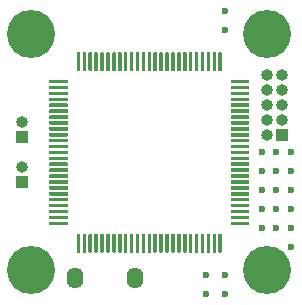
<source format=gts>
G04 #@! TF.GenerationSoftware,KiCad,Pcbnew,(5.1.5)-3*
G04 #@! TF.CreationDate,2020-04-11T20:19:15+09:00*
G04 #@! TF.ProjectId,imxrt1020-breakout,696d7872-7431-4303-9230-2d627265616b,rev?*
G04 #@! TF.SameCoordinates,Original*
G04 #@! TF.FileFunction,Soldermask,Top*
G04 #@! TF.FilePolarity,Negative*
%FSLAX46Y46*%
G04 Gerber Fmt 4.6, Leading zero omitted, Abs format (unit mm)*
G04 Created by KiCad (PCBNEW (5.1.5)-3) date 2020-04-11 20:19:15*
%MOMM*%
%LPD*%
G04 APERTURE LIST*
%ADD10O,1.400000X1.800000*%
%ADD11C,4.064000*%
%ADD12R,1.000000X1.000000*%
%ADD13O,1.000000X1.000000*%
%ADD14C,0.100000*%
%ADD15C,0.600000*%
G04 APERTURE END LIST*
D10*
G04 #@! TO.C,SW1*
X145030000Y-108120000D03*
X139950000Y-108120000D03*
G04 #@! TD*
D11*
G04 #@! TO.C,P5*
X136248000Y-107450000D03*
G04 #@! TD*
G04 #@! TO.C,P6*
X156248000Y-107490000D03*
G04 #@! TD*
G04 #@! TO.C,P7*
X136248000Y-87490000D03*
G04 #@! TD*
G04 #@! TO.C,P8*
X156248000Y-87490000D03*
G04 #@! TD*
D12*
G04 #@! TO.C,JP1*
X135455000Y-96230000D03*
D13*
X135455000Y-94960000D03*
G04 #@! TD*
D14*
G04 #@! TO.C,U1*
G36*
X139307351Y-91350361D02*
G01*
X139314632Y-91351441D01*
X139321771Y-91353229D01*
X139328701Y-91355709D01*
X139335355Y-91358856D01*
X139341668Y-91362640D01*
X139347579Y-91367024D01*
X139353033Y-91371967D01*
X139357976Y-91377421D01*
X139362360Y-91383332D01*
X139366144Y-91389645D01*
X139369291Y-91396299D01*
X139371771Y-91403229D01*
X139373559Y-91410368D01*
X139374639Y-91417649D01*
X139375000Y-91425000D01*
X139375000Y-91575000D01*
X139374639Y-91582351D01*
X139373559Y-91589632D01*
X139371771Y-91596771D01*
X139369291Y-91603701D01*
X139366144Y-91610355D01*
X139362360Y-91616668D01*
X139357976Y-91622579D01*
X139353033Y-91628033D01*
X139347579Y-91632976D01*
X139341668Y-91637360D01*
X139335355Y-91641144D01*
X139328701Y-91644291D01*
X139321771Y-91646771D01*
X139314632Y-91648559D01*
X139307351Y-91649639D01*
X139300000Y-91650000D01*
X137850000Y-91650000D01*
X137842649Y-91649639D01*
X137835368Y-91648559D01*
X137828229Y-91646771D01*
X137821299Y-91644291D01*
X137814645Y-91641144D01*
X137808332Y-91637360D01*
X137802421Y-91632976D01*
X137796967Y-91628033D01*
X137792024Y-91622579D01*
X137787640Y-91616668D01*
X137783856Y-91610355D01*
X137780709Y-91603701D01*
X137778229Y-91596771D01*
X137776441Y-91589632D01*
X137775361Y-91582351D01*
X137775000Y-91575000D01*
X137775000Y-91425000D01*
X137775361Y-91417649D01*
X137776441Y-91410368D01*
X137778229Y-91403229D01*
X137780709Y-91396299D01*
X137783856Y-91389645D01*
X137787640Y-91383332D01*
X137792024Y-91377421D01*
X137796967Y-91371967D01*
X137802421Y-91367024D01*
X137808332Y-91362640D01*
X137814645Y-91358856D01*
X137821299Y-91355709D01*
X137828229Y-91353229D01*
X137835368Y-91351441D01*
X137842649Y-91350361D01*
X137850000Y-91350000D01*
X139300000Y-91350000D01*
X139307351Y-91350361D01*
G37*
G36*
X139307351Y-91850361D02*
G01*
X139314632Y-91851441D01*
X139321771Y-91853229D01*
X139328701Y-91855709D01*
X139335355Y-91858856D01*
X139341668Y-91862640D01*
X139347579Y-91867024D01*
X139353033Y-91871967D01*
X139357976Y-91877421D01*
X139362360Y-91883332D01*
X139366144Y-91889645D01*
X139369291Y-91896299D01*
X139371771Y-91903229D01*
X139373559Y-91910368D01*
X139374639Y-91917649D01*
X139375000Y-91925000D01*
X139375000Y-92075000D01*
X139374639Y-92082351D01*
X139373559Y-92089632D01*
X139371771Y-92096771D01*
X139369291Y-92103701D01*
X139366144Y-92110355D01*
X139362360Y-92116668D01*
X139357976Y-92122579D01*
X139353033Y-92128033D01*
X139347579Y-92132976D01*
X139341668Y-92137360D01*
X139335355Y-92141144D01*
X139328701Y-92144291D01*
X139321771Y-92146771D01*
X139314632Y-92148559D01*
X139307351Y-92149639D01*
X139300000Y-92150000D01*
X137850000Y-92150000D01*
X137842649Y-92149639D01*
X137835368Y-92148559D01*
X137828229Y-92146771D01*
X137821299Y-92144291D01*
X137814645Y-92141144D01*
X137808332Y-92137360D01*
X137802421Y-92132976D01*
X137796967Y-92128033D01*
X137792024Y-92122579D01*
X137787640Y-92116668D01*
X137783856Y-92110355D01*
X137780709Y-92103701D01*
X137778229Y-92096771D01*
X137776441Y-92089632D01*
X137775361Y-92082351D01*
X137775000Y-92075000D01*
X137775000Y-91925000D01*
X137775361Y-91917649D01*
X137776441Y-91910368D01*
X137778229Y-91903229D01*
X137780709Y-91896299D01*
X137783856Y-91889645D01*
X137787640Y-91883332D01*
X137792024Y-91877421D01*
X137796967Y-91871967D01*
X137802421Y-91867024D01*
X137808332Y-91862640D01*
X137814645Y-91858856D01*
X137821299Y-91855709D01*
X137828229Y-91853229D01*
X137835368Y-91851441D01*
X137842649Y-91850361D01*
X137850000Y-91850000D01*
X139300000Y-91850000D01*
X139307351Y-91850361D01*
G37*
G36*
X139307351Y-92350361D02*
G01*
X139314632Y-92351441D01*
X139321771Y-92353229D01*
X139328701Y-92355709D01*
X139335355Y-92358856D01*
X139341668Y-92362640D01*
X139347579Y-92367024D01*
X139353033Y-92371967D01*
X139357976Y-92377421D01*
X139362360Y-92383332D01*
X139366144Y-92389645D01*
X139369291Y-92396299D01*
X139371771Y-92403229D01*
X139373559Y-92410368D01*
X139374639Y-92417649D01*
X139375000Y-92425000D01*
X139375000Y-92575000D01*
X139374639Y-92582351D01*
X139373559Y-92589632D01*
X139371771Y-92596771D01*
X139369291Y-92603701D01*
X139366144Y-92610355D01*
X139362360Y-92616668D01*
X139357976Y-92622579D01*
X139353033Y-92628033D01*
X139347579Y-92632976D01*
X139341668Y-92637360D01*
X139335355Y-92641144D01*
X139328701Y-92644291D01*
X139321771Y-92646771D01*
X139314632Y-92648559D01*
X139307351Y-92649639D01*
X139300000Y-92650000D01*
X137850000Y-92650000D01*
X137842649Y-92649639D01*
X137835368Y-92648559D01*
X137828229Y-92646771D01*
X137821299Y-92644291D01*
X137814645Y-92641144D01*
X137808332Y-92637360D01*
X137802421Y-92632976D01*
X137796967Y-92628033D01*
X137792024Y-92622579D01*
X137787640Y-92616668D01*
X137783856Y-92610355D01*
X137780709Y-92603701D01*
X137778229Y-92596771D01*
X137776441Y-92589632D01*
X137775361Y-92582351D01*
X137775000Y-92575000D01*
X137775000Y-92425000D01*
X137775361Y-92417649D01*
X137776441Y-92410368D01*
X137778229Y-92403229D01*
X137780709Y-92396299D01*
X137783856Y-92389645D01*
X137787640Y-92383332D01*
X137792024Y-92377421D01*
X137796967Y-92371967D01*
X137802421Y-92367024D01*
X137808332Y-92362640D01*
X137814645Y-92358856D01*
X137821299Y-92355709D01*
X137828229Y-92353229D01*
X137835368Y-92351441D01*
X137842649Y-92350361D01*
X137850000Y-92350000D01*
X139300000Y-92350000D01*
X139307351Y-92350361D01*
G37*
G36*
X139307351Y-92850361D02*
G01*
X139314632Y-92851441D01*
X139321771Y-92853229D01*
X139328701Y-92855709D01*
X139335355Y-92858856D01*
X139341668Y-92862640D01*
X139347579Y-92867024D01*
X139353033Y-92871967D01*
X139357976Y-92877421D01*
X139362360Y-92883332D01*
X139366144Y-92889645D01*
X139369291Y-92896299D01*
X139371771Y-92903229D01*
X139373559Y-92910368D01*
X139374639Y-92917649D01*
X139375000Y-92925000D01*
X139375000Y-93075000D01*
X139374639Y-93082351D01*
X139373559Y-93089632D01*
X139371771Y-93096771D01*
X139369291Y-93103701D01*
X139366144Y-93110355D01*
X139362360Y-93116668D01*
X139357976Y-93122579D01*
X139353033Y-93128033D01*
X139347579Y-93132976D01*
X139341668Y-93137360D01*
X139335355Y-93141144D01*
X139328701Y-93144291D01*
X139321771Y-93146771D01*
X139314632Y-93148559D01*
X139307351Y-93149639D01*
X139300000Y-93150000D01*
X137850000Y-93150000D01*
X137842649Y-93149639D01*
X137835368Y-93148559D01*
X137828229Y-93146771D01*
X137821299Y-93144291D01*
X137814645Y-93141144D01*
X137808332Y-93137360D01*
X137802421Y-93132976D01*
X137796967Y-93128033D01*
X137792024Y-93122579D01*
X137787640Y-93116668D01*
X137783856Y-93110355D01*
X137780709Y-93103701D01*
X137778229Y-93096771D01*
X137776441Y-93089632D01*
X137775361Y-93082351D01*
X137775000Y-93075000D01*
X137775000Y-92925000D01*
X137775361Y-92917649D01*
X137776441Y-92910368D01*
X137778229Y-92903229D01*
X137780709Y-92896299D01*
X137783856Y-92889645D01*
X137787640Y-92883332D01*
X137792024Y-92877421D01*
X137796967Y-92871967D01*
X137802421Y-92867024D01*
X137808332Y-92862640D01*
X137814645Y-92858856D01*
X137821299Y-92855709D01*
X137828229Y-92853229D01*
X137835368Y-92851441D01*
X137842649Y-92850361D01*
X137850000Y-92850000D01*
X139300000Y-92850000D01*
X139307351Y-92850361D01*
G37*
G36*
X139307351Y-93350361D02*
G01*
X139314632Y-93351441D01*
X139321771Y-93353229D01*
X139328701Y-93355709D01*
X139335355Y-93358856D01*
X139341668Y-93362640D01*
X139347579Y-93367024D01*
X139353033Y-93371967D01*
X139357976Y-93377421D01*
X139362360Y-93383332D01*
X139366144Y-93389645D01*
X139369291Y-93396299D01*
X139371771Y-93403229D01*
X139373559Y-93410368D01*
X139374639Y-93417649D01*
X139375000Y-93425000D01*
X139375000Y-93575000D01*
X139374639Y-93582351D01*
X139373559Y-93589632D01*
X139371771Y-93596771D01*
X139369291Y-93603701D01*
X139366144Y-93610355D01*
X139362360Y-93616668D01*
X139357976Y-93622579D01*
X139353033Y-93628033D01*
X139347579Y-93632976D01*
X139341668Y-93637360D01*
X139335355Y-93641144D01*
X139328701Y-93644291D01*
X139321771Y-93646771D01*
X139314632Y-93648559D01*
X139307351Y-93649639D01*
X139300000Y-93650000D01*
X137850000Y-93650000D01*
X137842649Y-93649639D01*
X137835368Y-93648559D01*
X137828229Y-93646771D01*
X137821299Y-93644291D01*
X137814645Y-93641144D01*
X137808332Y-93637360D01*
X137802421Y-93632976D01*
X137796967Y-93628033D01*
X137792024Y-93622579D01*
X137787640Y-93616668D01*
X137783856Y-93610355D01*
X137780709Y-93603701D01*
X137778229Y-93596771D01*
X137776441Y-93589632D01*
X137775361Y-93582351D01*
X137775000Y-93575000D01*
X137775000Y-93425000D01*
X137775361Y-93417649D01*
X137776441Y-93410368D01*
X137778229Y-93403229D01*
X137780709Y-93396299D01*
X137783856Y-93389645D01*
X137787640Y-93383332D01*
X137792024Y-93377421D01*
X137796967Y-93371967D01*
X137802421Y-93367024D01*
X137808332Y-93362640D01*
X137814645Y-93358856D01*
X137821299Y-93355709D01*
X137828229Y-93353229D01*
X137835368Y-93351441D01*
X137842649Y-93350361D01*
X137850000Y-93350000D01*
X139300000Y-93350000D01*
X139307351Y-93350361D01*
G37*
G36*
X139307351Y-93850361D02*
G01*
X139314632Y-93851441D01*
X139321771Y-93853229D01*
X139328701Y-93855709D01*
X139335355Y-93858856D01*
X139341668Y-93862640D01*
X139347579Y-93867024D01*
X139353033Y-93871967D01*
X139357976Y-93877421D01*
X139362360Y-93883332D01*
X139366144Y-93889645D01*
X139369291Y-93896299D01*
X139371771Y-93903229D01*
X139373559Y-93910368D01*
X139374639Y-93917649D01*
X139375000Y-93925000D01*
X139375000Y-94075000D01*
X139374639Y-94082351D01*
X139373559Y-94089632D01*
X139371771Y-94096771D01*
X139369291Y-94103701D01*
X139366144Y-94110355D01*
X139362360Y-94116668D01*
X139357976Y-94122579D01*
X139353033Y-94128033D01*
X139347579Y-94132976D01*
X139341668Y-94137360D01*
X139335355Y-94141144D01*
X139328701Y-94144291D01*
X139321771Y-94146771D01*
X139314632Y-94148559D01*
X139307351Y-94149639D01*
X139300000Y-94150000D01*
X137850000Y-94150000D01*
X137842649Y-94149639D01*
X137835368Y-94148559D01*
X137828229Y-94146771D01*
X137821299Y-94144291D01*
X137814645Y-94141144D01*
X137808332Y-94137360D01*
X137802421Y-94132976D01*
X137796967Y-94128033D01*
X137792024Y-94122579D01*
X137787640Y-94116668D01*
X137783856Y-94110355D01*
X137780709Y-94103701D01*
X137778229Y-94096771D01*
X137776441Y-94089632D01*
X137775361Y-94082351D01*
X137775000Y-94075000D01*
X137775000Y-93925000D01*
X137775361Y-93917649D01*
X137776441Y-93910368D01*
X137778229Y-93903229D01*
X137780709Y-93896299D01*
X137783856Y-93889645D01*
X137787640Y-93883332D01*
X137792024Y-93877421D01*
X137796967Y-93871967D01*
X137802421Y-93867024D01*
X137808332Y-93862640D01*
X137814645Y-93858856D01*
X137821299Y-93855709D01*
X137828229Y-93853229D01*
X137835368Y-93851441D01*
X137842649Y-93850361D01*
X137850000Y-93850000D01*
X139300000Y-93850000D01*
X139307351Y-93850361D01*
G37*
G36*
X139307351Y-94350361D02*
G01*
X139314632Y-94351441D01*
X139321771Y-94353229D01*
X139328701Y-94355709D01*
X139335355Y-94358856D01*
X139341668Y-94362640D01*
X139347579Y-94367024D01*
X139353033Y-94371967D01*
X139357976Y-94377421D01*
X139362360Y-94383332D01*
X139366144Y-94389645D01*
X139369291Y-94396299D01*
X139371771Y-94403229D01*
X139373559Y-94410368D01*
X139374639Y-94417649D01*
X139375000Y-94425000D01*
X139375000Y-94575000D01*
X139374639Y-94582351D01*
X139373559Y-94589632D01*
X139371771Y-94596771D01*
X139369291Y-94603701D01*
X139366144Y-94610355D01*
X139362360Y-94616668D01*
X139357976Y-94622579D01*
X139353033Y-94628033D01*
X139347579Y-94632976D01*
X139341668Y-94637360D01*
X139335355Y-94641144D01*
X139328701Y-94644291D01*
X139321771Y-94646771D01*
X139314632Y-94648559D01*
X139307351Y-94649639D01*
X139300000Y-94650000D01*
X137850000Y-94650000D01*
X137842649Y-94649639D01*
X137835368Y-94648559D01*
X137828229Y-94646771D01*
X137821299Y-94644291D01*
X137814645Y-94641144D01*
X137808332Y-94637360D01*
X137802421Y-94632976D01*
X137796967Y-94628033D01*
X137792024Y-94622579D01*
X137787640Y-94616668D01*
X137783856Y-94610355D01*
X137780709Y-94603701D01*
X137778229Y-94596771D01*
X137776441Y-94589632D01*
X137775361Y-94582351D01*
X137775000Y-94575000D01*
X137775000Y-94425000D01*
X137775361Y-94417649D01*
X137776441Y-94410368D01*
X137778229Y-94403229D01*
X137780709Y-94396299D01*
X137783856Y-94389645D01*
X137787640Y-94383332D01*
X137792024Y-94377421D01*
X137796967Y-94371967D01*
X137802421Y-94367024D01*
X137808332Y-94362640D01*
X137814645Y-94358856D01*
X137821299Y-94355709D01*
X137828229Y-94353229D01*
X137835368Y-94351441D01*
X137842649Y-94350361D01*
X137850000Y-94350000D01*
X139300000Y-94350000D01*
X139307351Y-94350361D01*
G37*
G36*
X139307351Y-94850361D02*
G01*
X139314632Y-94851441D01*
X139321771Y-94853229D01*
X139328701Y-94855709D01*
X139335355Y-94858856D01*
X139341668Y-94862640D01*
X139347579Y-94867024D01*
X139353033Y-94871967D01*
X139357976Y-94877421D01*
X139362360Y-94883332D01*
X139366144Y-94889645D01*
X139369291Y-94896299D01*
X139371771Y-94903229D01*
X139373559Y-94910368D01*
X139374639Y-94917649D01*
X139375000Y-94925000D01*
X139375000Y-95075000D01*
X139374639Y-95082351D01*
X139373559Y-95089632D01*
X139371771Y-95096771D01*
X139369291Y-95103701D01*
X139366144Y-95110355D01*
X139362360Y-95116668D01*
X139357976Y-95122579D01*
X139353033Y-95128033D01*
X139347579Y-95132976D01*
X139341668Y-95137360D01*
X139335355Y-95141144D01*
X139328701Y-95144291D01*
X139321771Y-95146771D01*
X139314632Y-95148559D01*
X139307351Y-95149639D01*
X139300000Y-95150000D01*
X137850000Y-95150000D01*
X137842649Y-95149639D01*
X137835368Y-95148559D01*
X137828229Y-95146771D01*
X137821299Y-95144291D01*
X137814645Y-95141144D01*
X137808332Y-95137360D01*
X137802421Y-95132976D01*
X137796967Y-95128033D01*
X137792024Y-95122579D01*
X137787640Y-95116668D01*
X137783856Y-95110355D01*
X137780709Y-95103701D01*
X137778229Y-95096771D01*
X137776441Y-95089632D01*
X137775361Y-95082351D01*
X137775000Y-95075000D01*
X137775000Y-94925000D01*
X137775361Y-94917649D01*
X137776441Y-94910368D01*
X137778229Y-94903229D01*
X137780709Y-94896299D01*
X137783856Y-94889645D01*
X137787640Y-94883332D01*
X137792024Y-94877421D01*
X137796967Y-94871967D01*
X137802421Y-94867024D01*
X137808332Y-94862640D01*
X137814645Y-94858856D01*
X137821299Y-94855709D01*
X137828229Y-94853229D01*
X137835368Y-94851441D01*
X137842649Y-94850361D01*
X137850000Y-94850000D01*
X139300000Y-94850000D01*
X139307351Y-94850361D01*
G37*
G36*
X139307351Y-95350361D02*
G01*
X139314632Y-95351441D01*
X139321771Y-95353229D01*
X139328701Y-95355709D01*
X139335355Y-95358856D01*
X139341668Y-95362640D01*
X139347579Y-95367024D01*
X139353033Y-95371967D01*
X139357976Y-95377421D01*
X139362360Y-95383332D01*
X139366144Y-95389645D01*
X139369291Y-95396299D01*
X139371771Y-95403229D01*
X139373559Y-95410368D01*
X139374639Y-95417649D01*
X139375000Y-95425000D01*
X139375000Y-95575000D01*
X139374639Y-95582351D01*
X139373559Y-95589632D01*
X139371771Y-95596771D01*
X139369291Y-95603701D01*
X139366144Y-95610355D01*
X139362360Y-95616668D01*
X139357976Y-95622579D01*
X139353033Y-95628033D01*
X139347579Y-95632976D01*
X139341668Y-95637360D01*
X139335355Y-95641144D01*
X139328701Y-95644291D01*
X139321771Y-95646771D01*
X139314632Y-95648559D01*
X139307351Y-95649639D01*
X139300000Y-95650000D01*
X137850000Y-95650000D01*
X137842649Y-95649639D01*
X137835368Y-95648559D01*
X137828229Y-95646771D01*
X137821299Y-95644291D01*
X137814645Y-95641144D01*
X137808332Y-95637360D01*
X137802421Y-95632976D01*
X137796967Y-95628033D01*
X137792024Y-95622579D01*
X137787640Y-95616668D01*
X137783856Y-95610355D01*
X137780709Y-95603701D01*
X137778229Y-95596771D01*
X137776441Y-95589632D01*
X137775361Y-95582351D01*
X137775000Y-95575000D01*
X137775000Y-95425000D01*
X137775361Y-95417649D01*
X137776441Y-95410368D01*
X137778229Y-95403229D01*
X137780709Y-95396299D01*
X137783856Y-95389645D01*
X137787640Y-95383332D01*
X137792024Y-95377421D01*
X137796967Y-95371967D01*
X137802421Y-95367024D01*
X137808332Y-95362640D01*
X137814645Y-95358856D01*
X137821299Y-95355709D01*
X137828229Y-95353229D01*
X137835368Y-95351441D01*
X137842649Y-95350361D01*
X137850000Y-95350000D01*
X139300000Y-95350000D01*
X139307351Y-95350361D01*
G37*
G36*
X139307351Y-95850361D02*
G01*
X139314632Y-95851441D01*
X139321771Y-95853229D01*
X139328701Y-95855709D01*
X139335355Y-95858856D01*
X139341668Y-95862640D01*
X139347579Y-95867024D01*
X139353033Y-95871967D01*
X139357976Y-95877421D01*
X139362360Y-95883332D01*
X139366144Y-95889645D01*
X139369291Y-95896299D01*
X139371771Y-95903229D01*
X139373559Y-95910368D01*
X139374639Y-95917649D01*
X139375000Y-95925000D01*
X139375000Y-96075000D01*
X139374639Y-96082351D01*
X139373559Y-96089632D01*
X139371771Y-96096771D01*
X139369291Y-96103701D01*
X139366144Y-96110355D01*
X139362360Y-96116668D01*
X139357976Y-96122579D01*
X139353033Y-96128033D01*
X139347579Y-96132976D01*
X139341668Y-96137360D01*
X139335355Y-96141144D01*
X139328701Y-96144291D01*
X139321771Y-96146771D01*
X139314632Y-96148559D01*
X139307351Y-96149639D01*
X139300000Y-96150000D01*
X137850000Y-96150000D01*
X137842649Y-96149639D01*
X137835368Y-96148559D01*
X137828229Y-96146771D01*
X137821299Y-96144291D01*
X137814645Y-96141144D01*
X137808332Y-96137360D01*
X137802421Y-96132976D01*
X137796967Y-96128033D01*
X137792024Y-96122579D01*
X137787640Y-96116668D01*
X137783856Y-96110355D01*
X137780709Y-96103701D01*
X137778229Y-96096771D01*
X137776441Y-96089632D01*
X137775361Y-96082351D01*
X137775000Y-96075000D01*
X137775000Y-95925000D01*
X137775361Y-95917649D01*
X137776441Y-95910368D01*
X137778229Y-95903229D01*
X137780709Y-95896299D01*
X137783856Y-95889645D01*
X137787640Y-95883332D01*
X137792024Y-95877421D01*
X137796967Y-95871967D01*
X137802421Y-95867024D01*
X137808332Y-95862640D01*
X137814645Y-95858856D01*
X137821299Y-95855709D01*
X137828229Y-95853229D01*
X137835368Y-95851441D01*
X137842649Y-95850361D01*
X137850000Y-95850000D01*
X139300000Y-95850000D01*
X139307351Y-95850361D01*
G37*
G36*
X139307351Y-96350361D02*
G01*
X139314632Y-96351441D01*
X139321771Y-96353229D01*
X139328701Y-96355709D01*
X139335355Y-96358856D01*
X139341668Y-96362640D01*
X139347579Y-96367024D01*
X139353033Y-96371967D01*
X139357976Y-96377421D01*
X139362360Y-96383332D01*
X139366144Y-96389645D01*
X139369291Y-96396299D01*
X139371771Y-96403229D01*
X139373559Y-96410368D01*
X139374639Y-96417649D01*
X139375000Y-96425000D01*
X139375000Y-96575000D01*
X139374639Y-96582351D01*
X139373559Y-96589632D01*
X139371771Y-96596771D01*
X139369291Y-96603701D01*
X139366144Y-96610355D01*
X139362360Y-96616668D01*
X139357976Y-96622579D01*
X139353033Y-96628033D01*
X139347579Y-96632976D01*
X139341668Y-96637360D01*
X139335355Y-96641144D01*
X139328701Y-96644291D01*
X139321771Y-96646771D01*
X139314632Y-96648559D01*
X139307351Y-96649639D01*
X139300000Y-96650000D01*
X137850000Y-96650000D01*
X137842649Y-96649639D01*
X137835368Y-96648559D01*
X137828229Y-96646771D01*
X137821299Y-96644291D01*
X137814645Y-96641144D01*
X137808332Y-96637360D01*
X137802421Y-96632976D01*
X137796967Y-96628033D01*
X137792024Y-96622579D01*
X137787640Y-96616668D01*
X137783856Y-96610355D01*
X137780709Y-96603701D01*
X137778229Y-96596771D01*
X137776441Y-96589632D01*
X137775361Y-96582351D01*
X137775000Y-96575000D01*
X137775000Y-96425000D01*
X137775361Y-96417649D01*
X137776441Y-96410368D01*
X137778229Y-96403229D01*
X137780709Y-96396299D01*
X137783856Y-96389645D01*
X137787640Y-96383332D01*
X137792024Y-96377421D01*
X137796967Y-96371967D01*
X137802421Y-96367024D01*
X137808332Y-96362640D01*
X137814645Y-96358856D01*
X137821299Y-96355709D01*
X137828229Y-96353229D01*
X137835368Y-96351441D01*
X137842649Y-96350361D01*
X137850000Y-96350000D01*
X139300000Y-96350000D01*
X139307351Y-96350361D01*
G37*
G36*
X139307351Y-96850361D02*
G01*
X139314632Y-96851441D01*
X139321771Y-96853229D01*
X139328701Y-96855709D01*
X139335355Y-96858856D01*
X139341668Y-96862640D01*
X139347579Y-96867024D01*
X139353033Y-96871967D01*
X139357976Y-96877421D01*
X139362360Y-96883332D01*
X139366144Y-96889645D01*
X139369291Y-96896299D01*
X139371771Y-96903229D01*
X139373559Y-96910368D01*
X139374639Y-96917649D01*
X139375000Y-96925000D01*
X139375000Y-97075000D01*
X139374639Y-97082351D01*
X139373559Y-97089632D01*
X139371771Y-97096771D01*
X139369291Y-97103701D01*
X139366144Y-97110355D01*
X139362360Y-97116668D01*
X139357976Y-97122579D01*
X139353033Y-97128033D01*
X139347579Y-97132976D01*
X139341668Y-97137360D01*
X139335355Y-97141144D01*
X139328701Y-97144291D01*
X139321771Y-97146771D01*
X139314632Y-97148559D01*
X139307351Y-97149639D01*
X139300000Y-97150000D01*
X137850000Y-97150000D01*
X137842649Y-97149639D01*
X137835368Y-97148559D01*
X137828229Y-97146771D01*
X137821299Y-97144291D01*
X137814645Y-97141144D01*
X137808332Y-97137360D01*
X137802421Y-97132976D01*
X137796967Y-97128033D01*
X137792024Y-97122579D01*
X137787640Y-97116668D01*
X137783856Y-97110355D01*
X137780709Y-97103701D01*
X137778229Y-97096771D01*
X137776441Y-97089632D01*
X137775361Y-97082351D01*
X137775000Y-97075000D01*
X137775000Y-96925000D01*
X137775361Y-96917649D01*
X137776441Y-96910368D01*
X137778229Y-96903229D01*
X137780709Y-96896299D01*
X137783856Y-96889645D01*
X137787640Y-96883332D01*
X137792024Y-96877421D01*
X137796967Y-96871967D01*
X137802421Y-96867024D01*
X137808332Y-96862640D01*
X137814645Y-96858856D01*
X137821299Y-96855709D01*
X137828229Y-96853229D01*
X137835368Y-96851441D01*
X137842649Y-96850361D01*
X137850000Y-96850000D01*
X139300000Y-96850000D01*
X139307351Y-96850361D01*
G37*
G36*
X139307351Y-97350361D02*
G01*
X139314632Y-97351441D01*
X139321771Y-97353229D01*
X139328701Y-97355709D01*
X139335355Y-97358856D01*
X139341668Y-97362640D01*
X139347579Y-97367024D01*
X139353033Y-97371967D01*
X139357976Y-97377421D01*
X139362360Y-97383332D01*
X139366144Y-97389645D01*
X139369291Y-97396299D01*
X139371771Y-97403229D01*
X139373559Y-97410368D01*
X139374639Y-97417649D01*
X139375000Y-97425000D01*
X139375000Y-97575000D01*
X139374639Y-97582351D01*
X139373559Y-97589632D01*
X139371771Y-97596771D01*
X139369291Y-97603701D01*
X139366144Y-97610355D01*
X139362360Y-97616668D01*
X139357976Y-97622579D01*
X139353033Y-97628033D01*
X139347579Y-97632976D01*
X139341668Y-97637360D01*
X139335355Y-97641144D01*
X139328701Y-97644291D01*
X139321771Y-97646771D01*
X139314632Y-97648559D01*
X139307351Y-97649639D01*
X139300000Y-97650000D01*
X137850000Y-97650000D01*
X137842649Y-97649639D01*
X137835368Y-97648559D01*
X137828229Y-97646771D01*
X137821299Y-97644291D01*
X137814645Y-97641144D01*
X137808332Y-97637360D01*
X137802421Y-97632976D01*
X137796967Y-97628033D01*
X137792024Y-97622579D01*
X137787640Y-97616668D01*
X137783856Y-97610355D01*
X137780709Y-97603701D01*
X137778229Y-97596771D01*
X137776441Y-97589632D01*
X137775361Y-97582351D01*
X137775000Y-97575000D01*
X137775000Y-97425000D01*
X137775361Y-97417649D01*
X137776441Y-97410368D01*
X137778229Y-97403229D01*
X137780709Y-97396299D01*
X137783856Y-97389645D01*
X137787640Y-97383332D01*
X137792024Y-97377421D01*
X137796967Y-97371967D01*
X137802421Y-97367024D01*
X137808332Y-97362640D01*
X137814645Y-97358856D01*
X137821299Y-97355709D01*
X137828229Y-97353229D01*
X137835368Y-97351441D01*
X137842649Y-97350361D01*
X137850000Y-97350000D01*
X139300000Y-97350000D01*
X139307351Y-97350361D01*
G37*
G36*
X139307351Y-97850361D02*
G01*
X139314632Y-97851441D01*
X139321771Y-97853229D01*
X139328701Y-97855709D01*
X139335355Y-97858856D01*
X139341668Y-97862640D01*
X139347579Y-97867024D01*
X139353033Y-97871967D01*
X139357976Y-97877421D01*
X139362360Y-97883332D01*
X139366144Y-97889645D01*
X139369291Y-97896299D01*
X139371771Y-97903229D01*
X139373559Y-97910368D01*
X139374639Y-97917649D01*
X139375000Y-97925000D01*
X139375000Y-98075000D01*
X139374639Y-98082351D01*
X139373559Y-98089632D01*
X139371771Y-98096771D01*
X139369291Y-98103701D01*
X139366144Y-98110355D01*
X139362360Y-98116668D01*
X139357976Y-98122579D01*
X139353033Y-98128033D01*
X139347579Y-98132976D01*
X139341668Y-98137360D01*
X139335355Y-98141144D01*
X139328701Y-98144291D01*
X139321771Y-98146771D01*
X139314632Y-98148559D01*
X139307351Y-98149639D01*
X139300000Y-98150000D01*
X137850000Y-98150000D01*
X137842649Y-98149639D01*
X137835368Y-98148559D01*
X137828229Y-98146771D01*
X137821299Y-98144291D01*
X137814645Y-98141144D01*
X137808332Y-98137360D01*
X137802421Y-98132976D01*
X137796967Y-98128033D01*
X137792024Y-98122579D01*
X137787640Y-98116668D01*
X137783856Y-98110355D01*
X137780709Y-98103701D01*
X137778229Y-98096771D01*
X137776441Y-98089632D01*
X137775361Y-98082351D01*
X137775000Y-98075000D01*
X137775000Y-97925000D01*
X137775361Y-97917649D01*
X137776441Y-97910368D01*
X137778229Y-97903229D01*
X137780709Y-97896299D01*
X137783856Y-97889645D01*
X137787640Y-97883332D01*
X137792024Y-97877421D01*
X137796967Y-97871967D01*
X137802421Y-97867024D01*
X137808332Y-97862640D01*
X137814645Y-97858856D01*
X137821299Y-97855709D01*
X137828229Y-97853229D01*
X137835368Y-97851441D01*
X137842649Y-97850361D01*
X137850000Y-97850000D01*
X139300000Y-97850000D01*
X139307351Y-97850361D01*
G37*
G36*
X139307351Y-98350361D02*
G01*
X139314632Y-98351441D01*
X139321771Y-98353229D01*
X139328701Y-98355709D01*
X139335355Y-98358856D01*
X139341668Y-98362640D01*
X139347579Y-98367024D01*
X139353033Y-98371967D01*
X139357976Y-98377421D01*
X139362360Y-98383332D01*
X139366144Y-98389645D01*
X139369291Y-98396299D01*
X139371771Y-98403229D01*
X139373559Y-98410368D01*
X139374639Y-98417649D01*
X139375000Y-98425000D01*
X139375000Y-98575000D01*
X139374639Y-98582351D01*
X139373559Y-98589632D01*
X139371771Y-98596771D01*
X139369291Y-98603701D01*
X139366144Y-98610355D01*
X139362360Y-98616668D01*
X139357976Y-98622579D01*
X139353033Y-98628033D01*
X139347579Y-98632976D01*
X139341668Y-98637360D01*
X139335355Y-98641144D01*
X139328701Y-98644291D01*
X139321771Y-98646771D01*
X139314632Y-98648559D01*
X139307351Y-98649639D01*
X139300000Y-98650000D01*
X137850000Y-98650000D01*
X137842649Y-98649639D01*
X137835368Y-98648559D01*
X137828229Y-98646771D01*
X137821299Y-98644291D01*
X137814645Y-98641144D01*
X137808332Y-98637360D01*
X137802421Y-98632976D01*
X137796967Y-98628033D01*
X137792024Y-98622579D01*
X137787640Y-98616668D01*
X137783856Y-98610355D01*
X137780709Y-98603701D01*
X137778229Y-98596771D01*
X137776441Y-98589632D01*
X137775361Y-98582351D01*
X137775000Y-98575000D01*
X137775000Y-98425000D01*
X137775361Y-98417649D01*
X137776441Y-98410368D01*
X137778229Y-98403229D01*
X137780709Y-98396299D01*
X137783856Y-98389645D01*
X137787640Y-98383332D01*
X137792024Y-98377421D01*
X137796967Y-98371967D01*
X137802421Y-98367024D01*
X137808332Y-98362640D01*
X137814645Y-98358856D01*
X137821299Y-98355709D01*
X137828229Y-98353229D01*
X137835368Y-98351441D01*
X137842649Y-98350361D01*
X137850000Y-98350000D01*
X139300000Y-98350000D01*
X139307351Y-98350361D01*
G37*
G36*
X139307351Y-98850361D02*
G01*
X139314632Y-98851441D01*
X139321771Y-98853229D01*
X139328701Y-98855709D01*
X139335355Y-98858856D01*
X139341668Y-98862640D01*
X139347579Y-98867024D01*
X139353033Y-98871967D01*
X139357976Y-98877421D01*
X139362360Y-98883332D01*
X139366144Y-98889645D01*
X139369291Y-98896299D01*
X139371771Y-98903229D01*
X139373559Y-98910368D01*
X139374639Y-98917649D01*
X139375000Y-98925000D01*
X139375000Y-99075000D01*
X139374639Y-99082351D01*
X139373559Y-99089632D01*
X139371771Y-99096771D01*
X139369291Y-99103701D01*
X139366144Y-99110355D01*
X139362360Y-99116668D01*
X139357976Y-99122579D01*
X139353033Y-99128033D01*
X139347579Y-99132976D01*
X139341668Y-99137360D01*
X139335355Y-99141144D01*
X139328701Y-99144291D01*
X139321771Y-99146771D01*
X139314632Y-99148559D01*
X139307351Y-99149639D01*
X139300000Y-99150000D01*
X137850000Y-99150000D01*
X137842649Y-99149639D01*
X137835368Y-99148559D01*
X137828229Y-99146771D01*
X137821299Y-99144291D01*
X137814645Y-99141144D01*
X137808332Y-99137360D01*
X137802421Y-99132976D01*
X137796967Y-99128033D01*
X137792024Y-99122579D01*
X137787640Y-99116668D01*
X137783856Y-99110355D01*
X137780709Y-99103701D01*
X137778229Y-99096771D01*
X137776441Y-99089632D01*
X137775361Y-99082351D01*
X137775000Y-99075000D01*
X137775000Y-98925000D01*
X137775361Y-98917649D01*
X137776441Y-98910368D01*
X137778229Y-98903229D01*
X137780709Y-98896299D01*
X137783856Y-98889645D01*
X137787640Y-98883332D01*
X137792024Y-98877421D01*
X137796967Y-98871967D01*
X137802421Y-98867024D01*
X137808332Y-98862640D01*
X137814645Y-98858856D01*
X137821299Y-98855709D01*
X137828229Y-98853229D01*
X137835368Y-98851441D01*
X137842649Y-98850361D01*
X137850000Y-98850000D01*
X139300000Y-98850000D01*
X139307351Y-98850361D01*
G37*
G36*
X139307351Y-99350361D02*
G01*
X139314632Y-99351441D01*
X139321771Y-99353229D01*
X139328701Y-99355709D01*
X139335355Y-99358856D01*
X139341668Y-99362640D01*
X139347579Y-99367024D01*
X139353033Y-99371967D01*
X139357976Y-99377421D01*
X139362360Y-99383332D01*
X139366144Y-99389645D01*
X139369291Y-99396299D01*
X139371771Y-99403229D01*
X139373559Y-99410368D01*
X139374639Y-99417649D01*
X139375000Y-99425000D01*
X139375000Y-99575000D01*
X139374639Y-99582351D01*
X139373559Y-99589632D01*
X139371771Y-99596771D01*
X139369291Y-99603701D01*
X139366144Y-99610355D01*
X139362360Y-99616668D01*
X139357976Y-99622579D01*
X139353033Y-99628033D01*
X139347579Y-99632976D01*
X139341668Y-99637360D01*
X139335355Y-99641144D01*
X139328701Y-99644291D01*
X139321771Y-99646771D01*
X139314632Y-99648559D01*
X139307351Y-99649639D01*
X139300000Y-99650000D01*
X137850000Y-99650000D01*
X137842649Y-99649639D01*
X137835368Y-99648559D01*
X137828229Y-99646771D01*
X137821299Y-99644291D01*
X137814645Y-99641144D01*
X137808332Y-99637360D01*
X137802421Y-99632976D01*
X137796967Y-99628033D01*
X137792024Y-99622579D01*
X137787640Y-99616668D01*
X137783856Y-99610355D01*
X137780709Y-99603701D01*
X137778229Y-99596771D01*
X137776441Y-99589632D01*
X137775361Y-99582351D01*
X137775000Y-99575000D01*
X137775000Y-99425000D01*
X137775361Y-99417649D01*
X137776441Y-99410368D01*
X137778229Y-99403229D01*
X137780709Y-99396299D01*
X137783856Y-99389645D01*
X137787640Y-99383332D01*
X137792024Y-99377421D01*
X137796967Y-99371967D01*
X137802421Y-99367024D01*
X137808332Y-99362640D01*
X137814645Y-99358856D01*
X137821299Y-99355709D01*
X137828229Y-99353229D01*
X137835368Y-99351441D01*
X137842649Y-99350361D01*
X137850000Y-99350000D01*
X139300000Y-99350000D01*
X139307351Y-99350361D01*
G37*
G36*
X139307351Y-99850361D02*
G01*
X139314632Y-99851441D01*
X139321771Y-99853229D01*
X139328701Y-99855709D01*
X139335355Y-99858856D01*
X139341668Y-99862640D01*
X139347579Y-99867024D01*
X139353033Y-99871967D01*
X139357976Y-99877421D01*
X139362360Y-99883332D01*
X139366144Y-99889645D01*
X139369291Y-99896299D01*
X139371771Y-99903229D01*
X139373559Y-99910368D01*
X139374639Y-99917649D01*
X139375000Y-99925000D01*
X139375000Y-100075000D01*
X139374639Y-100082351D01*
X139373559Y-100089632D01*
X139371771Y-100096771D01*
X139369291Y-100103701D01*
X139366144Y-100110355D01*
X139362360Y-100116668D01*
X139357976Y-100122579D01*
X139353033Y-100128033D01*
X139347579Y-100132976D01*
X139341668Y-100137360D01*
X139335355Y-100141144D01*
X139328701Y-100144291D01*
X139321771Y-100146771D01*
X139314632Y-100148559D01*
X139307351Y-100149639D01*
X139300000Y-100150000D01*
X137850000Y-100150000D01*
X137842649Y-100149639D01*
X137835368Y-100148559D01*
X137828229Y-100146771D01*
X137821299Y-100144291D01*
X137814645Y-100141144D01*
X137808332Y-100137360D01*
X137802421Y-100132976D01*
X137796967Y-100128033D01*
X137792024Y-100122579D01*
X137787640Y-100116668D01*
X137783856Y-100110355D01*
X137780709Y-100103701D01*
X137778229Y-100096771D01*
X137776441Y-100089632D01*
X137775361Y-100082351D01*
X137775000Y-100075000D01*
X137775000Y-99925000D01*
X137775361Y-99917649D01*
X137776441Y-99910368D01*
X137778229Y-99903229D01*
X137780709Y-99896299D01*
X137783856Y-99889645D01*
X137787640Y-99883332D01*
X137792024Y-99877421D01*
X137796967Y-99871967D01*
X137802421Y-99867024D01*
X137808332Y-99862640D01*
X137814645Y-99858856D01*
X137821299Y-99855709D01*
X137828229Y-99853229D01*
X137835368Y-99851441D01*
X137842649Y-99850361D01*
X137850000Y-99850000D01*
X139300000Y-99850000D01*
X139307351Y-99850361D01*
G37*
G36*
X139307351Y-100350361D02*
G01*
X139314632Y-100351441D01*
X139321771Y-100353229D01*
X139328701Y-100355709D01*
X139335355Y-100358856D01*
X139341668Y-100362640D01*
X139347579Y-100367024D01*
X139353033Y-100371967D01*
X139357976Y-100377421D01*
X139362360Y-100383332D01*
X139366144Y-100389645D01*
X139369291Y-100396299D01*
X139371771Y-100403229D01*
X139373559Y-100410368D01*
X139374639Y-100417649D01*
X139375000Y-100425000D01*
X139375000Y-100575000D01*
X139374639Y-100582351D01*
X139373559Y-100589632D01*
X139371771Y-100596771D01*
X139369291Y-100603701D01*
X139366144Y-100610355D01*
X139362360Y-100616668D01*
X139357976Y-100622579D01*
X139353033Y-100628033D01*
X139347579Y-100632976D01*
X139341668Y-100637360D01*
X139335355Y-100641144D01*
X139328701Y-100644291D01*
X139321771Y-100646771D01*
X139314632Y-100648559D01*
X139307351Y-100649639D01*
X139300000Y-100650000D01*
X137850000Y-100650000D01*
X137842649Y-100649639D01*
X137835368Y-100648559D01*
X137828229Y-100646771D01*
X137821299Y-100644291D01*
X137814645Y-100641144D01*
X137808332Y-100637360D01*
X137802421Y-100632976D01*
X137796967Y-100628033D01*
X137792024Y-100622579D01*
X137787640Y-100616668D01*
X137783856Y-100610355D01*
X137780709Y-100603701D01*
X137778229Y-100596771D01*
X137776441Y-100589632D01*
X137775361Y-100582351D01*
X137775000Y-100575000D01*
X137775000Y-100425000D01*
X137775361Y-100417649D01*
X137776441Y-100410368D01*
X137778229Y-100403229D01*
X137780709Y-100396299D01*
X137783856Y-100389645D01*
X137787640Y-100383332D01*
X137792024Y-100377421D01*
X137796967Y-100371967D01*
X137802421Y-100367024D01*
X137808332Y-100362640D01*
X137814645Y-100358856D01*
X137821299Y-100355709D01*
X137828229Y-100353229D01*
X137835368Y-100351441D01*
X137842649Y-100350361D01*
X137850000Y-100350000D01*
X139300000Y-100350000D01*
X139307351Y-100350361D01*
G37*
G36*
X139307351Y-100850361D02*
G01*
X139314632Y-100851441D01*
X139321771Y-100853229D01*
X139328701Y-100855709D01*
X139335355Y-100858856D01*
X139341668Y-100862640D01*
X139347579Y-100867024D01*
X139353033Y-100871967D01*
X139357976Y-100877421D01*
X139362360Y-100883332D01*
X139366144Y-100889645D01*
X139369291Y-100896299D01*
X139371771Y-100903229D01*
X139373559Y-100910368D01*
X139374639Y-100917649D01*
X139375000Y-100925000D01*
X139375000Y-101075000D01*
X139374639Y-101082351D01*
X139373559Y-101089632D01*
X139371771Y-101096771D01*
X139369291Y-101103701D01*
X139366144Y-101110355D01*
X139362360Y-101116668D01*
X139357976Y-101122579D01*
X139353033Y-101128033D01*
X139347579Y-101132976D01*
X139341668Y-101137360D01*
X139335355Y-101141144D01*
X139328701Y-101144291D01*
X139321771Y-101146771D01*
X139314632Y-101148559D01*
X139307351Y-101149639D01*
X139300000Y-101150000D01*
X137850000Y-101150000D01*
X137842649Y-101149639D01*
X137835368Y-101148559D01*
X137828229Y-101146771D01*
X137821299Y-101144291D01*
X137814645Y-101141144D01*
X137808332Y-101137360D01*
X137802421Y-101132976D01*
X137796967Y-101128033D01*
X137792024Y-101122579D01*
X137787640Y-101116668D01*
X137783856Y-101110355D01*
X137780709Y-101103701D01*
X137778229Y-101096771D01*
X137776441Y-101089632D01*
X137775361Y-101082351D01*
X137775000Y-101075000D01*
X137775000Y-100925000D01*
X137775361Y-100917649D01*
X137776441Y-100910368D01*
X137778229Y-100903229D01*
X137780709Y-100896299D01*
X137783856Y-100889645D01*
X137787640Y-100883332D01*
X137792024Y-100877421D01*
X137796967Y-100871967D01*
X137802421Y-100867024D01*
X137808332Y-100862640D01*
X137814645Y-100858856D01*
X137821299Y-100855709D01*
X137828229Y-100853229D01*
X137835368Y-100851441D01*
X137842649Y-100850361D01*
X137850000Y-100850000D01*
X139300000Y-100850000D01*
X139307351Y-100850361D01*
G37*
G36*
X139307351Y-101350361D02*
G01*
X139314632Y-101351441D01*
X139321771Y-101353229D01*
X139328701Y-101355709D01*
X139335355Y-101358856D01*
X139341668Y-101362640D01*
X139347579Y-101367024D01*
X139353033Y-101371967D01*
X139357976Y-101377421D01*
X139362360Y-101383332D01*
X139366144Y-101389645D01*
X139369291Y-101396299D01*
X139371771Y-101403229D01*
X139373559Y-101410368D01*
X139374639Y-101417649D01*
X139375000Y-101425000D01*
X139375000Y-101575000D01*
X139374639Y-101582351D01*
X139373559Y-101589632D01*
X139371771Y-101596771D01*
X139369291Y-101603701D01*
X139366144Y-101610355D01*
X139362360Y-101616668D01*
X139357976Y-101622579D01*
X139353033Y-101628033D01*
X139347579Y-101632976D01*
X139341668Y-101637360D01*
X139335355Y-101641144D01*
X139328701Y-101644291D01*
X139321771Y-101646771D01*
X139314632Y-101648559D01*
X139307351Y-101649639D01*
X139300000Y-101650000D01*
X137850000Y-101650000D01*
X137842649Y-101649639D01*
X137835368Y-101648559D01*
X137828229Y-101646771D01*
X137821299Y-101644291D01*
X137814645Y-101641144D01*
X137808332Y-101637360D01*
X137802421Y-101632976D01*
X137796967Y-101628033D01*
X137792024Y-101622579D01*
X137787640Y-101616668D01*
X137783856Y-101610355D01*
X137780709Y-101603701D01*
X137778229Y-101596771D01*
X137776441Y-101589632D01*
X137775361Y-101582351D01*
X137775000Y-101575000D01*
X137775000Y-101425000D01*
X137775361Y-101417649D01*
X137776441Y-101410368D01*
X137778229Y-101403229D01*
X137780709Y-101396299D01*
X137783856Y-101389645D01*
X137787640Y-101383332D01*
X137792024Y-101377421D01*
X137796967Y-101371967D01*
X137802421Y-101367024D01*
X137808332Y-101362640D01*
X137814645Y-101358856D01*
X137821299Y-101355709D01*
X137828229Y-101353229D01*
X137835368Y-101351441D01*
X137842649Y-101350361D01*
X137850000Y-101350000D01*
X139300000Y-101350000D01*
X139307351Y-101350361D01*
G37*
G36*
X139307351Y-101850361D02*
G01*
X139314632Y-101851441D01*
X139321771Y-101853229D01*
X139328701Y-101855709D01*
X139335355Y-101858856D01*
X139341668Y-101862640D01*
X139347579Y-101867024D01*
X139353033Y-101871967D01*
X139357976Y-101877421D01*
X139362360Y-101883332D01*
X139366144Y-101889645D01*
X139369291Y-101896299D01*
X139371771Y-101903229D01*
X139373559Y-101910368D01*
X139374639Y-101917649D01*
X139375000Y-101925000D01*
X139375000Y-102075000D01*
X139374639Y-102082351D01*
X139373559Y-102089632D01*
X139371771Y-102096771D01*
X139369291Y-102103701D01*
X139366144Y-102110355D01*
X139362360Y-102116668D01*
X139357976Y-102122579D01*
X139353033Y-102128033D01*
X139347579Y-102132976D01*
X139341668Y-102137360D01*
X139335355Y-102141144D01*
X139328701Y-102144291D01*
X139321771Y-102146771D01*
X139314632Y-102148559D01*
X139307351Y-102149639D01*
X139300000Y-102150000D01*
X137850000Y-102150000D01*
X137842649Y-102149639D01*
X137835368Y-102148559D01*
X137828229Y-102146771D01*
X137821299Y-102144291D01*
X137814645Y-102141144D01*
X137808332Y-102137360D01*
X137802421Y-102132976D01*
X137796967Y-102128033D01*
X137792024Y-102122579D01*
X137787640Y-102116668D01*
X137783856Y-102110355D01*
X137780709Y-102103701D01*
X137778229Y-102096771D01*
X137776441Y-102089632D01*
X137775361Y-102082351D01*
X137775000Y-102075000D01*
X137775000Y-101925000D01*
X137775361Y-101917649D01*
X137776441Y-101910368D01*
X137778229Y-101903229D01*
X137780709Y-101896299D01*
X137783856Y-101889645D01*
X137787640Y-101883332D01*
X137792024Y-101877421D01*
X137796967Y-101871967D01*
X137802421Y-101867024D01*
X137808332Y-101862640D01*
X137814645Y-101858856D01*
X137821299Y-101855709D01*
X137828229Y-101853229D01*
X137835368Y-101851441D01*
X137842649Y-101850361D01*
X137850000Y-101850000D01*
X139300000Y-101850000D01*
X139307351Y-101850361D01*
G37*
G36*
X139307351Y-102350361D02*
G01*
X139314632Y-102351441D01*
X139321771Y-102353229D01*
X139328701Y-102355709D01*
X139335355Y-102358856D01*
X139341668Y-102362640D01*
X139347579Y-102367024D01*
X139353033Y-102371967D01*
X139357976Y-102377421D01*
X139362360Y-102383332D01*
X139366144Y-102389645D01*
X139369291Y-102396299D01*
X139371771Y-102403229D01*
X139373559Y-102410368D01*
X139374639Y-102417649D01*
X139375000Y-102425000D01*
X139375000Y-102575000D01*
X139374639Y-102582351D01*
X139373559Y-102589632D01*
X139371771Y-102596771D01*
X139369291Y-102603701D01*
X139366144Y-102610355D01*
X139362360Y-102616668D01*
X139357976Y-102622579D01*
X139353033Y-102628033D01*
X139347579Y-102632976D01*
X139341668Y-102637360D01*
X139335355Y-102641144D01*
X139328701Y-102644291D01*
X139321771Y-102646771D01*
X139314632Y-102648559D01*
X139307351Y-102649639D01*
X139300000Y-102650000D01*
X137850000Y-102650000D01*
X137842649Y-102649639D01*
X137835368Y-102648559D01*
X137828229Y-102646771D01*
X137821299Y-102644291D01*
X137814645Y-102641144D01*
X137808332Y-102637360D01*
X137802421Y-102632976D01*
X137796967Y-102628033D01*
X137792024Y-102622579D01*
X137787640Y-102616668D01*
X137783856Y-102610355D01*
X137780709Y-102603701D01*
X137778229Y-102596771D01*
X137776441Y-102589632D01*
X137775361Y-102582351D01*
X137775000Y-102575000D01*
X137775000Y-102425000D01*
X137775361Y-102417649D01*
X137776441Y-102410368D01*
X137778229Y-102403229D01*
X137780709Y-102396299D01*
X137783856Y-102389645D01*
X137787640Y-102383332D01*
X137792024Y-102377421D01*
X137796967Y-102371967D01*
X137802421Y-102367024D01*
X137808332Y-102362640D01*
X137814645Y-102358856D01*
X137821299Y-102355709D01*
X137828229Y-102353229D01*
X137835368Y-102351441D01*
X137842649Y-102350361D01*
X137850000Y-102350000D01*
X139300000Y-102350000D01*
X139307351Y-102350361D01*
G37*
G36*
X139307351Y-102850361D02*
G01*
X139314632Y-102851441D01*
X139321771Y-102853229D01*
X139328701Y-102855709D01*
X139335355Y-102858856D01*
X139341668Y-102862640D01*
X139347579Y-102867024D01*
X139353033Y-102871967D01*
X139357976Y-102877421D01*
X139362360Y-102883332D01*
X139366144Y-102889645D01*
X139369291Y-102896299D01*
X139371771Y-102903229D01*
X139373559Y-102910368D01*
X139374639Y-102917649D01*
X139375000Y-102925000D01*
X139375000Y-103075000D01*
X139374639Y-103082351D01*
X139373559Y-103089632D01*
X139371771Y-103096771D01*
X139369291Y-103103701D01*
X139366144Y-103110355D01*
X139362360Y-103116668D01*
X139357976Y-103122579D01*
X139353033Y-103128033D01*
X139347579Y-103132976D01*
X139341668Y-103137360D01*
X139335355Y-103141144D01*
X139328701Y-103144291D01*
X139321771Y-103146771D01*
X139314632Y-103148559D01*
X139307351Y-103149639D01*
X139300000Y-103150000D01*
X137850000Y-103150000D01*
X137842649Y-103149639D01*
X137835368Y-103148559D01*
X137828229Y-103146771D01*
X137821299Y-103144291D01*
X137814645Y-103141144D01*
X137808332Y-103137360D01*
X137802421Y-103132976D01*
X137796967Y-103128033D01*
X137792024Y-103122579D01*
X137787640Y-103116668D01*
X137783856Y-103110355D01*
X137780709Y-103103701D01*
X137778229Y-103096771D01*
X137776441Y-103089632D01*
X137775361Y-103082351D01*
X137775000Y-103075000D01*
X137775000Y-102925000D01*
X137775361Y-102917649D01*
X137776441Y-102910368D01*
X137778229Y-102903229D01*
X137780709Y-102896299D01*
X137783856Y-102889645D01*
X137787640Y-102883332D01*
X137792024Y-102877421D01*
X137796967Y-102871967D01*
X137802421Y-102867024D01*
X137808332Y-102862640D01*
X137814645Y-102858856D01*
X137821299Y-102855709D01*
X137828229Y-102853229D01*
X137835368Y-102851441D01*
X137842649Y-102850361D01*
X137850000Y-102850000D01*
X139300000Y-102850000D01*
X139307351Y-102850361D01*
G37*
G36*
X139307351Y-103350361D02*
G01*
X139314632Y-103351441D01*
X139321771Y-103353229D01*
X139328701Y-103355709D01*
X139335355Y-103358856D01*
X139341668Y-103362640D01*
X139347579Y-103367024D01*
X139353033Y-103371967D01*
X139357976Y-103377421D01*
X139362360Y-103383332D01*
X139366144Y-103389645D01*
X139369291Y-103396299D01*
X139371771Y-103403229D01*
X139373559Y-103410368D01*
X139374639Y-103417649D01*
X139375000Y-103425000D01*
X139375000Y-103575000D01*
X139374639Y-103582351D01*
X139373559Y-103589632D01*
X139371771Y-103596771D01*
X139369291Y-103603701D01*
X139366144Y-103610355D01*
X139362360Y-103616668D01*
X139357976Y-103622579D01*
X139353033Y-103628033D01*
X139347579Y-103632976D01*
X139341668Y-103637360D01*
X139335355Y-103641144D01*
X139328701Y-103644291D01*
X139321771Y-103646771D01*
X139314632Y-103648559D01*
X139307351Y-103649639D01*
X139300000Y-103650000D01*
X137850000Y-103650000D01*
X137842649Y-103649639D01*
X137835368Y-103648559D01*
X137828229Y-103646771D01*
X137821299Y-103644291D01*
X137814645Y-103641144D01*
X137808332Y-103637360D01*
X137802421Y-103632976D01*
X137796967Y-103628033D01*
X137792024Y-103622579D01*
X137787640Y-103616668D01*
X137783856Y-103610355D01*
X137780709Y-103603701D01*
X137778229Y-103596771D01*
X137776441Y-103589632D01*
X137775361Y-103582351D01*
X137775000Y-103575000D01*
X137775000Y-103425000D01*
X137775361Y-103417649D01*
X137776441Y-103410368D01*
X137778229Y-103403229D01*
X137780709Y-103396299D01*
X137783856Y-103389645D01*
X137787640Y-103383332D01*
X137792024Y-103377421D01*
X137796967Y-103371967D01*
X137802421Y-103367024D01*
X137808332Y-103362640D01*
X137814645Y-103358856D01*
X137821299Y-103355709D01*
X137828229Y-103353229D01*
X137835368Y-103351441D01*
X137842649Y-103350361D01*
X137850000Y-103350000D01*
X139300000Y-103350000D01*
X139307351Y-103350361D01*
G37*
G36*
X140332351Y-104375361D02*
G01*
X140339632Y-104376441D01*
X140346771Y-104378229D01*
X140353701Y-104380709D01*
X140360355Y-104383856D01*
X140366668Y-104387640D01*
X140372579Y-104392024D01*
X140378033Y-104396967D01*
X140382976Y-104402421D01*
X140387360Y-104408332D01*
X140391144Y-104414645D01*
X140394291Y-104421299D01*
X140396771Y-104428229D01*
X140398559Y-104435368D01*
X140399639Y-104442649D01*
X140400000Y-104450000D01*
X140400000Y-105900000D01*
X140399639Y-105907351D01*
X140398559Y-105914632D01*
X140396771Y-105921771D01*
X140394291Y-105928701D01*
X140391144Y-105935355D01*
X140387360Y-105941668D01*
X140382976Y-105947579D01*
X140378033Y-105953033D01*
X140372579Y-105957976D01*
X140366668Y-105962360D01*
X140360355Y-105966144D01*
X140353701Y-105969291D01*
X140346771Y-105971771D01*
X140339632Y-105973559D01*
X140332351Y-105974639D01*
X140325000Y-105975000D01*
X140175000Y-105975000D01*
X140167649Y-105974639D01*
X140160368Y-105973559D01*
X140153229Y-105971771D01*
X140146299Y-105969291D01*
X140139645Y-105966144D01*
X140133332Y-105962360D01*
X140127421Y-105957976D01*
X140121967Y-105953033D01*
X140117024Y-105947579D01*
X140112640Y-105941668D01*
X140108856Y-105935355D01*
X140105709Y-105928701D01*
X140103229Y-105921771D01*
X140101441Y-105914632D01*
X140100361Y-105907351D01*
X140100000Y-105900000D01*
X140100000Y-104450000D01*
X140100361Y-104442649D01*
X140101441Y-104435368D01*
X140103229Y-104428229D01*
X140105709Y-104421299D01*
X140108856Y-104414645D01*
X140112640Y-104408332D01*
X140117024Y-104402421D01*
X140121967Y-104396967D01*
X140127421Y-104392024D01*
X140133332Y-104387640D01*
X140139645Y-104383856D01*
X140146299Y-104380709D01*
X140153229Y-104378229D01*
X140160368Y-104376441D01*
X140167649Y-104375361D01*
X140175000Y-104375000D01*
X140325000Y-104375000D01*
X140332351Y-104375361D01*
G37*
G36*
X140832351Y-104375361D02*
G01*
X140839632Y-104376441D01*
X140846771Y-104378229D01*
X140853701Y-104380709D01*
X140860355Y-104383856D01*
X140866668Y-104387640D01*
X140872579Y-104392024D01*
X140878033Y-104396967D01*
X140882976Y-104402421D01*
X140887360Y-104408332D01*
X140891144Y-104414645D01*
X140894291Y-104421299D01*
X140896771Y-104428229D01*
X140898559Y-104435368D01*
X140899639Y-104442649D01*
X140900000Y-104450000D01*
X140900000Y-105900000D01*
X140899639Y-105907351D01*
X140898559Y-105914632D01*
X140896771Y-105921771D01*
X140894291Y-105928701D01*
X140891144Y-105935355D01*
X140887360Y-105941668D01*
X140882976Y-105947579D01*
X140878033Y-105953033D01*
X140872579Y-105957976D01*
X140866668Y-105962360D01*
X140860355Y-105966144D01*
X140853701Y-105969291D01*
X140846771Y-105971771D01*
X140839632Y-105973559D01*
X140832351Y-105974639D01*
X140825000Y-105975000D01*
X140675000Y-105975000D01*
X140667649Y-105974639D01*
X140660368Y-105973559D01*
X140653229Y-105971771D01*
X140646299Y-105969291D01*
X140639645Y-105966144D01*
X140633332Y-105962360D01*
X140627421Y-105957976D01*
X140621967Y-105953033D01*
X140617024Y-105947579D01*
X140612640Y-105941668D01*
X140608856Y-105935355D01*
X140605709Y-105928701D01*
X140603229Y-105921771D01*
X140601441Y-105914632D01*
X140600361Y-105907351D01*
X140600000Y-105900000D01*
X140600000Y-104450000D01*
X140600361Y-104442649D01*
X140601441Y-104435368D01*
X140603229Y-104428229D01*
X140605709Y-104421299D01*
X140608856Y-104414645D01*
X140612640Y-104408332D01*
X140617024Y-104402421D01*
X140621967Y-104396967D01*
X140627421Y-104392024D01*
X140633332Y-104387640D01*
X140639645Y-104383856D01*
X140646299Y-104380709D01*
X140653229Y-104378229D01*
X140660368Y-104376441D01*
X140667649Y-104375361D01*
X140675000Y-104375000D01*
X140825000Y-104375000D01*
X140832351Y-104375361D01*
G37*
G36*
X141332351Y-104375361D02*
G01*
X141339632Y-104376441D01*
X141346771Y-104378229D01*
X141353701Y-104380709D01*
X141360355Y-104383856D01*
X141366668Y-104387640D01*
X141372579Y-104392024D01*
X141378033Y-104396967D01*
X141382976Y-104402421D01*
X141387360Y-104408332D01*
X141391144Y-104414645D01*
X141394291Y-104421299D01*
X141396771Y-104428229D01*
X141398559Y-104435368D01*
X141399639Y-104442649D01*
X141400000Y-104450000D01*
X141400000Y-105900000D01*
X141399639Y-105907351D01*
X141398559Y-105914632D01*
X141396771Y-105921771D01*
X141394291Y-105928701D01*
X141391144Y-105935355D01*
X141387360Y-105941668D01*
X141382976Y-105947579D01*
X141378033Y-105953033D01*
X141372579Y-105957976D01*
X141366668Y-105962360D01*
X141360355Y-105966144D01*
X141353701Y-105969291D01*
X141346771Y-105971771D01*
X141339632Y-105973559D01*
X141332351Y-105974639D01*
X141325000Y-105975000D01*
X141175000Y-105975000D01*
X141167649Y-105974639D01*
X141160368Y-105973559D01*
X141153229Y-105971771D01*
X141146299Y-105969291D01*
X141139645Y-105966144D01*
X141133332Y-105962360D01*
X141127421Y-105957976D01*
X141121967Y-105953033D01*
X141117024Y-105947579D01*
X141112640Y-105941668D01*
X141108856Y-105935355D01*
X141105709Y-105928701D01*
X141103229Y-105921771D01*
X141101441Y-105914632D01*
X141100361Y-105907351D01*
X141100000Y-105900000D01*
X141100000Y-104450000D01*
X141100361Y-104442649D01*
X141101441Y-104435368D01*
X141103229Y-104428229D01*
X141105709Y-104421299D01*
X141108856Y-104414645D01*
X141112640Y-104408332D01*
X141117024Y-104402421D01*
X141121967Y-104396967D01*
X141127421Y-104392024D01*
X141133332Y-104387640D01*
X141139645Y-104383856D01*
X141146299Y-104380709D01*
X141153229Y-104378229D01*
X141160368Y-104376441D01*
X141167649Y-104375361D01*
X141175000Y-104375000D01*
X141325000Y-104375000D01*
X141332351Y-104375361D01*
G37*
G36*
X141832351Y-104375361D02*
G01*
X141839632Y-104376441D01*
X141846771Y-104378229D01*
X141853701Y-104380709D01*
X141860355Y-104383856D01*
X141866668Y-104387640D01*
X141872579Y-104392024D01*
X141878033Y-104396967D01*
X141882976Y-104402421D01*
X141887360Y-104408332D01*
X141891144Y-104414645D01*
X141894291Y-104421299D01*
X141896771Y-104428229D01*
X141898559Y-104435368D01*
X141899639Y-104442649D01*
X141900000Y-104450000D01*
X141900000Y-105900000D01*
X141899639Y-105907351D01*
X141898559Y-105914632D01*
X141896771Y-105921771D01*
X141894291Y-105928701D01*
X141891144Y-105935355D01*
X141887360Y-105941668D01*
X141882976Y-105947579D01*
X141878033Y-105953033D01*
X141872579Y-105957976D01*
X141866668Y-105962360D01*
X141860355Y-105966144D01*
X141853701Y-105969291D01*
X141846771Y-105971771D01*
X141839632Y-105973559D01*
X141832351Y-105974639D01*
X141825000Y-105975000D01*
X141675000Y-105975000D01*
X141667649Y-105974639D01*
X141660368Y-105973559D01*
X141653229Y-105971771D01*
X141646299Y-105969291D01*
X141639645Y-105966144D01*
X141633332Y-105962360D01*
X141627421Y-105957976D01*
X141621967Y-105953033D01*
X141617024Y-105947579D01*
X141612640Y-105941668D01*
X141608856Y-105935355D01*
X141605709Y-105928701D01*
X141603229Y-105921771D01*
X141601441Y-105914632D01*
X141600361Y-105907351D01*
X141600000Y-105900000D01*
X141600000Y-104450000D01*
X141600361Y-104442649D01*
X141601441Y-104435368D01*
X141603229Y-104428229D01*
X141605709Y-104421299D01*
X141608856Y-104414645D01*
X141612640Y-104408332D01*
X141617024Y-104402421D01*
X141621967Y-104396967D01*
X141627421Y-104392024D01*
X141633332Y-104387640D01*
X141639645Y-104383856D01*
X141646299Y-104380709D01*
X141653229Y-104378229D01*
X141660368Y-104376441D01*
X141667649Y-104375361D01*
X141675000Y-104375000D01*
X141825000Y-104375000D01*
X141832351Y-104375361D01*
G37*
G36*
X142332351Y-104375361D02*
G01*
X142339632Y-104376441D01*
X142346771Y-104378229D01*
X142353701Y-104380709D01*
X142360355Y-104383856D01*
X142366668Y-104387640D01*
X142372579Y-104392024D01*
X142378033Y-104396967D01*
X142382976Y-104402421D01*
X142387360Y-104408332D01*
X142391144Y-104414645D01*
X142394291Y-104421299D01*
X142396771Y-104428229D01*
X142398559Y-104435368D01*
X142399639Y-104442649D01*
X142400000Y-104450000D01*
X142400000Y-105900000D01*
X142399639Y-105907351D01*
X142398559Y-105914632D01*
X142396771Y-105921771D01*
X142394291Y-105928701D01*
X142391144Y-105935355D01*
X142387360Y-105941668D01*
X142382976Y-105947579D01*
X142378033Y-105953033D01*
X142372579Y-105957976D01*
X142366668Y-105962360D01*
X142360355Y-105966144D01*
X142353701Y-105969291D01*
X142346771Y-105971771D01*
X142339632Y-105973559D01*
X142332351Y-105974639D01*
X142325000Y-105975000D01*
X142175000Y-105975000D01*
X142167649Y-105974639D01*
X142160368Y-105973559D01*
X142153229Y-105971771D01*
X142146299Y-105969291D01*
X142139645Y-105966144D01*
X142133332Y-105962360D01*
X142127421Y-105957976D01*
X142121967Y-105953033D01*
X142117024Y-105947579D01*
X142112640Y-105941668D01*
X142108856Y-105935355D01*
X142105709Y-105928701D01*
X142103229Y-105921771D01*
X142101441Y-105914632D01*
X142100361Y-105907351D01*
X142100000Y-105900000D01*
X142100000Y-104450000D01*
X142100361Y-104442649D01*
X142101441Y-104435368D01*
X142103229Y-104428229D01*
X142105709Y-104421299D01*
X142108856Y-104414645D01*
X142112640Y-104408332D01*
X142117024Y-104402421D01*
X142121967Y-104396967D01*
X142127421Y-104392024D01*
X142133332Y-104387640D01*
X142139645Y-104383856D01*
X142146299Y-104380709D01*
X142153229Y-104378229D01*
X142160368Y-104376441D01*
X142167649Y-104375361D01*
X142175000Y-104375000D01*
X142325000Y-104375000D01*
X142332351Y-104375361D01*
G37*
G36*
X142832351Y-104375361D02*
G01*
X142839632Y-104376441D01*
X142846771Y-104378229D01*
X142853701Y-104380709D01*
X142860355Y-104383856D01*
X142866668Y-104387640D01*
X142872579Y-104392024D01*
X142878033Y-104396967D01*
X142882976Y-104402421D01*
X142887360Y-104408332D01*
X142891144Y-104414645D01*
X142894291Y-104421299D01*
X142896771Y-104428229D01*
X142898559Y-104435368D01*
X142899639Y-104442649D01*
X142900000Y-104450000D01*
X142900000Y-105900000D01*
X142899639Y-105907351D01*
X142898559Y-105914632D01*
X142896771Y-105921771D01*
X142894291Y-105928701D01*
X142891144Y-105935355D01*
X142887360Y-105941668D01*
X142882976Y-105947579D01*
X142878033Y-105953033D01*
X142872579Y-105957976D01*
X142866668Y-105962360D01*
X142860355Y-105966144D01*
X142853701Y-105969291D01*
X142846771Y-105971771D01*
X142839632Y-105973559D01*
X142832351Y-105974639D01*
X142825000Y-105975000D01*
X142675000Y-105975000D01*
X142667649Y-105974639D01*
X142660368Y-105973559D01*
X142653229Y-105971771D01*
X142646299Y-105969291D01*
X142639645Y-105966144D01*
X142633332Y-105962360D01*
X142627421Y-105957976D01*
X142621967Y-105953033D01*
X142617024Y-105947579D01*
X142612640Y-105941668D01*
X142608856Y-105935355D01*
X142605709Y-105928701D01*
X142603229Y-105921771D01*
X142601441Y-105914632D01*
X142600361Y-105907351D01*
X142600000Y-105900000D01*
X142600000Y-104450000D01*
X142600361Y-104442649D01*
X142601441Y-104435368D01*
X142603229Y-104428229D01*
X142605709Y-104421299D01*
X142608856Y-104414645D01*
X142612640Y-104408332D01*
X142617024Y-104402421D01*
X142621967Y-104396967D01*
X142627421Y-104392024D01*
X142633332Y-104387640D01*
X142639645Y-104383856D01*
X142646299Y-104380709D01*
X142653229Y-104378229D01*
X142660368Y-104376441D01*
X142667649Y-104375361D01*
X142675000Y-104375000D01*
X142825000Y-104375000D01*
X142832351Y-104375361D01*
G37*
G36*
X143332351Y-104375361D02*
G01*
X143339632Y-104376441D01*
X143346771Y-104378229D01*
X143353701Y-104380709D01*
X143360355Y-104383856D01*
X143366668Y-104387640D01*
X143372579Y-104392024D01*
X143378033Y-104396967D01*
X143382976Y-104402421D01*
X143387360Y-104408332D01*
X143391144Y-104414645D01*
X143394291Y-104421299D01*
X143396771Y-104428229D01*
X143398559Y-104435368D01*
X143399639Y-104442649D01*
X143400000Y-104450000D01*
X143400000Y-105900000D01*
X143399639Y-105907351D01*
X143398559Y-105914632D01*
X143396771Y-105921771D01*
X143394291Y-105928701D01*
X143391144Y-105935355D01*
X143387360Y-105941668D01*
X143382976Y-105947579D01*
X143378033Y-105953033D01*
X143372579Y-105957976D01*
X143366668Y-105962360D01*
X143360355Y-105966144D01*
X143353701Y-105969291D01*
X143346771Y-105971771D01*
X143339632Y-105973559D01*
X143332351Y-105974639D01*
X143325000Y-105975000D01*
X143175000Y-105975000D01*
X143167649Y-105974639D01*
X143160368Y-105973559D01*
X143153229Y-105971771D01*
X143146299Y-105969291D01*
X143139645Y-105966144D01*
X143133332Y-105962360D01*
X143127421Y-105957976D01*
X143121967Y-105953033D01*
X143117024Y-105947579D01*
X143112640Y-105941668D01*
X143108856Y-105935355D01*
X143105709Y-105928701D01*
X143103229Y-105921771D01*
X143101441Y-105914632D01*
X143100361Y-105907351D01*
X143100000Y-105900000D01*
X143100000Y-104450000D01*
X143100361Y-104442649D01*
X143101441Y-104435368D01*
X143103229Y-104428229D01*
X143105709Y-104421299D01*
X143108856Y-104414645D01*
X143112640Y-104408332D01*
X143117024Y-104402421D01*
X143121967Y-104396967D01*
X143127421Y-104392024D01*
X143133332Y-104387640D01*
X143139645Y-104383856D01*
X143146299Y-104380709D01*
X143153229Y-104378229D01*
X143160368Y-104376441D01*
X143167649Y-104375361D01*
X143175000Y-104375000D01*
X143325000Y-104375000D01*
X143332351Y-104375361D01*
G37*
G36*
X143832351Y-104375361D02*
G01*
X143839632Y-104376441D01*
X143846771Y-104378229D01*
X143853701Y-104380709D01*
X143860355Y-104383856D01*
X143866668Y-104387640D01*
X143872579Y-104392024D01*
X143878033Y-104396967D01*
X143882976Y-104402421D01*
X143887360Y-104408332D01*
X143891144Y-104414645D01*
X143894291Y-104421299D01*
X143896771Y-104428229D01*
X143898559Y-104435368D01*
X143899639Y-104442649D01*
X143900000Y-104450000D01*
X143900000Y-105900000D01*
X143899639Y-105907351D01*
X143898559Y-105914632D01*
X143896771Y-105921771D01*
X143894291Y-105928701D01*
X143891144Y-105935355D01*
X143887360Y-105941668D01*
X143882976Y-105947579D01*
X143878033Y-105953033D01*
X143872579Y-105957976D01*
X143866668Y-105962360D01*
X143860355Y-105966144D01*
X143853701Y-105969291D01*
X143846771Y-105971771D01*
X143839632Y-105973559D01*
X143832351Y-105974639D01*
X143825000Y-105975000D01*
X143675000Y-105975000D01*
X143667649Y-105974639D01*
X143660368Y-105973559D01*
X143653229Y-105971771D01*
X143646299Y-105969291D01*
X143639645Y-105966144D01*
X143633332Y-105962360D01*
X143627421Y-105957976D01*
X143621967Y-105953033D01*
X143617024Y-105947579D01*
X143612640Y-105941668D01*
X143608856Y-105935355D01*
X143605709Y-105928701D01*
X143603229Y-105921771D01*
X143601441Y-105914632D01*
X143600361Y-105907351D01*
X143600000Y-105900000D01*
X143600000Y-104450000D01*
X143600361Y-104442649D01*
X143601441Y-104435368D01*
X143603229Y-104428229D01*
X143605709Y-104421299D01*
X143608856Y-104414645D01*
X143612640Y-104408332D01*
X143617024Y-104402421D01*
X143621967Y-104396967D01*
X143627421Y-104392024D01*
X143633332Y-104387640D01*
X143639645Y-104383856D01*
X143646299Y-104380709D01*
X143653229Y-104378229D01*
X143660368Y-104376441D01*
X143667649Y-104375361D01*
X143675000Y-104375000D01*
X143825000Y-104375000D01*
X143832351Y-104375361D01*
G37*
G36*
X144332351Y-104375361D02*
G01*
X144339632Y-104376441D01*
X144346771Y-104378229D01*
X144353701Y-104380709D01*
X144360355Y-104383856D01*
X144366668Y-104387640D01*
X144372579Y-104392024D01*
X144378033Y-104396967D01*
X144382976Y-104402421D01*
X144387360Y-104408332D01*
X144391144Y-104414645D01*
X144394291Y-104421299D01*
X144396771Y-104428229D01*
X144398559Y-104435368D01*
X144399639Y-104442649D01*
X144400000Y-104450000D01*
X144400000Y-105900000D01*
X144399639Y-105907351D01*
X144398559Y-105914632D01*
X144396771Y-105921771D01*
X144394291Y-105928701D01*
X144391144Y-105935355D01*
X144387360Y-105941668D01*
X144382976Y-105947579D01*
X144378033Y-105953033D01*
X144372579Y-105957976D01*
X144366668Y-105962360D01*
X144360355Y-105966144D01*
X144353701Y-105969291D01*
X144346771Y-105971771D01*
X144339632Y-105973559D01*
X144332351Y-105974639D01*
X144325000Y-105975000D01*
X144175000Y-105975000D01*
X144167649Y-105974639D01*
X144160368Y-105973559D01*
X144153229Y-105971771D01*
X144146299Y-105969291D01*
X144139645Y-105966144D01*
X144133332Y-105962360D01*
X144127421Y-105957976D01*
X144121967Y-105953033D01*
X144117024Y-105947579D01*
X144112640Y-105941668D01*
X144108856Y-105935355D01*
X144105709Y-105928701D01*
X144103229Y-105921771D01*
X144101441Y-105914632D01*
X144100361Y-105907351D01*
X144100000Y-105900000D01*
X144100000Y-104450000D01*
X144100361Y-104442649D01*
X144101441Y-104435368D01*
X144103229Y-104428229D01*
X144105709Y-104421299D01*
X144108856Y-104414645D01*
X144112640Y-104408332D01*
X144117024Y-104402421D01*
X144121967Y-104396967D01*
X144127421Y-104392024D01*
X144133332Y-104387640D01*
X144139645Y-104383856D01*
X144146299Y-104380709D01*
X144153229Y-104378229D01*
X144160368Y-104376441D01*
X144167649Y-104375361D01*
X144175000Y-104375000D01*
X144325000Y-104375000D01*
X144332351Y-104375361D01*
G37*
G36*
X144832351Y-104375361D02*
G01*
X144839632Y-104376441D01*
X144846771Y-104378229D01*
X144853701Y-104380709D01*
X144860355Y-104383856D01*
X144866668Y-104387640D01*
X144872579Y-104392024D01*
X144878033Y-104396967D01*
X144882976Y-104402421D01*
X144887360Y-104408332D01*
X144891144Y-104414645D01*
X144894291Y-104421299D01*
X144896771Y-104428229D01*
X144898559Y-104435368D01*
X144899639Y-104442649D01*
X144900000Y-104450000D01*
X144900000Y-105900000D01*
X144899639Y-105907351D01*
X144898559Y-105914632D01*
X144896771Y-105921771D01*
X144894291Y-105928701D01*
X144891144Y-105935355D01*
X144887360Y-105941668D01*
X144882976Y-105947579D01*
X144878033Y-105953033D01*
X144872579Y-105957976D01*
X144866668Y-105962360D01*
X144860355Y-105966144D01*
X144853701Y-105969291D01*
X144846771Y-105971771D01*
X144839632Y-105973559D01*
X144832351Y-105974639D01*
X144825000Y-105975000D01*
X144675000Y-105975000D01*
X144667649Y-105974639D01*
X144660368Y-105973559D01*
X144653229Y-105971771D01*
X144646299Y-105969291D01*
X144639645Y-105966144D01*
X144633332Y-105962360D01*
X144627421Y-105957976D01*
X144621967Y-105953033D01*
X144617024Y-105947579D01*
X144612640Y-105941668D01*
X144608856Y-105935355D01*
X144605709Y-105928701D01*
X144603229Y-105921771D01*
X144601441Y-105914632D01*
X144600361Y-105907351D01*
X144600000Y-105900000D01*
X144600000Y-104450000D01*
X144600361Y-104442649D01*
X144601441Y-104435368D01*
X144603229Y-104428229D01*
X144605709Y-104421299D01*
X144608856Y-104414645D01*
X144612640Y-104408332D01*
X144617024Y-104402421D01*
X144621967Y-104396967D01*
X144627421Y-104392024D01*
X144633332Y-104387640D01*
X144639645Y-104383856D01*
X144646299Y-104380709D01*
X144653229Y-104378229D01*
X144660368Y-104376441D01*
X144667649Y-104375361D01*
X144675000Y-104375000D01*
X144825000Y-104375000D01*
X144832351Y-104375361D01*
G37*
G36*
X145332351Y-104375361D02*
G01*
X145339632Y-104376441D01*
X145346771Y-104378229D01*
X145353701Y-104380709D01*
X145360355Y-104383856D01*
X145366668Y-104387640D01*
X145372579Y-104392024D01*
X145378033Y-104396967D01*
X145382976Y-104402421D01*
X145387360Y-104408332D01*
X145391144Y-104414645D01*
X145394291Y-104421299D01*
X145396771Y-104428229D01*
X145398559Y-104435368D01*
X145399639Y-104442649D01*
X145400000Y-104450000D01*
X145400000Y-105900000D01*
X145399639Y-105907351D01*
X145398559Y-105914632D01*
X145396771Y-105921771D01*
X145394291Y-105928701D01*
X145391144Y-105935355D01*
X145387360Y-105941668D01*
X145382976Y-105947579D01*
X145378033Y-105953033D01*
X145372579Y-105957976D01*
X145366668Y-105962360D01*
X145360355Y-105966144D01*
X145353701Y-105969291D01*
X145346771Y-105971771D01*
X145339632Y-105973559D01*
X145332351Y-105974639D01*
X145325000Y-105975000D01*
X145175000Y-105975000D01*
X145167649Y-105974639D01*
X145160368Y-105973559D01*
X145153229Y-105971771D01*
X145146299Y-105969291D01*
X145139645Y-105966144D01*
X145133332Y-105962360D01*
X145127421Y-105957976D01*
X145121967Y-105953033D01*
X145117024Y-105947579D01*
X145112640Y-105941668D01*
X145108856Y-105935355D01*
X145105709Y-105928701D01*
X145103229Y-105921771D01*
X145101441Y-105914632D01*
X145100361Y-105907351D01*
X145100000Y-105900000D01*
X145100000Y-104450000D01*
X145100361Y-104442649D01*
X145101441Y-104435368D01*
X145103229Y-104428229D01*
X145105709Y-104421299D01*
X145108856Y-104414645D01*
X145112640Y-104408332D01*
X145117024Y-104402421D01*
X145121967Y-104396967D01*
X145127421Y-104392024D01*
X145133332Y-104387640D01*
X145139645Y-104383856D01*
X145146299Y-104380709D01*
X145153229Y-104378229D01*
X145160368Y-104376441D01*
X145167649Y-104375361D01*
X145175000Y-104375000D01*
X145325000Y-104375000D01*
X145332351Y-104375361D01*
G37*
G36*
X145832351Y-104375361D02*
G01*
X145839632Y-104376441D01*
X145846771Y-104378229D01*
X145853701Y-104380709D01*
X145860355Y-104383856D01*
X145866668Y-104387640D01*
X145872579Y-104392024D01*
X145878033Y-104396967D01*
X145882976Y-104402421D01*
X145887360Y-104408332D01*
X145891144Y-104414645D01*
X145894291Y-104421299D01*
X145896771Y-104428229D01*
X145898559Y-104435368D01*
X145899639Y-104442649D01*
X145900000Y-104450000D01*
X145900000Y-105900000D01*
X145899639Y-105907351D01*
X145898559Y-105914632D01*
X145896771Y-105921771D01*
X145894291Y-105928701D01*
X145891144Y-105935355D01*
X145887360Y-105941668D01*
X145882976Y-105947579D01*
X145878033Y-105953033D01*
X145872579Y-105957976D01*
X145866668Y-105962360D01*
X145860355Y-105966144D01*
X145853701Y-105969291D01*
X145846771Y-105971771D01*
X145839632Y-105973559D01*
X145832351Y-105974639D01*
X145825000Y-105975000D01*
X145675000Y-105975000D01*
X145667649Y-105974639D01*
X145660368Y-105973559D01*
X145653229Y-105971771D01*
X145646299Y-105969291D01*
X145639645Y-105966144D01*
X145633332Y-105962360D01*
X145627421Y-105957976D01*
X145621967Y-105953033D01*
X145617024Y-105947579D01*
X145612640Y-105941668D01*
X145608856Y-105935355D01*
X145605709Y-105928701D01*
X145603229Y-105921771D01*
X145601441Y-105914632D01*
X145600361Y-105907351D01*
X145600000Y-105900000D01*
X145600000Y-104450000D01*
X145600361Y-104442649D01*
X145601441Y-104435368D01*
X145603229Y-104428229D01*
X145605709Y-104421299D01*
X145608856Y-104414645D01*
X145612640Y-104408332D01*
X145617024Y-104402421D01*
X145621967Y-104396967D01*
X145627421Y-104392024D01*
X145633332Y-104387640D01*
X145639645Y-104383856D01*
X145646299Y-104380709D01*
X145653229Y-104378229D01*
X145660368Y-104376441D01*
X145667649Y-104375361D01*
X145675000Y-104375000D01*
X145825000Y-104375000D01*
X145832351Y-104375361D01*
G37*
G36*
X146332351Y-104375361D02*
G01*
X146339632Y-104376441D01*
X146346771Y-104378229D01*
X146353701Y-104380709D01*
X146360355Y-104383856D01*
X146366668Y-104387640D01*
X146372579Y-104392024D01*
X146378033Y-104396967D01*
X146382976Y-104402421D01*
X146387360Y-104408332D01*
X146391144Y-104414645D01*
X146394291Y-104421299D01*
X146396771Y-104428229D01*
X146398559Y-104435368D01*
X146399639Y-104442649D01*
X146400000Y-104450000D01*
X146400000Y-105900000D01*
X146399639Y-105907351D01*
X146398559Y-105914632D01*
X146396771Y-105921771D01*
X146394291Y-105928701D01*
X146391144Y-105935355D01*
X146387360Y-105941668D01*
X146382976Y-105947579D01*
X146378033Y-105953033D01*
X146372579Y-105957976D01*
X146366668Y-105962360D01*
X146360355Y-105966144D01*
X146353701Y-105969291D01*
X146346771Y-105971771D01*
X146339632Y-105973559D01*
X146332351Y-105974639D01*
X146325000Y-105975000D01*
X146175000Y-105975000D01*
X146167649Y-105974639D01*
X146160368Y-105973559D01*
X146153229Y-105971771D01*
X146146299Y-105969291D01*
X146139645Y-105966144D01*
X146133332Y-105962360D01*
X146127421Y-105957976D01*
X146121967Y-105953033D01*
X146117024Y-105947579D01*
X146112640Y-105941668D01*
X146108856Y-105935355D01*
X146105709Y-105928701D01*
X146103229Y-105921771D01*
X146101441Y-105914632D01*
X146100361Y-105907351D01*
X146100000Y-105900000D01*
X146100000Y-104450000D01*
X146100361Y-104442649D01*
X146101441Y-104435368D01*
X146103229Y-104428229D01*
X146105709Y-104421299D01*
X146108856Y-104414645D01*
X146112640Y-104408332D01*
X146117024Y-104402421D01*
X146121967Y-104396967D01*
X146127421Y-104392024D01*
X146133332Y-104387640D01*
X146139645Y-104383856D01*
X146146299Y-104380709D01*
X146153229Y-104378229D01*
X146160368Y-104376441D01*
X146167649Y-104375361D01*
X146175000Y-104375000D01*
X146325000Y-104375000D01*
X146332351Y-104375361D01*
G37*
G36*
X146832351Y-104375361D02*
G01*
X146839632Y-104376441D01*
X146846771Y-104378229D01*
X146853701Y-104380709D01*
X146860355Y-104383856D01*
X146866668Y-104387640D01*
X146872579Y-104392024D01*
X146878033Y-104396967D01*
X146882976Y-104402421D01*
X146887360Y-104408332D01*
X146891144Y-104414645D01*
X146894291Y-104421299D01*
X146896771Y-104428229D01*
X146898559Y-104435368D01*
X146899639Y-104442649D01*
X146900000Y-104450000D01*
X146900000Y-105900000D01*
X146899639Y-105907351D01*
X146898559Y-105914632D01*
X146896771Y-105921771D01*
X146894291Y-105928701D01*
X146891144Y-105935355D01*
X146887360Y-105941668D01*
X146882976Y-105947579D01*
X146878033Y-105953033D01*
X146872579Y-105957976D01*
X146866668Y-105962360D01*
X146860355Y-105966144D01*
X146853701Y-105969291D01*
X146846771Y-105971771D01*
X146839632Y-105973559D01*
X146832351Y-105974639D01*
X146825000Y-105975000D01*
X146675000Y-105975000D01*
X146667649Y-105974639D01*
X146660368Y-105973559D01*
X146653229Y-105971771D01*
X146646299Y-105969291D01*
X146639645Y-105966144D01*
X146633332Y-105962360D01*
X146627421Y-105957976D01*
X146621967Y-105953033D01*
X146617024Y-105947579D01*
X146612640Y-105941668D01*
X146608856Y-105935355D01*
X146605709Y-105928701D01*
X146603229Y-105921771D01*
X146601441Y-105914632D01*
X146600361Y-105907351D01*
X146600000Y-105900000D01*
X146600000Y-104450000D01*
X146600361Y-104442649D01*
X146601441Y-104435368D01*
X146603229Y-104428229D01*
X146605709Y-104421299D01*
X146608856Y-104414645D01*
X146612640Y-104408332D01*
X146617024Y-104402421D01*
X146621967Y-104396967D01*
X146627421Y-104392024D01*
X146633332Y-104387640D01*
X146639645Y-104383856D01*
X146646299Y-104380709D01*
X146653229Y-104378229D01*
X146660368Y-104376441D01*
X146667649Y-104375361D01*
X146675000Y-104375000D01*
X146825000Y-104375000D01*
X146832351Y-104375361D01*
G37*
G36*
X147332351Y-104375361D02*
G01*
X147339632Y-104376441D01*
X147346771Y-104378229D01*
X147353701Y-104380709D01*
X147360355Y-104383856D01*
X147366668Y-104387640D01*
X147372579Y-104392024D01*
X147378033Y-104396967D01*
X147382976Y-104402421D01*
X147387360Y-104408332D01*
X147391144Y-104414645D01*
X147394291Y-104421299D01*
X147396771Y-104428229D01*
X147398559Y-104435368D01*
X147399639Y-104442649D01*
X147400000Y-104450000D01*
X147400000Y-105900000D01*
X147399639Y-105907351D01*
X147398559Y-105914632D01*
X147396771Y-105921771D01*
X147394291Y-105928701D01*
X147391144Y-105935355D01*
X147387360Y-105941668D01*
X147382976Y-105947579D01*
X147378033Y-105953033D01*
X147372579Y-105957976D01*
X147366668Y-105962360D01*
X147360355Y-105966144D01*
X147353701Y-105969291D01*
X147346771Y-105971771D01*
X147339632Y-105973559D01*
X147332351Y-105974639D01*
X147325000Y-105975000D01*
X147175000Y-105975000D01*
X147167649Y-105974639D01*
X147160368Y-105973559D01*
X147153229Y-105971771D01*
X147146299Y-105969291D01*
X147139645Y-105966144D01*
X147133332Y-105962360D01*
X147127421Y-105957976D01*
X147121967Y-105953033D01*
X147117024Y-105947579D01*
X147112640Y-105941668D01*
X147108856Y-105935355D01*
X147105709Y-105928701D01*
X147103229Y-105921771D01*
X147101441Y-105914632D01*
X147100361Y-105907351D01*
X147100000Y-105900000D01*
X147100000Y-104450000D01*
X147100361Y-104442649D01*
X147101441Y-104435368D01*
X147103229Y-104428229D01*
X147105709Y-104421299D01*
X147108856Y-104414645D01*
X147112640Y-104408332D01*
X147117024Y-104402421D01*
X147121967Y-104396967D01*
X147127421Y-104392024D01*
X147133332Y-104387640D01*
X147139645Y-104383856D01*
X147146299Y-104380709D01*
X147153229Y-104378229D01*
X147160368Y-104376441D01*
X147167649Y-104375361D01*
X147175000Y-104375000D01*
X147325000Y-104375000D01*
X147332351Y-104375361D01*
G37*
G36*
X147832351Y-104375361D02*
G01*
X147839632Y-104376441D01*
X147846771Y-104378229D01*
X147853701Y-104380709D01*
X147860355Y-104383856D01*
X147866668Y-104387640D01*
X147872579Y-104392024D01*
X147878033Y-104396967D01*
X147882976Y-104402421D01*
X147887360Y-104408332D01*
X147891144Y-104414645D01*
X147894291Y-104421299D01*
X147896771Y-104428229D01*
X147898559Y-104435368D01*
X147899639Y-104442649D01*
X147900000Y-104450000D01*
X147900000Y-105900000D01*
X147899639Y-105907351D01*
X147898559Y-105914632D01*
X147896771Y-105921771D01*
X147894291Y-105928701D01*
X147891144Y-105935355D01*
X147887360Y-105941668D01*
X147882976Y-105947579D01*
X147878033Y-105953033D01*
X147872579Y-105957976D01*
X147866668Y-105962360D01*
X147860355Y-105966144D01*
X147853701Y-105969291D01*
X147846771Y-105971771D01*
X147839632Y-105973559D01*
X147832351Y-105974639D01*
X147825000Y-105975000D01*
X147675000Y-105975000D01*
X147667649Y-105974639D01*
X147660368Y-105973559D01*
X147653229Y-105971771D01*
X147646299Y-105969291D01*
X147639645Y-105966144D01*
X147633332Y-105962360D01*
X147627421Y-105957976D01*
X147621967Y-105953033D01*
X147617024Y-105947579D01*
X147612640Y-105941668D01*
X147608856Y-105935355D01*
X147605709Y-105928701D01*
X147603229Y-105921771D01*
X147601441Y-105914632D01*
X147600361Y-105907351D01*
X147600000Y-105900000D01*
X147600000Y-104450000D01*
X147600361Y-104442649D01*
X147601441Y-104435368D01*
X147603229Y-104428229D01*
X147605709Y-104421299D01*
X147608856Y-104414645D01*
X147612640Y-104408332D01*
X147617024Y-104402421D01*
X147621967Y-104396967D01*
X147627421Y-104392024D01*
X147633332Y-104387640D01*
X147639645Y-104383856D01*
X147646299Y-104380709D01*
X147653229Y-104378229D01*
X147660368Y-104376441D01*
X147667649Y-104375361D01*
X147675000Y-104375000D01*
X147825000Y-104375000D01*
X147832351Y-104375361D01*
G37*
G36*
X148332351Y-104375361D02*
G01*
X148339632Y-104376441D01*
X148346771Y-104378229D01*
X148353701Y-104380709D01*
X148360355Y-104383856D01*
X148366668Y-104387640D01*
X148372579Y-104392024D01*
X148378033Y-104396967D01*
X148382976Y-104402421D01*
X148387360Y-104408332D01*
X148391144Y-104414645D01*
X148394291Y-104421299D01*
X148396771Y-104428229D01*
X148398559Y-104435368D01*
X148399639Y-104442649D01*
X148400000Y-104450000D01*
X148400000Y-105900000D01*
X148399639Y-105907351D01*
X148398559Y-105914632D01*
X148396771Y-105921771D01*
X148394291Y-105928701D01*
X148391144Y-105935355D01*
X148387360Y-105941668D01*
X148382976Y-105947579D01*
X148378033Y-105953033D01*
X148372579Y-105957976D01*
X148366668Y-105962360D01*
X148360355Y-105966144D01*
X148353701Y-105969291D01*
X148346771Y-105971771D01*
X148339632Y-105973559D01*
X148332351Y-105974639D01*
X148325000Y-105975000D01*
X148175000Y-105975000D01*
X148167649Y-105974639D01*
X148160368Y-105973559D01*
X148153229Y-105971771D01*
X148146299Y-105969291D01*
X148139645Y-105966144D01*
X148133332Y-105962360D01*
X148127421Y-105957976D01*
X148121967Y-105953033D01*
X148117024Y-105947579D01*
X148112640Y-105941668D01*
X148108856Y-105935355D01*
X148105709Y-105928701D01*
X148103229Y-105921771D01*
X148101441Y-105914632D01*
X148100361Y-105907351D01*
X148100000Y-105900000D01*
X148100000Y-104450000D01*
X148100361Y-104442649D01*
X148101441Y-104435368D01*
X148103229Y-104428229D01*
X148105709Y-104421299D01*
X148108856Y-104414645D01*
X148112640Y-104408332D01*
X148117024Y-104402421D01*
X148121967Y-104396967D01*
X148127421Y-104392024D01*
X148133332Y-104387640D01*
X148139645Y-104383856D01*
X148146299Y-104380709D01*
X148153229Y-104378229D01*
X148160368Y-104376441D01*
X148167649Y-104375361D01*
X148175000Y-104375000D01*
X148325000Y-104375000D01*
X148332351Y-104375361D01*
G37*
G36*
X148832351Y-104375361D02*
G01*
X148839632Y-104376441D01*
X148846771Y-104378229D01*
X148853701Y-104380709D01*
X148860355Y-104383856D01*
X148866668Y-104387640D01*
X148872579Y-104392024D01*
X148878033Y-104396967D01*
X148882976Y-104402421D01*
X148887360Y-104408332D01*
X148891144Y-104414645D01*
X148894291Y-104421299D01*
X148896771Y-104428229D01*
X148898559Y-104435368D01*
X148899639Y-104442649D01*
X148900000Y-104450000D01*
X148900000Y-105900000D01*
X148899639Y-105907351D01*
X148898559Y-105914632D01*
X148896771Y-105921771D01*
X148894291Y-105928701D01*
X148891144Y-105935355D01*
X148887360Y-105941668D01*
X148882976Y-105947579D01*
X148878033Y-105953033D01*
X148872579Y-105957976D01*
X148866668Y-105962360D01*
X148860355Y-105966144D01*
X148853701Y-105969291D01*
X148846771Y-105971771D01*
X148839632Y-105973559D01*
X148832351Y-105974639D01*
X148825000Y-105975000D01*
X148675000Y-105975000D01*
X148667649Y-105974639D01*
X148660368Y-105973559D01*
X148653229Y-105971771D01*
X148646299Y-105969291D01*
X148639645Y-105966144D01*
X148633332Y-105962360D01*
X148627421Y-105957976D01*
X148621967Y-105953033D01*
X148617024Y-105947579D01*
X148612640Y-105941668D01*
X148608856Y-105935355D01*
X148605709Y-105928701D01*
X148603229Y-105921771D01*
X148601441Y-105914632D01*
X148600361Y-105907351D01*
X148600000Y-105900000D01*
X148600000Y-104450000D01*
X148600361Y-104442649D01*
X148601441Y-104435368D01*
X148603229Y-104428229D01*
X148605709Y-104421299D01*
X148608856Y-104414645D01*
X148612640Y-104408332D01*
X148617024Y-104402421D01*
X148621967Y-104396967D01*
X148627421Y-104392024D01*
X148633332Y-104387640D01*
X148639645Y-104383856D01*
X148646299Y-104380709D01*
X148653229Y-104378229D01*
X148660368Y-104376441D01*
X148667649Y-104375361D01*
X148675000Y-104375000D01*
X148825000Y-104375000D01*
X148832351Y-104375361D01*
G37*
G36*
X149332351Y-104375361D02*
G01*
X149339632Y-104376441D01*
X149346771Y-104378229D01*
X149353701Y-104380709D01*
X149360355Y-104383856D01*
X149366668Y-104387640D01*
X149372579Y-104392024D01*
X149378033Y-104396967D01*
X149382976Y-104402421D01*
X149387360Y-104408332D01*
X149391144Y-104414645D01*
X149394291Y-104421299D01*
X149396771Y-104428229D01*
X149398559Y-104435368D01*
X149399639Y-104442649D01*
X149400000Y-104450000D01*
X149400000Y-105900000D01*
X149399639Y-105907351D01*
X149398559Y-105914632D01*
X149396771Y-105921771D01*
X149394291Y-105928701D01*
X149391144Y-105935355D01*
X149387360Y-105941668D01*
X149382976Y-105947579D01*
X149378033Y-105953033D01*
X149372579Y-105957976D01*
X149366668Y-105962360D01*
X149360355Y-105966144D01*
X149353701Y-105969291D01*
X149346771Y-105971771D01*
X149339632Y-105973559D01*
X149332351Y-105974639D01*
X149325000Y-105975000D01*
X149175000Y-105975000D01*
X149167649Y-105974639D01*
X149160368Y-105973559D01*
X149153229Y-105971771D01*
X149146299Y-105969291D01*
X149139645Y-105966144D01*
X149133332Y-105962360D01*
X149127421Y-105957976D01*
X149121967Y-105953033D01*
X149117024Y-105947579D01*
X149112640Y-105941668D01*
X149108856Y-105935355D01*
X149105709Y-105928701D01*
X149103229Y-105921771D01*
X149101441Y-105914632D01*
X149100361Y-105907351D01*
X149100000Y-105900000D01*
X149100000Y-104450000D01*
X149100361Y-104442649D01*
X149101441Y-104435368D01*
X149103229Y-104428229D01*
X149105709Y-104421299D01*
X149108856Y-104414645D01*
X149112640Y-104408332D01*
X149117024Y-104402421D01*
X149121967Y-104396967D01*
X149127421Y-104392024D01*
X149133332Y-104387640D01*
X149139645Y-104383856D01*
X149146299Y-104380709D01*
X149153229Y-104378229D01*
X149160368Y-104376441D01*
X149167649Y-104375361D01*
X149175000Y-104375000D01*
X149325000Y-104375000D01*
X149332351Y-104375361D01*
G37*
G36*
X149832351Y-104375361D02*
G01*
X149839632Y-104376441D01*
X149846771Y-104378229D01*
X149853701Y-104380709D01*
X149860355Y-104383856D01*
X149866668Y-104387640D01*
X149872579Y-104392024D01*
X149878033Y-104396967D01*
X149882976Y-104402421D01*
X149887360Y-104408332D01*
X149891144Y-104414645D01*
X149894291Y-104421299D01*
X149896771Y-104428229D01*
X149898559Y-104435368D01*
X149899639Y-104442649D01*
X149900000Y-104450000D01*
X149900000Y-105900000D01*
X149899639Y-105907351D01*
X149898559Y-105914632D01*
X149896771Y-105921771D01*
X149894291Y-105928701D01*
X149891144Y-105935355D01*
X149887360Y-105941668D01*
X149882976Y-105947579D01*
X149878033Y-105953033D01*
X149872579Y-105957976D01*
X149866668Y-105962360D01*
X149860355Y-105966144D01*
X149853701Y-105969291D01*
X149846771Y-105971771D01*
X149839632Y-105973559D01*
X149832351Y-105974639D01*
X149825000Y-105975000D01*
X149675000Y-105975000D01*
X149667649Y-105974639D01*
X149660368Y-105973559D01*
X149653229Y-105971771D01*
X149646299Y-105969291D01*
X149639645Y-105966144D01*
X149633332Y-105962360D01*
X149627421Y-105957976D01*
X149621967Y-105953033D01*
X149617024Y-105947579D01*
X149612640Y-105941668D01*
X149608856Y-105935355D01*
X149605709Y-105928701D01*
X149603229Y-105921771D01*
X149601441Y-105914632D01*
X149600361Y-105907351D01*
X149600000Y-105900000D01*
X149600000Y-104450000D01*
X149600361Y-104442649D01*
X149601441Y-104435368D01*
X149603229Y-104428229D01*
X149605709Y-104421299D01*
X149608856Y-104414645D01*
X149612640Y-104408332D01*
X149617024Y-104402421D01*
X149621967Y-104396967D01*
X149627421Y-104392024D01*
X149633332Y-104387640D01*
X149639645Y-104383856D01*
X149646299Y-104380709D01*
X149653229Y-104378229D01*
X149660368Y-104376441D01*
X149667649Y-104375361D01*
X149675000Y-104375000D01*
X149825000Y-104375000D01*
X149832351Y-104375361D01*
G37*
G36*
X150332351Y-104375361D02*
G01*
X150339632Y-104376441D01*
X150346771Y-104378229D01*
X150353701Y-104380709D01*
X150360355Y-104383856D01*
X150366668Y-104387640D01*
X150372579Y-104392024D01*
X150378033Y-104396967D01*
X150382976Y-104402421D01*
X150387360Y-104408332D01*
X150391144Y-104414645D01*
X150394291Y-104421299D01*
X150396771Y-104428229D01*
X150398559Y-104435368D01*
X150399639Y-104442649D01*
X150400000Y-104450000D01*
X150400000Y-105900000D01*
X150399639Y-105907351D01*
X150398559Y-105914632D01*
X150396771Y-105921771D01*
X150394291Y-105928701D01*
X150391144Y-105935355D01*
X150387360Y-105941668D01*
X150382976Y-105947579D01*
X150378033Y-105953033D01*
X150372579Y-105957976D01*
X150366668Y-105962360D01*
X150360355Y-105966144D01*
X150353701Y-105969291D01*
X150346771Y-105971771D01*
X150339632Y-105973559D01*
X150332351Y-105974639D01*
X150325000Y-105975000D01*
X150175000Y-105975000D01*
X150167649Y-105974639D01*
X150160368Y-105973559D01*
X150153229Y-105971771D01*
X150146299Y-105969291D01*
X150139645Y-105966144D01*
X150133332Y-105962360D01*
X150127421Y-105957976D01*
X150121967Y-105953033D01*
X150117024Y-105947579D01*
X150112640Y-105941668D01*
X150108856Y-105935355D01*
X150105709Y-105928701D01*
X150103229Y-105921771D01*
X150101441Y-105914632D01*
X150100361Y-105907351D01*
X150100000Y-105900000D01*
X150100000Y-104450000D01*
X150100361Y-104442649D01*
X150101441Y-104435368D01*
X150103229Y-104428229D01*
X150105709Y-104421299D01*
X150108856Y-104414645D01*
X150112640Y-104408332D01*
X150117024Y-104402421D01*
X150121967Y-104396967D01*
X150127421Y-104392024D01*
X150133332Y-104387640D01*
X150139645Y-104383856D01*
X150146299Y-104380709D01*
X150153229Y-104378229D01*
X150160368Y-104376441D01*
X150167649Y-104375361D01*
X150175000Y-104375000D01*
X150325000Y-104375000D01*
X150332351Y-104375361D01*
G37*
G36*
X150832351Y-104375361D02*
G01*
X150839632Y-104376441D01*
X150846771Y-104378229D01*
X150853701Y-104380709D01*
X150860355Y-104383856D01*
X150866668Y-104387640D01*
X150872579Y-104392024D01*
X150878033Y-104396967D01*
X150882976Y-104402421D01*
X150887360Y-104408332D01*
X150891144Y-104414645D01*
X150894291Y-104421299D01*
X150896771Y-104428229D01*
X150898559Y-104435368D01*
X150899639Y-104442649D01*
X150900000Y-104450000D01*
X150900000Y-105900000D01*
X150899639Y-105907351D01*
X150898559Y-105914632D01*
X150896771Y-105921771D01*
X150894291Y-105928701D01*
X150891144Y-105935355D01*
X150887360Y-105941668D01*
X150882976Y-105947579D01*
X150878033Y-105953033D01*
X150872579Y-105957976D01*
X150866668Y-105962360D01*
X150860355Y-105966144D01*
X150853701Y-105969291D01*
X150846771Y-105971771D01*
X150839632Y-105973559D01*
X150832351Y-105974639D01*
X150825000Y-105975000D01*
X150675000Y-105975000D01*
X150667649Y-105974639D01*
X150660368Y-105973559D01*
X150653229Y-105971771D01*
X150646299Y-105969291D01*
X150639645Y-105966144D01*
X150633332Y-105962360D01*
X150627421Y-105957976D01*
X150621967Y-105953033D01*
X150617024Y-105947579D01*
X150612640Y-105941668D01*
X150608856Y-105935355D01*
X150605709Y-105928701D01*
X150603229Y-105921771D01*
X150601441Y-105914632D01*
X150600361Y-105907351D01*
X150600000Y-105900000D01*
X150600000Y-104450000D01*
X150600361Y-104442649D01*
X150601441Y-104435368D01*
X150603229Y-104428229D01*
X150605709Y-104421299D01*
X150608856Y-104414645D01*
X150612640Y-104408332D01*
X150617024Y-104402421D01*
X150621967Y-104396967D01*
X150627421Y-104392024D01*
X150633332Y-104387640D01*
X150639645Y-104383856D01*
X150646299Y-104380709D01*
X150653229Y-104378229D01*
X150660368Y-104376441D01*
X150667649Y-104375361D01*
X150675000Y-104375000D01*
X150825000Y-104375000D01*
X150832351Y-104375361D01*
G37*
G36*
X151332351Y-104375361D02*
G01*
X151339632Y-104376441D01*
X151346771Y-104378229D01*
X151353701Y-104380709D01*
X151360355Y-104383856D01*
X151366668Y-104387640D01*
X151372579Y-104392024D01*
X151378033Y-104396967D01*
X151382976Y-104402421D01*
X151387360Y-104408332D01*
X151391144Y-104414645D01*
X151394291Y-104421299D01*
X151396771Y-104428229D01*
X151398559Y-104435368D01*
X151399639Y-104442649D01*
X151400000Y-104450000D01*
X151400000Y-105900000D01*
X151399639Y-105907351D01*
X151398559Y-105914632D01*
X151396771Y-105921771D01*
X151394291Y-105928701D01*
X151391144Y-105935355D01*
X151387360Y-105941668D01*
X151382976Y-105947579D01*
X151378033Y-105953033D01*
X151372579Y-105957976D01*
X151366668Y-105962360D01*
X151360355Y-105966144D01*
X151353701Y-105969291D01*
X151346771Y-105971771D01*
X151339632Y-105973559D01*
X151332351Y-105974639D01*
X151325000Y-105975000D01*
X151175000Y-105975000D01*
X151167649Y-105974639D01*
X151160368Y-105973559D01*
X151153229Y-105971771D01*
X151146299Y-105969291D01*
X151139645Y-105966144D01*
X151133332Y-105962360D01*
X151127421Y-105957976D01*
X151121967Y-105953033D01*
X151117024Y-105947579D01*
X151112640Y-105941668D01*
X151108856Y-105935355D01*
X151105709Y-105928701D01*
X151103229Y-105921771D01*
X151101441Y-105914632D01*
X151100361Y-105907351D01*
X151100000Y-105900000D01*
X151100000Y-104450000D01*
X151100361Y-104442649D01*
X151101441Y-104435368D01*
X151103229Y-104428229D01*
X151105709Y-104421299D01*
X151108856Y-104414645D01*
X151112640Y-104408332D01*
X151117024Y-104402421D01*
X151121967Y-104396967D01*
X151127421Y-104392024D01*
X151133332Y-104387640D01*
X151139645Y-104383856D01*
X151146299Y-104380709D01*
X151153229Y-104378229D01*
X151160368Y-104376441D01*
X151167649Y-104375361D01*
X151175000Y-104375000D01*
X151325000Y-104375000D01*
X151332351Y-104375361D01*
G37*
G36*
X151832351Y-104375361D02*
G01*
X151839632Y-104376441D01*
X151846771Y-104378229D01*
X151853701Y-104380709D01*
X151860355Y-104383856D01*
X151866668Y-104387640D01*
X151872579Y-104392024D01*
X151878033Y-104396967D01*
X151882976Y-104402421D01*
X151887360Y-104408332D01*
X151891144Y-104414645D01*
X151894291Y-104421299D01*
X151896771Y-104428229D01*
X151898559Y-104435368D01*
X151899639Y-104442649D01*
X151900000Y-104450000D01*
X151900000Y-105900000D01*
X151899639Y-105907351D01*
X151898559Y-105914632D01*
X151896771Y-105921771D01*
X151894291Y-105928701D01*
X151891144Y-105935355D01*
X151887360Y-105941668D01*
X151882976Y-105947579D01*
X151878033Y-105953033D01*
X151872579Y-105957976D01*
X151866668Y-105962360D01*
X151860355Y-105966144D01*
X151853701Y-105969291D01*
X151846771Y-105971771D01*
X151839632Y-105973559D01*
X151832351Y-105974639D01*
X151825000Y-105975000D01*
X151675000Y-105975000D01*
X151667649Y-105974639D01*
X151660368Y-105973559D01*
X151653229Y-105971771D01*
X151646299Y-105969291D01*
X151639645Y-105966144D01*
X151633332Y-105962360D01*
X151627421Y-105957976D01*
X151621967Y-105953033D01*
X151617024Y-105947579D01*
X151612640Y-105941668D01*
X151608856Y-105935355D01*
X151605709Y-105928701D01*
X151603229Y-105921771D01*
X151601441Y-105914632D01*
X151600361Y-105907351D01*
X151600000Y-105900000D01*
X151600000Y-104450000D01*
X151600361Y-104442649D01*
X151601441Y-104435368D01*
X151603229Y-104428229D01*
X151605709Y-104421299D01*
X151608856Y-104414645D01*
X151612640Y-104408332D01*
X151617024Y-104402421D01*
X151621967Y-104396967D01*
X151627421Y-104392024D01*
X151633332Y-104387640D01*
X151639645Y-104383856D01*
X151646299Y-104380709D01*
X151653229Y-104378229D01*
X151660368Y-104376441D01*
X151667649Y-104375361D01*
X151675000Y-104375000D01*
X151825000Y-104375000D01*
X151832351Y-104375361D01*
G37*
G36*
X152332351Y-104375361D02*
G01*
X152339632Y-104376441D01*
X152346771Y-104378229D01*
X152353701Y-104380709D01*
X152360355Y-104383856D01*
X152366668Y-104387640D01*
X152372579Y-104392024D01*
X152378033Y-104396967D01*
X152382976Y-104402421D01*
X152387360Y-104408332D01*
X152391144Y-104414645D01*
X152394291Y-104421299D01*
X152396771Y-104428229D01*
X152398559Y-104435368D01*
X152399639Y-104442649D01*
X152400000Y-104450000D01*
X152400000Y-105900000D01*
X152399639Y-105907351D01*
X152398559Y-105914632D01*
X152396771Y-105921771D01*
X152394291Y-105928701D01*
X152391144Y-105935355D01*
X152387360Y-105941668D01*
X152382976Y-105947579D01*
X152378033Y-105953033D01*
X152372579Y-105957976D01*
X152366668Y-105962360D01*
X152360355Y-105966144D01*
X152353701Y-105969291D01*
X152346771Y-105971771D01*
X152339632Y-105973559D01*
X152332351Y-105974639D01*
X152325000Y-105975000D01*
X152175000Y-105975000D01*
X152167649Y-105974639D01*
X152160368Y-105973559D01*
X152153229Y-105971771D01*
X152146299Y-105969291D01*
X152139645Y-105966144D01*
X152133332Y-105962360D01*
X152127421Y-105957976D01*
X152121967Y-105953033D01*
X152117024Y-105947579D01*
X152112640Y-105941668D01*
X152108856Y-105935355D01*
X152105709Y-105928701D01*
X152103229Y-105921771D01*
X152101441Y-105914632D01*
X152100361Y-105907351D01*
X152100000Y-105900000D01*
X152100000Y-104450000D01*
X152100361Y-104442649D01*
X152101441Y-104435368D01*
X152103229Y-104428229D01*
X152105709Y-104421299D01*
X152108856Y-104414645D01*
X152112640Y-104408332D01*
X152117024Y-104402421D01*
X152121967Y-104396967D01*
X152127421Y-104392024D01*
X152133332Y-104387640D01*
X152139645Y-104383856D01*
X152146299Y-104380709D01*
X152153229Y-104378229D01*
X152160368Y-104376441D01*
X152167649Y-104375361D01*
X152175000Y-104375000D01*
X152325000Y-104375000D01*
X152332351Y-104375361D01*
G37*
G36*
X154657351Y-103350361D02*
G01*
X154664632Y-103351441D01*
X154671771Y-103353229D01*
X154678701Y-103355709D01*
X154685355Y-103358856D01*
X154691668Y-103362640D01*
X154697579Y-103367024D01*
X154703033Y-103371967D01*
X154707976Y-103377421D01*
X154712360Y-103383332D01*
X154716144Y-103389645D01*
X154719291Y-103396299D01*
X154721771Y-103403229D01*
X154723559Y-103410368D01*
X154724639Y-103417649D01*
X154725000Y-103425000D01*
X154725000Y-103575000D01*
X154724639Y-103582351D01*
X154723559Y-103589632D01*
X154721771Y-103596771D01*
X154719291Y-103603701D01*
X154716144Y-103610355D01*
X154712360Y-103616668D01*
X154707976Y-103622579D01*
X154703033Y-103628033D01*
X154697579Y-103632976D01*
X154691668Y-103637360D01*
X154685355Y-103641144D01*
X154678701Y-103644291D01*
X154671771Y-103646771D01*
X154664632Y-103648559D01*
X154657351Y-103649639D01*
X154650000Y-103650000D01*
X153200000Y-103650000D01*
X153192649Y-103649639D01*
X153185368Y-103648559D01*
X153178229Y-103646771D01*
X153171299Y-103644291D01*
X153164645Y-103641144D01*
X153158332Y-103637360D01*
X153152421Y-103632976D01*
X153146967Y-103628033D01*
X153142024Y-103622579D01*
X153137640Y-103616668D01*
X153133856Y-103610355D01*
X153130709Y-103603701D01*
X153128229Y-103596771D01*
X153126441Y-103589632D01*
X153125361Y-103582351D01*
X153125000Y-103575000D01*
X153125000Y-103425000D01*
X153125361Y-103417649D01*
X153126441Y-103410368D01*
X153128229Y-103403229D01*
X153130709Y-103396299D01*
X153133856Y-103389645D01*
X153137640Y-103383332D01*
X153142024Y-103377421D01*
X153146967Y-103371967D01*
X153152421Y-103367024D01*
X153158332Y-103362640D01*
X153164645Y-103358856D01*
X153171299Y-103355709D01*
X153178229Y-103353229D01*
X153185368Y-103351441D01*
X153192649Y-103350361D01*
X153200000Y-103350000D01*
X154650000Y-103350000D01*
X154657351Y-103350361D01*
G37*
G36*
X154657351Y-102850361D02*
G01*
X154664632Y-102851441D01*
X154671771Y-102853229D01*
X154678701Y-102855709D01*
X154685355Y-102858856D01*
X154691668Y-102862640D01*
X154697579Y-102867024D01*
X154703033Y-102871967D01*
X154707976Y-102877421D01*
X154712360Y-102883332D01*
X154716144Y-102889645D01*
X154719291Y-102896299D01*
X154721771Y-102903229D01*
X154723559Y-102910368D01*
X154724639Y-102917649D01*
X154725000Y-102925000D01*
X154725000Y-103075000D01*
X154724639Y-103082351D01*
X154723559Y-103089632D01*
X154721771Y-103096771D01*
X154719291Y-103103701D01*
X154716144Y-103110355D01*
X154712360Y-103116668D01*
X154707976Y-103122579D01*
X154703033Y-103128033D01*
X154697579Y-103132976D01*
X154691668Y-103137360D01*
X154685355Y-103141144D01*
X154678701Y-103144291D01*
X154671771Y-103146771D01*
X154664632Y-103148559D01*
X154657351Y-103149639D01*
X154650000Y-103150000D01*
X153200000Y-103150000D01*
X153192649Y-103149639D01*
X153185368Y-103148559D01*
X153178229Y-103146771D01*
X153171299Y-103144291D01*
X153164645Y-103141144D01*
X153158332Y-103137360D01*
X153152421Y-103132976D01*
X153146967Y-103128033D01*
X153142024Y-103122579D01*
X153137640Y-103116668D01*
X153133856Y-103110355D01*
X153130709Y-103103701D01*
X153128229Y-103096771D01*
X153126441Y-103089632D01*
X153125361Y-103082351D01*
X153125000Y-103075000D01*
X153125000Y-102925000D01*
X153125361Y-102917649D01*
X153126441Y-102910368D01*
X153128229Y-102903229D01*
X153130709Y-102896299D01*
X153133856Y-102889645D01*
X153137640Y-102883332D01*
X153142024Y-102877421D01*
X153146967Y-102871967D01*
X153152421Y-102867024D01*
X153158332Y-102862640D01*
X153164645Y-102858856D01*
X153171299Y-102855709D01*
X153178229Y-102853229D01*
X153185368Y-102851441D01*
X153192649Y-102850361D01*
X153200000Y-102850000D01*
X154650000Y-102850000D01*
X154657351Y-102850361D01*
G37*
G36*
X154657351Y-102350361D02*
G01*
X154664632Y-102351441D01*
X154671771Y-102353229D01*
X154678701Y-102355709D01*
X154685355Y-102358856D01*
X154691668Y-102362640D01*
X154697579Y-102367024D01*
X154703033Y-102371967D01*
X154707976Y-102377421D01*
X154712360Y-102383332D01*
X154716144Y-102389645D01*
X154719291Y-102396299D01*
X154721771Y-102403229D01*
X154723559Y-102410368D01*
X154724639Y-102417649D01*
X154725000Y-102425000D01*
X154725000Y-102575000D01*
X154724639Y-102582351D01*
X154723559Y-102589632D01*
X154721771Y-102596771D01*
X154719291Y-102603701D01*
X154716144Y-102610355D01*
X154712360Y-102616668D01*
X154707976Y-102622579D01*
X154703033Y-102628033D01*
X154697579Y-102632976D01*
X154691668Y-102637360D01*
X154685355Y-102641144D01*
X154678701Y-102644291D01*
X154671771Y-102646771D01*
X154664632Y-102648559D01*
X154657351Y-102649639D01*
X154650000Y-102650000D01*
X153200000Y-102650000D01*
X153192649Y-102649639D01*
X153185368Y-102648559D01*
X153178229Y-102646771D01*
X153171299Y-102644291D01*
X153164645Y-102641144D01*
X153158332Y-102637360D01*
X153152421Y-102632976D01*
X153146967Y-102628033D01*
X153142024Y-102622579D01*
X153137640Y-102616668D01*
X153133856Y-102610355D01*
X153130709Y-102603701D01*
X153128229Y-102596771D01*
X153126441Y-102589632D01*
X153125361Y-102582351D01*
X153125000Y-102575000D01*
X153125000Y-102425000D01*
X153125361Y-102417649D01*
X153126441Y-102410368D01*
X153128229Y-102403229D01*
X153130709Y-102396299D01*
X153133856Y-102389645D01*
X153137640Y-102383332D01*
X153142024Y-102377421D01*
X153146967Y-102371967D01*
X153152421Y-102367024D01*
X153158332Y-102362640D01*
X153164645Y-102358856D01*
X153171299Y-102355709D01*
X153178229Y-102353229D01*
X153185368Y-102351441D01*
X153192649Y-102350361D01*
X153200000Y-102350000D01*
X154650000Y-102350000D01*
X154657351Y-102350361D01*
G37*
G36*
X154657351Y-101850361D02*
G01*
X154664632Y-101851441D01*
X154671771Y-101853229D01*
X154678701Y-101855709D01*
X154685355Y-101858856D01*
X154691668Y-101862640D01*
X154697579Y-101867024D01*
X154703033Y-101871967D01*
X154707976Y-101877421D01*
X154712360Y-101883332D01*
X154716144Y-101889645D01*
X154719291Y-101896299D01*
X154721771Y-101903229D01*
X154723559Y-101910368D01*
X154724639Y-101917649D01*
X154725000Y-101925000D01*
X154725000Y-102075000D01*
X154724639Y-102082351D01*
X154723559Y-102089632D01*
X154721771Y-102096771D01*
X154719291Y-102103701D01*
X154716144Y-102110355D01*
X154712360Y-102116668D01*
X154707976Y-102122579D01*
X154703033Y-102128033D01*
X154697579Y-102132976D01*
X154691668Y-102137360D01*
X154685355Y-102141144D01*
X154678701Y-102144291D01*
X154671771Y-102146771D01*
X154664632Y-102148559D01*
X154657351Y-102149639D01*
X154650000Y-102150000D01*
X153200000Y-102150000D01*
X153192649Y-102149639D01*
X153185368Y-102148559D01*
X153178229Y-102146771D01*
X153171299Y-102144291D01*
X153164645Y-102141144D01*
X153158332Y-102137360D01*
X153152421Y-102132976D01*
X153146967Y-102128033D01*
X153142024Y-102122579D01*
X153137640Y-102116668D01*
X153133856Y-102110355D01*
X153130709Y-102103701D01*
X153128229Y-102096771D01*
X153126441Y-102089632D01*
X153125361Y-102082351D01*
X153125000Y-102075000D01*
X153125000Y-101925000D01*
X153125361Y-101917649D01*
X153126441Y-101910368D01*
X153128229Y-101903229D01*
X153130709Y-101896299D01*
X153133856Y-101889645D01*
X153137640Y-101883332D01*
X153142024Y-101877421D01*
X153146967Y-101871967D01*
X153152421Y-101867024D01*
X153158332Y-101862640D01*
X153164645Y-101858856D01*
X153171299Y-101855709D01*
X153178229Y-101853229D01*
X153185368Y-101851441D01*
X153192649Y-101850361D01*
X153200000Y-101850000D01*
X154650000Y-101850000D01*
X154657351Y-101850361D01*
G37*
G36*
X154657351Y-101350361D02*
G01*
X154664632Y-101351441D01*
X154671771Y-101353229D01*
X154678701Y-101355709D01*
X154685355Y-101358856D01*
X154691668Y-101362640D01*
X154697579Y-101367024D01*
X154703033Y-101371967D01*
X154707976Y-101377421D01*
X154712360Y-101383332D01*
X154716144Y-101389645D01*
X154719291Y-101396299D01*
X154721771Y-101403229D01*
X154723559Y-101410368D01*
X154724639Y-101417649D01*
X154725000Y-101425000D01*
X154725000Y-101575000D01*
X154724639Y-101582351D01*
X154723559Y-101589632D01*
X154721771Y-101596771D01*
X154719291Y-101603701D01*
X154716144Y-101610355D01*
X154712360Y-101616668D01*
X154707976Y-101622579D01*
X154703033Y-101628033D01*
X154697579Y-101632976D01*
X154691668Y-101637360D01*
X154685355Y-101641144D01*
X154678701Y-101644291D01*
X154671771Y-101646771D01*
X154664632Y-101648559D01*
X154657351Y-101649639D01*
X154650000Y-101650000D01*
X153200000Y-101650000D01*
X153192649Y-101649639D01*
X153185368Y-101648559D01*
X153178229Y-101646771D01*
X153171299Y-101644291D01*
X153164645Y-101641144D01*
X153158332Y-101637360D01*
X153152421Y-101632976D01*
X153146967Y-101628033D01*
X153142024Y-101622579D01*
X153137640Y-101616668D01*
X153133856Y-101610355D01*
X153130709Y-101603701D01*
X153128229Y-101596771D01*
X153126441Y-101589632D01*
X153125361Y-101582351D01*
X153125000Y-101575000D01*
X153125000Y-101425000D01*
X153125361Y-101417649D01*
X153126441Y-101410368D01*
X153128229Y-101403229D01*
X153130709Y-101396299D01*
X153133856Y-101389645D01*
X153137640Y-101383332D01*
X153142024Y-101377421D01*
X153146967Y-101371967D01*
X153152421Y-101367024D01*
X153158332Y-101362640D01*
X153164645Y-101358856D01*
X153171299Y-101355709D01*
X153178229Y-101353229D01*
X153185368Y-101351441D01*
X153192649Y-101350361D01*
X153200000Y-101350000D01*
X154650000Y-101350000D01*
X154657351Y-101350361D01*
G37*
G36*
X154657351Y-100850361D02*
G01*
X154664632Y-100851441D01*
X154671771Y-100853229D01*
X154678701Y-100855709D01*
X154685355Y-100858856D01*
X154691668Y-100862640D01*
X154697579Y-100867024D01*
X154703033Y-100871967D01*
X154707976Y-100877421D01*
X154712360Y-100883332D01*
X154716144Y-100889645D01*
X154719291Y-100896299D01*
X154721771Y-100903229D01*
X154723559Y-100910368D01*
X154724639Y-100917649D01*
X154725000Y-100925000D01*
X154725000Y-101075000D01*
X154724639Y-101082351D01*
X154723559Y-101089632D01*
X154721771Y-101096771D01*
X154719291Y-101103701D01*
X154716144Y-101110355D01*
X154712360Y-101116668D01*
X154707976Y-101122579D01*
X154703033Y-101128033D01*
X154697579Y-101132976D01*
X154691668Y-101137360D01*
X154685355Y-101141144D01*
X154678701Y-101144291D01*
X154671771Y-101146771D01*
X154664632Y-101148559D01*
X154657351Y-101149639D01*
X154650000Y-101150000D01*
X153200000Y-101150000D01*
X153192649Y-101149639D01*
X153185368Y-101148559D01*
X153178229Y-101146771D01*
X153171299Y-101144291D01*
X153164645Y-101141144D01*
X153158332Y-101137360D01*
X153152421Y-101132976D01*
X153146967Y-101128033D01*
X153142024Y-101122579D01*
X153137640Y-101116668D01*
X153133856Y-101110355D01*
X153130709Y-101103701D01*
X153128229Y-101096771D01*
X153126441Y-101089632D01*
X153125361Y-101082351D01*
X153125000Y-101075000D01*
X153125000Y-100925000D01*
X153125361Y-100917649D01*
X153126441Y-100910368D01*
X153128229Y-100903229D01*
X153130709Y-100896299D01*
X153133856Y-100889645D01*
X153137640Y-100883332D01*
X153142024Y-100877421D01*
X153146967Y-100871967D01*
X153152421Y-100867024D01*
X153158332Y-100862640D01*
X153164645Y-100858856D01*
X153171299Y-100855709D01*
X153178229Y-100853229D01*
X153185368Y-100851441D01*
X153192649Y-100850361D01*
X153200000Y-100850000D01*
X154650000Y-100850000D01*
X154657351Y-100850361D01*
G37*
G36*
X154657351Y-100350361D02*
G01*
X154664632Y-100351441D01*
X154671771Y-100353229D01*
X154678701Y-100355709D01*
X154685355Y-100358856D01*
X154691668Y-100362640D01*
X154697579Y-100367024D01*
X154703033Y-100371967D01*
X154707976Y-100377421D01*
X154712360Y-100383332D01*
X154716144Y-100389645D01*
X154719291Y-100396299D01*
X154721771Y-100403229D01*
X154723559Y-100410368D01*
X154724639Y-100417649D01*
X154725000Y-100425000D01*
X154725000Y-100575000D01*
X154724639Y-100582351D01*
X154723559Y-100589632D01*
X154721771Y-100596771D01*
X154719291Y-100603701D01*
X154716144Y-100610355D01*
X154712360Y-100616668D01*
X154707976Y-100622579D01*
X154703033Y-100628033D01*
X154697579Y-100632976D01*
X154691668Y-100637360D01*
X154685355Y-100641144D01*
X154678701Y-100644291D01*
X154671771Y-100646771D01*
X154664632Y-100648559D01*
X154657351Y-100649639D01*
X154650000Y-100650000D01*
X153200000Y-100650000D01*
X153192649Y-100649639D01*
X153185368Y-100648559D01*
X153178229Y-100646771D01*
X153171299Y-100644291D01*
X153164645Y-100641144D01*
X153158332Y-100637360D01*
X153152421Y-100632976D01*
X153146967Y-100628033D01*
X153142024Y-100622579D01*
X153137640Y-100616668D01*
X153133856Y-100610355D01*
X153130709Y-100603701D01*
X153128229Y-100596771D01*
X153126441Y-100589632D01*
X153125361Y-100582351D01*
X153125000Y-100575000D01*
X153125000Y-100425000D01*
X153125361Y-100417649D01*
X153126441Y-100410368D01*
X153128229Y-100403229D01*
X153130709Y-100396299D01*
X153133856Y-100389645D01*
X153137640Y-100383332D01*
X153142024Y-100377421D01*
X153146967Y-100371967D01*
X153152421Y-100367024D01*
X153158332Y-100362640D01*
X153164645Y-100358856D01*
X153171299Y-100355709D01*
X153178229Y-100353229D01*
X153185368Y-100351441D01*
X153192649Y-100350361D01*
X153200000Y-100350000D01*
X154650000Y-100350000D01*
X154657351Y-100350361D01*
G37*
G36*
X154657351Y-99850361D02*
G01*
X154664632Y-99851441D01*
X154671771Y-99853229D01*
X154678701Y-99855709D01*
X154685355Y-99858856D01*
X154691668Y-99862640D01*
X154697579Y-99867024D01*
X154703033Y-99871967D01*
X154707976Y-99877421D01*
X154712360Y-99883332D01*
X154716144Y-99889645D01*
X154719291Y-99896299D01*
X154721771Y-99903229D01*
X154723559Y-99910368D01*
X154724639Y-99917649D01*
X154725000Y-99925000D01*
X154725000Y-100075000D01*
X154724639Y-100082351D01*
X154723559Y-100089632D01*
X154721771Y-100096771D01*
X154719291Y-100103701D01*
X154716144Y-100110355D01*
X154712360Y-100116668D01*
X154707976Y-100122579D01*
X154703033Y-100128033D01*
X154697579Y-100132976D01*
X154691668Y-100137360D01*
X154685355Y-100141144D01*
X154678701Y-100144291D01*
X154671771Y-100146771D01*
X154664632Y-100148559D01*
X154657351Y-100149639D01*
X154650000Y-100150000D01*
X153200000Y-100150000D01*
X153192649Y-100149639D01*
X153185368Y-100148559D01*
X153178229Y-100146771D01*
X153171299Y-100144291D01*
X153164645Y-100141144D01*
X153158332Y-100137360D01*
X153152421Y-100132976D01*
X153146967Y-100128033D01*
X153142024Y-100122579D01*
X153137640Y-100116668D01*
X153133856Y-100110355D01*
X153130709Y-100103701D01*
X153128229Y-100096771D01*
X153126441Y-100089632D01*
X153125361Y-100082351D01*
X153125000Y-100075000D01*
X153125000Y-99925000D01*
X153125361Y-99917649D01*
X153126441Y-99910368D01*
X153128229Y-99903229D01*
X153130709Y-99896299D01*
X153133856Y-99889645D01*
X153137640Y-99883332D01*
X153142024Y-99877421D01*
X153146967Y-99871967D01*
X153152421Y-99867024D01*
X153158332Y-99862640D01*
X153164645Y-99858856D01*
X153171299Y-99855709D01*
X153178229Y-99853229D01*
X153185368Y-99851441D01*
X153192649Y-99850361D01*
X153200000Y-99850000D01*
X154650000Y-99850000D01*
X154657351Y-99850361D01*
G37*
G36*
X154657351Y-99350361D02*
G01*
X154664632Y-99351441D01*
X154671771Y-99353229D01*
X154678701Y-99355709D01*
X154685355Y-99358856D01*
X154691668Y-99362640D01*
X154697579Y-99367024D01*
X154703033Y-99371967D01*
X154707976Y-99377421D01*
X154712360Y-99383332D01*
X154716144Y-99389645D01*
X154719291Y-99396299D01*
X154721771Y-99403229D01*
X154723559Y-99410368D01*
X154724639Y-99417649D01*
X154725000Y-99425000D01*
X154725000Y-99575000D01*
X154724639Y-99582351D01*
X154723559Y-99589632D01*
X154721771Y-99596771D01*
X154719291Y-99603701D01*
X154716144Y-99610355D01*
X154712360Y-99616668D01*
X154707976Y-99622579D01*
X154703033Y-99628033D01*
X154697579Y-99632976D01*
X154691668Y-99637360D01*
X154685355Y-99641144D01*
X154678701Y-99644291D01*
X154671771Y-99646771D01*
X154664632Y-99648559D01*
X154657351Y-99649639D01*
X154650000Y-99650000D01*
X153200000Y-99650000D01*
X153192649Y-99649639D01*
X153185368Y-99648559D01*
X153178229Y-99646771D01*
X153171299Y-99644291D01*
X153164645Y-99641144D01*
X153158332Y-99637360D01*
X153152421Y-99632976D01*
X153146967Y-99628033D01*
X153142024Y-99622579D01*
X153137640Y-99616668D01*
X153133856Y-99610355D01*
X153130709Y-99603701D01*
X153128229Y-99596771D01*
X153126441Y-99589632D01*
X153125361Y-99582351D01*
X153125000Y-99575000D01*
X153125000Y-99425000D01*
X153125361Y-99417649D01*
X153126441Y-99410368D01*
X153128229Y-99403229D01*
X153130709Y-99396299D01*
X153133856Y-99389645D01*
X153137640Y-99383332D01*
X153142024Y-99377421D01*
X153146967Y-99371967D01*
X153152421Y-99367024D01*
X153158332Y-99362640D01*
X153164645Y-99358856D01*
X153171299Y-99355709D01*
X153178229Y-99353229D01*
X153185368Y-99351441D01*
X153192649Y-99350361D01*
X153200000Y-99350000D01*
X154650000Y-99350000D01*
X154657351Y-99350361D01*
G37*
G36*
X154657351Y-98850361D02*
G01*
X154664632Y-98851441D01*
X154671771Y-98853229D01*
X154678701Y-98855709D01*
X154685355Y-98858856D01*
X154691668Y-98862640D01*
X154697579Y-98867024D01*
X154703033Y-98871967D01*
X154707976Y-98877421D01*
X154712360Y-98883332D01*
X154716144Y-98889645D01*
X154719291Y-98896299D01*
X154721771Y-98903229D01*
X154723559Y-98910368D01*
X154724639Y-98917649D01*
X154725000Y-98925000D01*
X154725000Y-99075000D01*
X154724639Y-99082351D01*
X154723559Y-99089632D01*
X154721771Y-99096771D01*
X154719291Y-99103701D01*
X154716144Y-99110355D01*
X154712360Y-99116668D01*
X154707976Y-99122579D01*
X154703033Y-99128033D01*
X154697579Y-99132976D01*
X154691668Y-99137360D01*
X154685355Y-99141144D01*
X154678701Y-99144291D01*
X154671771Y-99146771D01*
X154664632Y-99148559D01*
X154657351Y-99149639D01*
X154650000Y-99150000D01*
X153200000Y-99150000D01*
X153192649Y-99149639D01*
X153185368Y-99148559D01*
X153178229Y-99146771D01*
X153171299Y-99144291D01*
X153164645Y-99141144D01*
X153158332Y-99137360D01*
X153152421Y-99132976D01*
X153146967Y-99128033D01*
X153142024Y-99122579D01*
X153137640Y-99116668D01*
X153133856Y-99110355D01*
X153130709Y-99103701D01*
X153128229Y-99096771D01*
X153126441Y-99089632D01*
X153125361Y-99082351D01*
X153125000Y-99075000D01*
X153125000Y-98925000D01*
X153125361Y-98917649D01*
X153126441Y-98910368D01*
X153128229Y-98903229D01*
X153130709Y-98896299D01*
X153133856Y-98889645D01*
X153137640Y-98883332D01*
X153142024Y-98877421D01*
X153146967Y-98871967D01*
X153152421Y-98867024D01*
X153158332Y-98862640D01*
X153164645Y-98858856D01*
X153171299Y-98855709D01*
X153178229Y-98853229D01*
X153185368Y-98851441D01*
X153192649Y-98850361D01*
X153200000Y-98850000D01*
X154650000Y-98850000D01*
X154657351Y-98850361D01*
G37*
G36*
X154657351Y-98350361D02*
G01*
X154664632Y-98351441D01*
X154671771Y-98353229D01*
X154678701Y-98355709D01*
X154685355Y-98358856D01*
X154691668Y-98362640D01*
X154697579Y-98367024D01*
X154703033Y-98371967D01*
X154707976Y-98377421D01*
X154712360Y-98383332D01*
X154716144Y-98389645D01*
X154719291Y-98396299D01*
X154721771Y-98403229D01*
X154723559Y-98410368D01*
X154724639Y-98417649D01*
X154725000Y-98425000D01*
X154725000Y-98575000D01*
X154724639Y-98582351D01*
X154723559Y-98589632D01*
X154721771Y-98596771D01*
X154719291Y-98603701D01*
X154716144Y-98610355D01*
X154712360Y-98616668D01*
X154707976Y-98622579D01*
X154703033Y-98628033D01*
X154697579Y-98632976D01*
X154691668Y-98637360D01*
X154685355Y-98641144D01*
X154678701Y-98644291D01*
X154671771Y-98646771D01*
X154664632Y-98648559D01*
X154657351Y-98649639D01*
X154650000Y-98650000D01*
X153200000Y-98650000D01*
X153192649Y-98649639D01*
X153185368Y-98648559D01*
X153178229Y-98646771D01*
X153171299Y-98644291D01*
X153164645Y-98641144D01*
X153158332Y-98637360D01*
X153152421Y-98632976D01*
X153146967Y-98628033D01*
X153142024Y-98622579D01*
X153137640Y-98616668D01*
X153133856Y-98610355D01*
X153130709Y-98603701D01*
X153128229Y-98596771D01*
X153126441Y-98589632D01*
X153125361Y-98582351D01*
X153125000Y-98575000D01*
X153125000Y-98425000D01*
X153125361Y-98417649D01*
X153126441Y-98410368D01*
X153128229Y-98403229D01*
X153130709Y-98396299D01*
X153133856Y-98389645D01*
X153137640Y-98383332D01*
X153142024Y-98377421D01*
X153146967Y-98371967D01*
X153152421Y-98367024D01*
X153158332Y-98362640D01*
X153164645Y-98358856D01*
X153171299Y-98355709D01*
X153178229Y-98353229D01*
X153185368Y-98351441D01*
X153192649Y-98350361D01*
X153200000Y-98350000D01*
X154650000Y-98350000D01*
X154657351Y-98350361D01*
G37*
G36*
X154657351Y-97850361D02*
G01*
X154664632Y-97851441D01*
X154671771Y-97853229D01*
X154678701Y-97855709D01*
X154685355Y-97858856D01*
X154691668Y-97862640D01*
X154697579Y-97867024D01*
X154703033Y-97871967D01*
X154707976Y-97877421D01*
X154712360Y-97883332D01*
X154716144Y-97889645D01*
X154719291Y-97896299D01*
X154721771Y-97903229D01*
X154723559Y-97910368D01*
X154724639Y-97917649D01*
X154725000Y-97925000D01*
X154725000Y-98075000D01*
X154724639Y-98082351D01*
X154723559Y-98089632D01*
X154721771Y-98096771D01*
X154719291Y-98103701D01*
X154716144Y-98110355D01*
X154712360Y-98116668D01*
X154707976Y-98122579D01*
X154703033Y-98128033D01*
X154697579Y-98132976D01*
X154691668Y-98137360D01*
X154685355Y-98141144D01*
X154678701Y-98144291D01*
X154671771Y-98146771D01*
X154664632Y-98148559D01*
X154657351Y-98149639D01*
X154650000Y-98150000D01*
X153200000Y-98150000D01*
X153192649Y-98149639D01*
X153185368Y-98148559D01*
X153178229Y-98146771D01*
X153171299Y-98144291D01*
X153164645Y-98141144D01*
X153158332Y-98137360D01*
X153152421Y-98132976D01*
X153146967Y-98128033D01*
X153142024Y-98122579D01*
X153137640Y-98116668D01*
X153133856Y-98110355D01*
X153130709Y-98103701D01*
X153128229Y-98096771D01*
X153126441Y-98089632D01*
X153125361Y-98082351D01*
X153125000Y-98075000D01*
X153125000Y-97925000D01*
X153125361Y-97917649D01*
X153126441Y-97910368D01*
X153128229Y-97903229D01*
X153130709Y-97896299D01*
X153133856Y-97889645D01*
X153137640Y-97883332D01*
X153142024Y-97877421D01*
X153146967Y-97871967D01*
X153152421Y-97867024D01*
X153158332Y-97862640D01*
X153164645Y-97858856D01*
X153171299Y-97855709D01*
X153178229Y-97853229D01*
X153185368Y-97851441D01*
X153192649Y-97850361D01*
X153200000Y-97850000D01*
X154650000Y-97850000D01*
X154657351Y-97850361D01*
G37*
G36*
X154657351Y-97350361D02*
G01*
X154664632Y-97351441D01*
X154671771Y-97353229D01*
X154678701Y-97355709D01*
X154685355Y-97358856D01*
X154691668Y-97362640D01*
X154697579Y-97367024D01*
X154703033Y-97371967D01*
X154707976Y-97377421D01*
X154712360Y-97383332D01*
X154716144Y-97389645D01*
X154719291Y-97396299D01*
X154721771Y-97403229D01*
X154723559Y-97410368D01*
X154724639Y-97417649D01*
X154725000Y-97425000D01*
X154725000Y-97575000D01*
X154724639Y-97582351D01*
X154723559Y-97589632D01*
X154721771Y-97596771D01*
X154719291Y-97603701D01*
X154716144Y-97610355D01*
X154712360Y-97616668D01*
X154707976Y-97622579D01*
X154703033Y-97628033D01*
X154697579Y-97632976D01*
X154691668Y-97637360D01*
X154685355Y-97641144D01*
X154678701Y-97644291D01*
X154671771Y-97646771D01*
X154664632Y-97648559D01*
X154657351Y-97649639D01*
X154650000Y-97650000D01*
X153200000Y-97650000D01*
X153192649Y-97649639D01*
X153185368Y-97648559D01*
X153178229Y-97646771D01*
X153171299Y-97644291D01*
X153164645Y-97641144D01*
X153158332Y-97637360D01*
X153152421Y-97632976D01*
X153146967Y-97628033D01*
X153142024Y-97622579D01*
X153137640Y-97616668D01*
X153133856Y-97610355D01*
X153130709Y-97603701D01*
X153128229Y-97596771D01*
X153126441Y-97589632D01*
X153125361Y-97582351D01*
X153125000Y-97575000D01*
X153125000Y-97425000D01*
X153125361Y-97417649D01*
X153126441Y-97410368D01*
X153128229Y-97403229D01*
X153130709Y-97396299D01*
X153133856Y-97389645D01*
X153137640Y-97383332D01*
X153142024Y-97377421D01*
X153146967Y-97371967D01*
X153152421Y-97367024D01*
X153158332Y-97362640D01*
X153164645Y-97358856D01*
X153171299Y-97355709D01*
X153178229Y-97353229D01*
X153185368Y-97351441D01*
X153192649Y-97350361D01*
X153200000Y-97350000D01*
X154650000Y-97350000D01*
X154657351Y-97350361D01*
G37*
G36*
X154657351Y-96850361D02*
G01*
X154664632Y-96851441D01*
X154671771Y-96853229D01*
X154678701Y-96855709D01*
X154685355Y-96858856D01*
X154691668Y-96862640D01*
X154697579Y-96867024D01*
X154703033Y-96871967D01*
X154707976Y-96877421D01*
X154712360Y-96883332D01*
X154716144Y-96889645D01*
X154719291Y-96896299D01*
X154721771Y-96903229D01*
X154723559Y-96910368D01*
X154724639Y-96917649D01*
X154725000Y-96925000D01*
X154725000Y-97075000D01*
X154724639Y-97082351D01*
X154723559Y-97089632D01*
X154721771Y-97096771D01*
X154719291Y-97103701D01*
X154716144Y-97110355D01*
X154712360Y-97116668D01*
X154707976Y-97122579D01*
X154703033Y-97128033D01*
X154697579Y-97132976D01*
X154691668Y-97137360D01*
X154685355Y-97141144D01*
X154678701Y-97144291D01*
X154671771Y-97146771D01*
X154664632Y-97148559D01*
X154657351Y-97149639D01*
X154650000Y-97150000D01*
X153200000Y-97150000D01*
X153192649Y-97149639D01*
X153185368Y-97148559D01*
X153178229Y-97146771D01*
X153171299Y-97144291D01*
X153164645Y-97141144D01*
X153158332Y-97137360D01*
X153152421Y-97132976D01*
X153146967Y-97128033D01*
X153142024Y-97122579D01*
X153137640Y-97116668D01*
X153133856Y-97110355D01*
X153130709Y-97103701D01*
X153128229Y-97096771D01*
X153126441Y-97089632D01*
X153125361Y-97082351D01*
X153125000Y-97075000D01*
X153125000Y-96925000D01*
X153125361Y-96917649D01*
X153126441Y-96910368D01*
X153128229Y-96903229D01*
X153130709Y-96896299D01*
X153133856Y-96889645D01*
X153137640Y-96883332D01*
X153142024Y-96877421D01*
X153146967Y-96871967D01*
X153152421Y-96867024D01*
X153158332Y-96862640D01*
X153164645Y-96858856D01*
X153171299Y-96855709D01*
X153178229Y-96853229D01*
X153185368Y-96851441D01*
X153192649Y-96850361D01*
X153200000Y-96850000D01*
X154650000Y-96850000D01*
X154657351Y-96850361D01*
G37*
G36*
X154657351Y-96350361D02*
G01*
X154664632Y-96351441D01*
X154671771Y-96353229D01*
X154678701Y-96355709D01*
X154685355Y-96358856D01*
X154691668Y-96362640D01*
X154697579Y-96367024D01*
X154703033Y-96371967D01*
X154707976Y-96377421D01*
X154712360Y-96383332D01*
X154716144Y-96389645D01*
X154719291Y-96396299D01*
X154721771Y-96403229D01*
X154723559Y-96410368D01*
X154724639Y-96417649D01*
X154725000Y-96425000D01*
X154725000Y-96575000D01*
X154724639Y-96582351D01*
X154723559Y-96589632D01*
X154721771Y-96596771D01*
X154719291Y-96603701D01*
X154716144Y-96610355D01*
X154712360Y-96616668D01*
X154707976Y-96622579D01*
X154703033Y-96628033D01*
X154697579Y-96632976D01*
X154691668Y-96637360D01*
X154685355Y-96641144D01*
X154678701Y-96644291D01*
X154671771Y-96646771D01*
X154664632Y-96648559D01*
X154657351Y-96649639D01*
X154650000Y-96650000D01*
X153200000Y-96650000D01*
X153192649Y-96649639D01*
X153185368Y-96648559D01*
X153178229Y-96646771D01*
X153171299Y-96644291D01*
X153164645Y-96641144D01*
X153158332Y-96637360D01*
X153152421Y-96632976D01*
X153146967Y-96628033D01*
X153142024Y-96622579D01*
X153137640Y-96616668D01*
X153133856Y-96610355D01*
X153130709Y-96603701D01*
X153128229Y-96596771D01*
X153126441Y-96589632D01*
X153125361Y-96582351D01*
X153125000Y-96575000D01*
X153125000Y-96425000D01*
X153125361Y-96417649D01*
X153126441Y-96410368D01*
X153128229Y-96403229D01*
X153130709Y-96396299D01*
X153133856Y-96389645D01*
X153137640Y-96383332D01*
X153142024Y-96377421D01*
X153146967Y-96371967D01*
X153152421Y-96367024D01*
X153158332Y-96362640D01*
X153164645Y-96358856D01*
X153171299Y-96355709D01*
X153178229Y-96353229D01*
X153185368Y-96351441D01*
X153192649Y-96350361D01*
X153200000Y-96350000D01*
X154650000Y-96350000D01*
X154657351Y-96350361D01*
G37*
G36*
X154657351Y-95850361D02*
G01*
X154664632Y-95851441D01*
X154671771Y-95853229D01*
X154678701Y-95855709D01*
X154685355Y-95858856D01*
X154691668Y-95862640D01*
X154697579Y-95867024D01*
X154703033Y-95871967D01*
X154707976Y-95877421D01*
X154712360Y-95883332D01*
X154716144Y-95889645D01*
X154719291Y-95896299D01*
X154721771Y-95903229D01*
X154723559Y-95910368D01*
X154724639Y-95917649D01*
X154725000Y-95925000D01*
X154725000Y-96075000D01*
X154724639Y-96082351D01*
X154723559Y-96089632D01*
X154721771Y-96096771D01*
X154719291Y-96103701D01*
X154716144Y-96110355D01*
X154712360Y-96116668D01*
X154707976Y-96122579D01*
X154703033Y-96128033D01*
X154697579Y-96132976D01*
X154691668Y-96137360D01*
X154685355Y-96141144D01*
X154678701Y-96144291D01*
X154671771Y-96146771D01*
X154664632Y-96148559D01*
X154657351Y-96149639D01*
X154650000Y-96150000D01*
X153200000Y-96150000D01*
X153192649Y-96149639D01*
X153185368Y-96148559D01*
X153178229Y-96146771D01*
X153171299Y-96144291D01*
X153164645Y-96141144D01*
X153158332Y-96137360D01*
X153152421Y-96132976D01*
X153146967Y-96128033D01*
X153142024Y-96122579D01*
X153137640Y-96116668D01*
X153133856Y-96110355D01*
X153130709Y-96103701D01*
X153128229Y-96096771D01*
X153126441Y-96089632D01*
X153125361Y-96082351D01*
X153125000Y-96075000D01*
X153125000Y-95925000D01*
X153125361Y-95917649D01*
X153126441Y-95910368D01*
X153128229Y-95903229D01*
X153130709Y-95896299D01*
X153133856Y-95889645D01*
X153137640Y-95883332D01*
X153142024Y-95877421D01*
X153146967Y-95871967D01*
X153152421Y-95867024D01*
X153158332Y-95862640D01*
X153164645Y-95858856D01*
X153171299Y-95855709D01*
X153178229Y-95853229D01*
X153185368Y-95851441D01*
X153192649Y-95850361D01*
X153200000Y-95850000D01*
X154650000Y-95850000D01*
X154657351Y-95850361D01*
G37*
G36*
X154657351Y-95350361D02*
G01*
X154664632Y-95351441D01*
X154671771Y-95353229D01*
X154678701Y-95355709D01*
X154685355Y-95358856D01*
X154691668Y-95362640D01*
X154697579Y-95367024D01*
X154703033Y-95371967D01*
X154707976Y-95377421D01*
X154712360Y-95383332D01*
X154716144Y-95389645D01*
X154719291Y-95396299D01*
X154721771Y-95403229D01*
X154723559Y-95410368D01*
X154724639Y-95417649D01*
X154725000Y-95425000D01*
X154725000Y-95575000D01*
X154724639Y-95582351D01*
X154723559Y-95589632D01*
X154721771Y-95596771D01*
X154719291Y-95603701D01*
X154716144Y-95610355D01*
X154712360Y-95616668D01*
X154707976Y-95622579D01*
X154703033Y-95628033D01*
X154697579Y-95632976D01*
X154691668Y-95637360D01*
X154685355Y-95641144D01*
X154678701Y-95644291D01*
X154671771Y-95646771D01*
X154664632Y-95648559D01*
X154657351Y-95649639D01*
X154650000Y-95650000D01*
X153200000Y-95650000D01*
X153192649Y-95649639D01*
X153185368Y-95648559D01*
X153178229Y-95646771D01*
X153171299Y-95644291D01*
X153164645Y-95641144D01*
X153158332Y-95637360D01*
X153152421Y-95632976D01*
X153146967Y-95628033D01*
X153142024Y-95622579D01*
X153137640Y-95616668D01*
X153133856Y-95610355D01*
X153130709Y-95603701D01*
X153128229Y-95596771D01*
X153126441Y-95589632D01*
X153125361Y-95582351D01*
X153125000Y-95575000D01*
X153125000Y-95425000D01*
X153125361Y-95417649D01*
X153126441Y-95410368D01*
X153128229Y-95403229D01*
X153130709Y-95396299D01*
X153133856Y-95389645D01*
X153137640Y-95383332D01*
X153142024Y-95377421D01*
X153146967Y-95371967D01*
X153152421Y-95367024D01*
X153158332Y-95362640D01*
X153164645Y-95358856D01*
X153171299Y-95355709D01*
X153178229Y-95353229D01*
X153185368Y-95351441D01*
X153192649Y-95350361D01*
X153200000Y-95350000D01*
X154650000Y-95350000D01*
X154657351Y-95350361D01*
G37*
G36*
X154657351Y-94850361D02*
G01*
X154664632Y-94851441D01*
X154671771Y-94853229D01*
X154678701Y-94855709D01*
X154685355Y-94858856D01*
X154691668Y-94862640D01*
X154697579Y-94867024D01*
X154703033Y-94871967D01*
X154707976Y-94877421D01*
X154712360Y-94883332D01*
X154716144Y-94889645D01*
X154719291Y-94896299D01*
X154721771Y-94903229D01*
X154723559Y-94910368D01*
X154724639Y-94917649D01*
X154725000Y-94925000D01*
X154725000Y-95075000D01*
X154724639Y-95082351D01*
X154723559Y-95089632D01*
X154721771Y-95096771D01*
X154719291Y-95103701D01*
X154716144Y-95110355D01*
X154712360Y-95116668D01*
X154707976Y-95122579D01*
X154703033Y-95128033D01*
X154697579Y-95132976D01*
X154691668Y-95137360D01*
X154685355Y-95141144D01*
X154678701Y-95144291D01*
X154671771Y-95146771D01*
X154664632Y-95148559D01*
X154657351Y-95149639D01*
X154650000Y-95150000D01*
X153200000Y-95150000D01*
X153192649Y-95149639D01*
X153185368Y-95148559D01*
X153178229Y-95146771D01*
X153171299Y-95144291D01*
X153164645Y-95141144D01*
X153158332Y-95137360D01*
X153152421Y-95132976D01*
X153146967Y-95128033D01*
X153142024Y-95122579D01*
X153137640Y-95116668D01*
X153133856Y-95110355D01*
X153130709Y-95103701D01*
X153128229Y-95096771D01*
X153126441Y-95089632D01*
X153125361Y-95082351D01*
X153125000Y-95075000D01*
X153125000Y-94925000D01*
X153125361Y-94917649D01*
X153126441Y-94910368D01*
X153128229Y-94903229D01*
X153130709Y-94896299D01*
X153133856Y-94889645D01*
X153137640Y-94883332D01*
X153142024Y-94877421D01*
X153146967Y-94871967D01*
X153152421Y-94867024D01*
X153158332Y-94862640D01*
X153164645Y-94858856D01*
X153171299Y-94855709D01*
X153178229Y-94853229D01*
X153185368Y-94851441D01*
X153192649Y-94850361D01*
X153200000Y-94850000D01*
X154650000Y-94850000D01*
X154657351Y-94850361D01*
G37*
G36*
X154657351Y-94350361D02*
G01*
X154664632Y-94351441D01*
X154671771Y-94353229D01*
X154678701Y-94355709D01*
X154685355Y-94358856D01*
X154691668Y-94362640D01*
X154697579Y-94367024D01*
X154703033Y-94371967D01*
X154707976Y-94377421D01*
X154712360Y-94383332D01*
X154716144Y-94389645D01*
X154719291Y-94396299D01*
X154721771Y-94403229D01*
X154723559Y-94410368D01*
X154724639Y-94417649D01*
X154725000Y-94425000D01*
X154725000Y-94575000D01*
X154724639Y-94582351D01*
X154723559Y-94589632D01*
X154721771Y-94596771D01*
X154719291Y-94603701D01*
X154716144Y-94610355D01*
X154712360Y-94616668D01*
X154707976Y-94622579D01*
X154703033Y-94628033D01*
X154697579Y-94632976D01*
X154691668Y-94637360D01*
X154685355Y-94641144D01*
X154678701Y-94644291D01*
X154671771Y-94646771D01*
X154664632Y-94648559D01*
X154657351Y-94649639D01*
X154650000Y-94650000D01*
X153200000Y-94650000D01*
X153192649Y-94649639D01*
X153185368Y-94648559D01*
X153178229Y-94646771D01*
X153171299Y-94644291D01*
X153164645Y-94641144D01*
X153158332Y-94637360D01*
X153152421Y-94632976D01*
X153146967Y-94628033D01*
X153142024Y-94622579D01*
X153137640Y-94616668D01*
X153133856Y-94610355D01*
X153130709Y-94603701D01*
X153128229Y-94596771D01*
X153126441Y-94589632D01*
X153125361Y-94582351D01*
X153125000Y-94575000D01*
X153125000Y-94425000D01*
X153125361Y-94417649D01*
X153126441Y-94410368D01*
X153128229Y-94403229D01*
X153130709Y-94396299D01*
X153133856Y-94389645D01*
X153137640Y-94383332D01*
X153142024Y-94377421D01*
X153146967Y-94371967D01*
X153152421Y-94367024D01*
X153158332Y-94362640D01*
X153164645Y-94358856D01*
X153171299Y-94355709D01*
X153178229Y-94353229D01*
X153185368Y-94351441D01*
X153192649Y-94350361D01*
X153200000Y-94350000D01*
X154650000Y-94350000D01*
X154657351Y-94350361D01*
G37*
G36*
X154657351Y-93850361D02*
G01*
X154664632Y-93851441D01*
X154671771Y-93853229D01*
X154678701Y-93855709D01*
X154685355Y-93858856D01*
X154691668Y-93862640D01*
X154697579Y-93867024D01*
X154703033Y-93871967D01*
X154707976Y-93877421D01*
X154712360Y-93883332D01*
X154716144Y-93889645D01*
X154719291Y-93896299D01*
X154721771Y-93903229D01*
X154723559Y-93910368D01*
X154724639Y-93917649D01*
X154725000Y-93925000D01*
X154725000Y-94075000D01*
X154724639Y-94082351D01*
X154723559Y-94089632D01*
X154721771Y-94096771D01*
X154719291Y-94103701D01*
X154716144Y-94110355D01*
X154712360Y-94116668D01*
X154707976Y-94122579D01*
X154703033Y-94128033D01*
X154697579Y-94132976D01*
X154691668Y-94137360D01*
X154685355Y-94141144D01*
X154678701Y-94144291D01*
X154671771Y-94146771D01*
X154664632Y-94148559D01*
X154657351Y-94149639D01*
X154650000Y-94150000D01*
X153200000Y-94150000D01*
X153192649Y-94149639D01*
X153185368Y-94148559D01*
X153178229Y-94146771D01*
X153171299Y-94144291D01*
X153164645Y-94141144D01*
X153158332Y-94137360D01*
X153152421Y-94132976D01*
X153146967Y-94128033D01*
X153142024Y-94122579D01*
X153137640Y-94116668D01*
X153133856Y-94110355D01*
X153130709Y-94103701D01*
X153128229Y-94096771D01*
X153126441Y-94089632D01*
X153125361Y-94082351D01*
X153125000Y-94075000D01*
X153125000Y-93925000D01*
X153125361Y-93917649D01*
X153126441Y-93910368D01*
X153128229Y-93903229D01*
X153130709Y-93896299D01*
X153133856Y-93889645D01*
X153137640Y-93883332D01*
X153142024Y-93877421D01*
X153146967Y-93871967D01*
X153152421Y-93867024D01*
X153158332Y-93862640D01*
X153164645Y-93858856D01*
X153171299Y-93855709D01*
X153178229Y-93853229D01*
X153185368Y-93851441D01*
X153192649Y-93850361D01*
X153200000Y-93850000D01*
X154650000Y-93850000D01*
X154657351Y-93850361D01*
G37*
G36*
X154657351Y-93350361D02*
G01*
X154664632Y-93351441D01*
X154671771Y-93353229D01*
X154678701Y-93355709D01*
X154685355Y-93358856D01*
X154691668Y-93362640D01*
X154697579Y-93367024D01*
X154703033Y-93371967D01*
X154707976Y-93377421D01*
X154712360Y-93383332D01*
X154716144Y-93389645D01*
X154719291Y-93396299D01*
X154721771Y-93403229D01*
X154723559Y-93410368D01*
X154724639Y-93417649D01*
X154725000Y-93425000D01*
X154725000Y-93575000D01*
X154724639Y-93582351D01*
X154723559Y-93589632D01*
X154721771Y-93596771D01*
X154719291Y-93603701D01*
X154716144Y-93610355D01*
X154712360Y-93616668D01*
X154707976Y-93622579D01*
X154703033Y-93628033D01*
X154697579Y-93632976D01*
X154691668Y-93637360D01*
X154685355Y-93641144D01*
X154678701Y-93644291D01*
X154671771Y-93646771D01*
X154664632Y-93648559D01*
X154657351Y-93649639D01*
X154650000Y-93650000D01*
X153200000Y-93650000D01*
X153192649Y-93649639D01*
X153185368Y-93648559D01*
X153178229Y-93646771D01*
X153171299Y-93644291D01*
X153164645Y-93641144D01*
X153158332Y-93637360D01*
X153152421Y-93632976D01*
X153146967Y-93628033D01*
X153142024Y-93622579D01*
X153137640Y-93616668D01*
X153133856Y-93610355D01*
X153130709Y-93603701D01*
X153128229Y-93596771D01*
X153126441Y-93589632D01*
X153125361Y-93582351D01*
X153125000Y-93575000D01*
X153125000Y-93425000D01*
X153125361Y-93417649D01*
X153126441Y-93410368D01*
X153128229Y-93403229D01*
X153130709Y-93396299D01*
X153133856Y-93389645D01*
X153137640Y-93383332D01*
X153142024Y-93377421D01*
X153146967Y-93371967D01*
X153152421Y-93367024D01*
X153158332Y-93362640D01*
X153164645Y-93358856D01*
X153171299Y-93355709D01*
X153178229Y-93353229D01*
X153185368Y-93351441D01*
X153192649Y-93350361D01*
X153200000Y-93350000D01*
X154650000Y-93350000D01*
X154657351Y-93350361D01*
G37*
G36*
X154657351Y-92850361D02*
G01*
X154664632Y-92851441D01*
X154671771Y-92853229D01*
X154678701Y-92855709D01*
X154685355Y-92858856D01*
X154691668Y-92862640D01*
X154697579Y-92867024D01*
X154703033Y-92871967D01*
X154707976Y-92877421D01*
X154712360Y-92883332D01*
X154716144Y-92889645D01*
X154719291Y-92896299D01*
X154721771Y-92903229D01*
X154723559Y-92910368D01*
X154724639Y-92917649D01*
X154725000Y-92925000D01*
X154725000Y-93075000D01*
X154724639Y-93082351D01*
X154723559Y-93089632D01*
X154721771Y-93096771D01*
X154719291Y-93103701D01*
X154716144Y-93110355D01*
X154712360Y-93116668D01*
X154707976Y-93122579D01*
X154703033Y-93128033D01*
X154697579Y-93132976D01*
X154691668Y-93137360D01*
X154685355Y-93141144D01*
X154678701Y-93144291D01*
X154671771Y-93146771D01*
X154664632Y-93148559D01*
X154657351Y-93149639D01*
X154650000Y-93150000D01*
X153200000Y-93150000D01*
X153192649Y-93149639D01*
X153185368Y-93148559D01*
X153178229Y-93146771D01*
X153171299Y-93144291D01*
X153164645Y-93141144D01*
X153158332Y-93137360D01*
X153152421Y-93132976D01*
X153146967Y-93128033D01*
X153142024Y-93122579D01*
X153137640Y-93116668D01*
X153133856Y-93110355D01*
X153130709Y-93103701D01*
X153128229Y-93096771D01*
X153126441Y-93089632D01*
X153125361Y-93082351D01*
X153125000Y-93075000D01*
X153125000Y-92925000D01*
X153125361Y-92917649D01*
X153126441Y-92910368D01*
X153128229Y-92903229D01*
X153130709Y-92896299D01*
X153133856Y-92889645D01*
X153137640Y-92883332D01*
X153142024Y-92877421D01*
X153146967Y-92871967D01*
X153152421Y-92867024D01*
X153158332Y-92862640D01*
X153164645Y-92858856D01*
X153171299Y-92855709D01*
X153178229Y-92853229D01*
X153185368Y-92851441D01*
X153192649Y-92850361D01*
X153200000Y-92850000D01*
X154650000Y-92850000D01*
X154657351Y-92850361D01*
G37*
G36*
X154657351Y-92350361D02*
G01*
X154664632Y-92351441D01*
X154671771Y-92353229D01*
X154678701Y-92355709D01*
X154685355Y-92358856D01*
X154691668Y-92362640D01*
X154697579Y-92367024D01*
X154703033Y-92371967D01*
X154707976Y-92377421D01*
X154712360Y-92383332D01*
X154716144Y-92389645D01*
X154719291Y-92396299D01*
X154721771Y-92403229D01*
X154723559Y-92410368D01*
X154724639Y-92417649D01*
X154725000Y-92425000D01*
X154725000Y-92575000D01*
X154724639Y-92582351D01*
X154723559Y-92589632D01*
X154721771Y-92596771D01*
X154719291Y-92603701D01*
X154716144Y-92610355D01*
X154712360Y-92616668D01*
X154707976Y-92622579D01*
X154703033Y-92628033D01*
X154697579Y-92632976D01*
X154691668Y-92637360D01*
X154685355Y-92641144D01*
X154678701Y-92644291D01*
X154671771Y-92646771D01*
X154664632Y-92648559D01*
X154657351Y-92649639D01*
X154650000Y-92650000D01*
X153200000Y-92650000D01*
X153192649Y-92649639D01*
X153185368Y-92648559D01*
X153178229Y-92646771D01*
X153171299Y-92644291D01*
X153164645Y-92641144D01*
X153158332Y-92637360D01*
X153152421Y-92632976D01*
X153146967Y-92628033D01*
X153142024Y-92622579D01*
X153137640Y-92616668D01*
X153133856Y-92610355D01*
X153130709Y-92603701D01*
X153128229Y-92596771D01*
X153126441Y-92589632D01*
X153125361Y-92582351D01*
X153125000Y-92575000D01*
X153125000Y-92425000D01*
X153125361Y-92417649D01*
X153126441Y-92410368D01*
X153128229Y-92403229D01*
X153130709Y-92396299D01*
X153133856Y-92389645D01*
X153137640Y-92383332D01*
X153142024Y-92377421D01*
X153146967Y-92371967D01*
X153152421Y-92367024D01*
X153158332Y-92362640D01*
X153164645Y-92358856D01*
X153171299Y-92355709D01*
X153178229Y-92353229D01*
X153185368Y-92351441D01*
X153192649Y-92350361D01*
X153200000Y-92350000D01*
X154650000Y-92350000D01*
X154657351Y-92350361D01*
G37*
G36*
X154657351Y-91850361D02*
G01*
X154664632Y-91851441D01*
X154671771Y-91853229D01*
X154678701Y-91855709D01*
X154685355Y-91858856D01*
X154691668Y-91862640D01*
X154697579Y-91867024D01*
X154703033Y-91871967D01*
X154707976Y-91877421D01*
X154712360Y-91883332D01*
X154716144Y-91889645D01*
X154719291Y-91896299D01*
X154721771Y-91903229D01*
X154723559Y-91910368D01*
X154724639Y-91917649D01*
X154725000Y-91925000D01*
X154725000Y-92075000D01*
X154724639Y-92082351D01*
X154723559Y-92089632D01*
X154721771Y-92096771D01*
X154719291Y-92103701D01*
X154716144Y-92110355D01*
X154712360Y-92116668D01*
X154707976Y-92122579D01*
X154703033Y-92128033D01*
X154697579Y-92132976D01*
X154691668Y-92137360D01*
X154685355Y-92141144D01*
X154678701Y-92144291D01*
X154671771Y-92146771D01*
X154664632Y-92148559D01*
X154657351Y-92149639D01*
X154650000Y-92150000D01*
X153200000Y-92150000D01*
X153192649Y-92149639D01*
X153185368Y-92148559D01*
X153178229Y-92146771D01*
X153171299Y-92144291D01*
X153164645Y-92141144D01*
X153158332Y-92137360D01*
X153152421Y-92132976D01*
X153146967Y-92128033D01*
X153142024Y-92122579D01*
X153137640Y-92116668D01*
X153133856Y-92110355D01*
X153130709Y-92103701D01*
X153128229Y-92096771D01*
X153126441Y-92089632D01*
X153125361Y-92082351D01*
X153125000Y-92075000D01*
X153125000Y-91925000D01*
X153125361Y-91917649D01*
X153126441Y-91910368D01*
X153128229Y-91903229D01*
X153130709Y-91896299D01*
X153133856Y-91889645D01*
X153137640Y-91883332D01*
X153142024Y-91877421D01*
X153146967Y-91871967D01*
X153152421Y-91867024D01*
X153158332Y-91862640D01*
X153164645Y-91858856D01*
X153171299Y-91855709D01*
X153178229Y-91853229D01*
X153185368Y-91851441D01*
X153192649Y-91850361D01*
X153200000Y-91850000D01*
X154650000Y-91850000D01*
X154657351Y-91850361D01*
G37*
G36*
X154657351Y-91350361D02*
G01*
X154664632Y-91351441D01*
X154671771Y-91353229D01*
X154678701Y-91355709D01*
X154685355Y-91358856D01*
X154691668Y-91362640D01*
X154697579Y-91367024D01*
X154703033Y-91371967D01*
X154707976Y-91377421D01*
X154712360Y-91383332D01*
X154716144Y-91389645D01*
X154719291Y-91396299D01*
X154721771Y-91403229D01*
X154723559Y-91410368D01*
X154724639Y-91417649D01*
X154725000Y-91425000D01*
X154725000Y-91575000D01*
X154724639Y-91582351D01*
X154723559Y-91589632D01*
X154721771Y-91596771D01*
X154719291Y-91603701D01*
X154716144Y-91610355D01*
X154712360Y-91616668D01*
X154707976Y-91622579D01*
X154703033Y-91628033D01*
X154697579Y-91632976D01*
X154691668Y-91637360D01*
X154685355Y-91641144D01*
X154678701Y-91644291D01*
X154671771Y-91646771D01*
X154664632Y-91648559D01*
X154657351Y-91649639D01*
X154650000Y-91650000D01*
X153200000Y-91650000D01*
X153192649Y-91649639D01*
X153185368Y-91648559D01*
X153178229Y-91646771D01*
X153171299Y-91644291D01*
X153164645Y-91641144D01*
X153158332Y-91637360D01*
X153152421Y-91632976D01*
X153146967Y-91628033D01*
X153142024Y-91622579D01*
X153137640Y-91616668D01*
X153133856Y-91610355D01*
X153130709Y-91603701D01*
X153128229Y-91596771D01*
X153126441Y-91589632D01*
X153125361Y-91582351D01*
X153125000Y-91575000D01*
X153125000Y-91425000D01*
X153125361Y-91417649D01*
X153126441Y-91410368D01*
X153128229Y-91403229D01*
X153130709Y-91396299D01*
X153133856Y-91389645D01*
X153137640Y-91383332D01*
X153142024Y-91377421D01*
X153146967Y-91371967D01*
X153152421Y-91367024D01*
X153158332Y-91362640D01*
X153164645Y-91358856D01*
X153171299Y-91355709D01*
X153178229Y-91353229D01*
X153185368Y-91351441D01*
X153192649Y-91350361D01*
X153200000Y-91350000D01*
X154650000Y-91350000D01*
X154657351Y-91350361D01*
G37*
G36*
X152332351Y-89025361D02*
G01*
X152339632Y-89026441D01*
X152346771Y-89028229D01*
X152353701Y-89030709D01*
X152360355Y-89033856D01*
X152366668Y-89037640D01*
X152372579Y-89042024D01*
X152378033Y-89046967D01*
X152382976Y-89052421D01*
X152387360Y-89058332D01*
X152391144Y-89064645D01*
X152394291Y-89071299D01*
X152396771Y-89078229D01*
X152398559Y-89085368D01*
X152399639Y-89092649D01*
X152400000Y-89100000D01*
X152400000Y-90550000D01*
X152399639Y-90557351D01*
X152398559Y-90564632D01*
X152396771Y-90571771D01*
X152394291Y-90578701D01*
X152391144Y-90585355D01*
X152387360Y-90591668D01*
X152382976Y-90597579D01*
X152378033Y-90603033D01*
X152372579Y-90607976D01*
X152366668Y-90612360D01*
X152360355Y-90616144D01*
X152353701Y-90619291D01*
X152346771Y-90621771D01*
X152339632Y-90623559D01*
X152332351Y-90624639D01*
X152325000Y-90625000D01*
X152175000Y-90625000D01*
X152167649Y-90624639D01*
X152160368Y-90623559D01*
X152153229Y-90621771D01*
X152146299Y-90619291D01*
X152139645Y-90616144D01*
X152133332Y-90612360D01*
X152127421Y-90607976D01*
X152121967Y-90603033D01*
X152117024Y-90597579D01*
X152112640Y-90591668D01*
X152108856Y-90585355D01*
X152105709Y-90578701D01*
X152103229Y-90571771D01*
X152101441Y-90564632D01*
X152100361Y-90557351D01*
X152100000Y-90550000D01*
X152100000Y-89100000D01*
X152100361Y-89092649D01*
X152101441Y-89085368D01*
X152103229Y-89078229D01*
X152105709Y-89071299D01*
X152108856Y-89064645D01*
X152112640Y-89058332D01*
X152117024Y-89052421D01*
X152121967Y-89046967D01*
X152127421Y-89042024D01*
X152133332Y-89037640D01*
X152139645Y-89033856D01*
X152146299Y-89030709D01*
X152153229Y-89028229D01*
X152160368Y-89026441D01*
X152167649Y-89025361D01*
X152175000Y-89025000D01*
X152325000Y-89025000D01*
X152332351Y-89025361D01*
G37*
G36*
X151832351Y-89025361D02*
G01*
X151839632Y-89026441D01*
X151846771Y-89028229D01*
X151853701Y-89030709D01*
X151860355Y-89033856D01*
X151866668Y-89037640D01*
X151872579Y-89042024D01*
X151878033Y-89046967D01*
X151882976Y-89052421D01*
X151887360Y-89058332D01*
X151891144Y-89064645D01*
X151894291Y-89071299D01*
X151896771Y-89078229D01*
X151898559Y-89085368D01*
X151899639Y-89092649D01*
X151900000Y-89100000D01*
X151900000Y-90550000D01*
X151899639Y-90557351D01*
X151898559Y-90564632D01*
X151896771Y-90571771D01*
X151894291Y-90578701D01*
X151891144Y-90585355D01*
X151887360Y-90591668D01*
X151882976Y-90597579D01*
X151878033Y-90603033D01*
X151872579Y-90607976D01*
X151866668Y-90612360D01*
X151860355Y-90616144D01*
X151853701Y-90619291D01*
X151846771Y-90621771D01*
X151839632Y-90623559D01*
X151832351Y-90624639D01*
X151825000Y-90625000D01*
X151675000Y-90625000D01*
X151667649Y-90624639D01*
X151660368Y-90623559D01*
X151653229Y-90621771D01*
X151646299Y-90619291D01*
X151639645Y-90616144D01*
X151633332Y-90612360D01*
X151627421Y-90607976D01*
X151621967Y-90603033D01*
X151617024Y-90597579D01*
X151612640Y-90591668D01*
X151608856Y-90585355D01*
X151605709Y-90578701D01*
X151603229Y-90571771D01*
X151601441Y-90564632D01*
X151600361Y-90557351D01*
X151600000Y-90550000D01*
X151600000Y-89100000D01*
X151600361Y-89092649D01*
X151601441Y-89085368D01*
X151603229Y-89078229D01*
X151605709Y-89071299D01*
X151608856Y-89064645D01*
X151612640Y-89058332D01*
X151617024Y-89052421D01*
X151621967Y-89046967D01*
X151627421Y-89042024D01*
X151633332Y-89037640D01*
X151639645Y-89033856D01*
X151646299Y-89030709D01*
X151653229Y-89028229D01*
X151660368Y-89026441D01*
X151667649Y-89025361D01*
X151675000Y-89025000D01*
X151825000Y-89025000D01*
X151832351Y-89025361D01*
G37*
G36*
X151332351Y-89025361D02*
G01*
X151339632Y-89026441D01*
X151346771Y-89028229D01*
X151353701Y-89030709D01*
X151360355Y-89033856D01*
X151366668Y-89037640D01*
X151372579Y-89042024D01*
X151378033Y-89046967D01*
X151382976Y-89052421D01*
X151387360Y-89058332D01*
X151391144Y-89064645D01*
X151394291Y-89071299D01*
X151396771Y-89078229D01*
X151398559Y-89085368D01*
X151399639Y-89092649D01*
X151400000Y-89100000D01*
X151400000Y-90550000D01*
X151399639Y-90557351D01*
X151398559Y-90564632D01*
X151396771Y-90571771D01*
X151394291Y-90578701D01*
X151391144Y-90585355D01*
X151387360Y-90591668D01*
X151382976Y-90597579D01*
X151378033Y-90603033D01*
X151372579Y-90607976D01*
X151366668Y-90612360D01*
X151360355Y-90616144D01*
X151353701Y-90619291D01*
X151346771Y-90621771D01*
X151339632Y-90623559D01*
X151332351Y-90624639D01*
X151325000Y-90625000D01*
X151175000Y-90625000D01*
X151167649Y-90624639D01*
X151160368Y-90623559D01*
X151153229Y-90621771D01*
X151146299Y-90619291D01*
X151139645Y-90616144D01*
X151133332Y-90612360D01*
X151127421Y-90607976D01*
X151121967Y-90603033D01*
X151117024Y-90597579D01*
X151112640Y-90591668D01*
X151108856Y-90585355D01*
X151105709Y-90578701D01*
X151103229Y-90571771D01*
X151101441Y-90564632D01*
X151100361Y-90557351D01*
X151100000Y-90550000D01*
X151100000Y-89100000D01*
X151100361Y-89092649D01*
X151101441Y-89085368D01*
X151103229Y-89078229D01*
X151105709Y-89071299D01*
X151108856Y-89064645D01*
X151112640Y-89058332D01*
X151117024Y-89052421D01*
X151121967Y-89046967D01*
X151127421Y-89042024D01*
X151133332Y-89037640D01*
X151139645Y-89033856D01*
X151146299Y-89030709D01*
X151153229Y-89028229D01*
X151160368Y-89026441D01*
X151167649Y-89025361D01*
X151175000Y-89025000D01*
X151325000Y-89025000D01*
X151332351Y-89025361D01*
G37*
G36*
X150832351Y-89025361D02*
G01*
X150839632Y-89026441D01*
X150846771Y-89028229D01*
X150853701Y-89030709D01*
X150860355Y-89033856D01*
X150866668Y-89037640D01*
X150872579Y-89042024D01*
X150878033Y-89046967D01*
X150882976Y-89052421D01*
X150887360Y-89058332D01*
X150891144Y-89064645D01*
X150894291Y-89071299D01*
X150896771Y-89078229D01*
X150898559Y-89085368D01*
X150899639Y-89092649D01*
X150900000Y-89100000D01*
X150900000Y-90550000D01*
X150899639Y-90557351D01*
X150898559Y-90564632D01*
X150896771Y-90571771D01*
X150894291Y-90578701D01*
X150891144Y-90585355D01*
X150887360Y-90591668D01*
X150882976Y-90597579D01*
X150878033Y-90603033D01*
X150872579Y-90607976D01*
X150866668Y-90612360D01*
X150860355Y-90616144D01*
X150853701Y-90619291D01*
X150846771Y-90621771D01*
X150839632Y-90623559D01*
X150832351Y-90624639D01*
X150825000Y-90625000D01*
X150675000Y-90625000D01*
X150667649Y-90624639D01*
X150660368Y-90623559D01*
X150653229Y-90621771D01*
X150646299Y-90619291D01*
X150639645Y-90616144D01*
X150633332Y-90612360D01*
X150627421Y-90607976D01*
X150621967Y-90603033D01*
X150617024Y-90597579D01*
X150612640Y-90591668D01*
X150608856Y-90585355D01*
X150605709Y-90578701D01*
X150603229Y-90571771D01*
X150601441Y-90564632D01*
X150600361Y-90557351D01*
X150600000Y-90550000D01*
X150600000Y-89100000D01*
X150600361Y-89092649D01*
X150601441Y-89085368D01*
X150603229Y-89078229D01*
X150605709Y-89071299D01*
X150608856Y-89064645D01*
X150612640Y-89058332D01*
X150617024Y-89052421D01*
X150621967Y-89046967D01*
X150627421Y-89042024D01*
X150633332Y-89037640D01*
X150639645Y-89033856D01*
X150646299Y-89030709D01*
X150653229Y-89028229D01*
X150660368Y-89026441D01*
X150667649Y-89025361D01*
X150675000Y-89025000D01*
X150825000Y-89025000D01*
X150832351Y-89025361D01*
G37*
G36*
X150332351Y-89025361D02*
G01*
X150339632Y-89026441D01*
X150346771Y-89028229D01*
X150353701Y-89030709D01*
X150360355Y-89033856D01*
X150366668Y-89037640D01*
X150372579Y-89042024D01*
X150378033Y-89046967D01*
X150382976Y-89052421D01*
X150387360Y-89058332D01*
X150391144Y-89064645D01*
X150394291Y-89071299D01*
X150396771Y-89078229D01*
X150398559Y-89085368D01*
X150399639Y-89092649D01*
X150400000Y-89100000D01*
X150400000Y-90550000D01*
X150399639Y-90557351D01*
X150398559Y-90564632D01*
X150396771Y-90571771D01*
X150394291Y-90578701D01*
X150391144Y-90585355D01*
X150387360Y-90591668D01*
X150382976Y-90597579D01*
X150378033Y-90603033D01*
X150372579Y-90607976D01*
X150366668Y-90612360D01*
X150360355Y-90616144D01*
X150353701Y-90619291D01*
X150346771Y-90621771D01*
X150339632Y-90623559D01*
X150332351Y-90624639D01*
X150325000Y-90625000D01*
X150175000Y-90625000D01*
X150167649Y-90624639D01*
X150160368Y-90623559D01*
X150153229Y-90621771D01*
X150146299Y-90619291D01*
X150139645Y-90616144D01*
X150133332Y-90612360D01*
X150127421Y-90607976D01*
X150121967Y-90603033D01*
X150117024Y-90597579D01*
X150112640Y-90591668D01*
X150108856Y-90585355D01*
X150105709Y-90578701D01*
X150103229Y-90571771D01*
X150101441Y-90564632D01*
X150100361Y-90557351D01*
X150100000Y-90550000D01*
X150100000Y-89100000D01*
X150100361Y-89092649D01*
X150101441Y-89085368D01*
X150103229Y-89078229D01*
X150105709Y-89071299D01*
X150108856Y-89064645D01*
X150112640Y-89058332D01*
X150117024Y-89052421D01*
X150121967Y-89046967D01*
X150127421Y-89042024D01*
X150133332Y-89037640D01*
X150139645Y-89033856D01*
X150146299Y-89030709D01*
X150153229Y-89028229D01*
X150160368Y-89026441D01*
X150167649Y-89025361D01*
X150175000Y-89025000D01*
X150325000Y-89025000D01*
X150332351Y-89025361D01*
G37*
G36*
X149832351Y-89025361D02*
G01*
X149839632Y-89026441D01*
X149846771Y-89028229D01*
X149853701Y-89030709D01*
X149860355Y-89033856D01*
X149866668Y-89037640D01*
X149872579Y-89042024D01*
X149878033Y-89046967D01*
X149882976Y-89052421D01*
X149887360Y-89058332D01*
X149891144Y-89064645D01*
X149894291Y-89071299D01*
X149896771Y-89078229D01*
X149898559Y-89085368D01*
X149899639Y-89092649D01*
X149900000Y-89100000D01*
X149900000Y-90550000D01*
X149899639Y-90557351D01*
X149898559Y-90564632D01*
X149896771Y-90571771D01*
X149894291Y-90578701D01*
X149891144Y-90585355D01*
X149887360Y-90591668D01*
X149882976Y-90597579D01*
X149878033Y-90603033D01*
X149872579Y-90607976D01*
X149866668Y-90612360D01*
X149860355Y-90616144D01*
X149853701Y-90619291D01*
X149846771Y-90621771D01*
X149839632Y-90623559D01*
X149832351Y-90624639D01*
X149825000Y-90625000D01*
X149675000Y-90625000D01*
X149667649Y-90624639D01*
X149660368Y-90623559D01*
X149653229Y-90621771D01*
X149646299Y-90619291D01*
X149639645Y-90616144D01*
X149633332Y-90612360D01*
X149627421Y-90607976D01*
X149621967Y-90603033D01*
X149617024Y-90597579D01*
X149612640Y-90591668D01*
X149608856Y-90585355D01*
X149605709Y-90578701D01*
X149603229Y-90571771D01*
X149601441Y-90564632D01*
X149600361Y-90557351D01*
X149600000Y-90550000D01*
X149600000Y-89100000D01*
X149600361Y-89092649D01*
X149601441Y-89085368D01*
X149603229Y-89078229D01*
X149605709Y-89071299D01*
X149608856Y-89064645D01*
X149612640Y-89058332D01*
X149617024Y-89052421D01*
X149621967Y-89046967D01*
X149627421Y-89042024D01*
X149633332Y-89037640D01*
X149639645Y-89033856D01*
X149646299Y-89030709D01*
X149653229Y-89028229D01*
X149660368Y-89026441D01*
X149667649Y-89025361D01*
X149675000Y-89025000D01*
X149825000Y-89025000D01*
X149832351Y-89025361D01*
G37*
G36*
X149332351Y-89025361D02*
G01*
X149339632Y-89026441D01*
X149346771Y-89028229D01*
X149353701Y-89030709D01*
X149360355Y-89033856D01*
X149366668Y-89037640D01*
X149372579Y-89042024D01*
X149378033Y-89046967D01*
X149382976Y-89052421D01*
X149387360Y-89058332D01*
X149391144Y-89064645D01*
X149394291Y-89071299D01*
X149396771Y-89078229D01*
X149398559Y-89085368D01*
X149399639Y-89092649D01*
X149400000Y-89100000D01*
X149400000Y-90550000D01*
X149399639Y-90557351D01*
X149398559Y-90564632D01*
X149396771Y-90571771D01*
X149394291Y-90578701D01*
X149391144Y-90585355D01*
X149387360Y-90591668D01*
X149382976Y-90597579D01*
X149378033Y-90603033D01*
X149372579Y-90607976D01*
X149366668Y-90612360D01*
X149360355Y-90616144D01*
X149353701Y-90619291D01*
X149346771Y-90621771D01*
X149339632Y-90623559D01*
X149332351Y-90624639D01*
X149325000Y-90625000D01*
X149175000Y-90625000D01*
X149167649Y-90624639D01*
X149160368Y-90623559D01*
X149153229Y-90621771D01*
X149146299Y-90619291D01*
X149139645Y-90616144D01*
X149133332Y-90612360D01*
X149127421Y-90607976D01*
X149121967Y-90603033D01*
X149117024Y-90597579D01*
X149112640Y-90591668D01*
X149108856Y-90585355D01*
X149105709Y-90578701D01*
X149103229Y-90571771D01*
X149101441Y-90564632D01*
X149100361Y-90557351D01*
X149100000Y-90550000D01*
X149100000Y-89100000D01*
X149100361Y-89092649D01*
X149101441Y-89085368D01*
X149103229Y-89078229D01*
X149105709Y-89071299D01*
X149108856Y-89064645D01*
X149112640Y-89058332D01*
X149117024Y-89052421D01*
X149121967Y-89046967D01*
X149127421Y-89042024D01*
X149133332Y-89037640D01*
X149139645Y-89033856D01*
X149146299Y-89030709D01*
X149153229Y-89028229D01*
X149160368Y-89026441D01*
X149167649Y-89025361D01*
X149175000Y-89025000D01*
X149325000Y-89025000D01*
X149332351Y-89025361D01*
G37*
G36*
X148832351Y-89025361D02*
G01*
X148839632Y-89026441D01*
X148846771Y-89028229D01*
X148853701Y-89030709D01*
X148860355Y-89033856D01*
X148866668Y-89037640D01*
X148872579Y-89042024D01*
X148878033Y-89046967D01*
X148882976Y-89052421D01*
X148887360Y-89058332D01*
X148891144Y-89064645D01*
X148894291Y-89071299D01*
X148896771Y-89078229D01*
X148898559Y-89085368D01*
X148899639Y-89092649D01*
X148900000Y-89100000D01*
X148900000Y-90550000D01*
X148899639Y-90557351D01*
X148898559Y-90564632D01*
X148896771Y-90571771D01*
X148894291Y-90578701D01*
X148891144Y-90585355D01*
X148887360Y-90591668D01*
X148882976Y-90597579D01*
X148878033Y-90603033D01*
X148872579Y-90607976D01*
X148866668Y-90612360D01*
X148860355Y-90616144D01*
X148853701Y-90619291D01*
X148846771Y-90621771D01*
X148839632Y-90623559D01*
X148832351Y-90624639D01*
X148825000Y-90625000D01*
X148675000Y-90625000D01*
X148667649Y-90624639D01*
X148660368Y-90623559D01*
X148653229Y-90621771D01*
X148646299Y-90619291D01*
X148639645Y-90616144D01*
X148633332Y-90612360D01*
X148627421Y-90607976D01*
X148621967Y-90603033D01*
X148617024Y-90597579D01*
X148612640Y-90591668D01*
X148608856Y-90585355D01*
X148605709Y-90578701D01*
X148603229Y-90571771D01*
X148601441Y-90564632D01*
X148600361Y-90557351D01*
X148600000Y-90550000D01*
X148600000Y-89100000D01*
X148600361Y-89092649D01*
X148601441Y-89085368D01*
X148603229Y-89078229D01*
X148605709Y-89071299D01*
X148608856Y-89064645D01*
X148612640Y-89058332D01*
X148617024Y-89052421D01*
X148621967Y-89046967D01*
X148627421Y-89042024D01*
X148633332Y-89037640D01*
X148639645Y-89033856D01*
X148646299Y-89030709D01*
X148653229Y-89028229D01*
X148660368Y-89026441D01*
X148667649Y-89025361D01*
X148675000Y-89025000D01*
X148825000Y-89025000D01*
X148832351Y-89025361D01*
G37*
G36*
X148332351Y-89025361D02*
G01*
X148339632Y-89026441D01*
X148346771Y-89028229D01*
X148353701Y-89030709D01*
X148360355Y-89033856D01*
X148366668Y-89037640D01*
X148372579Y-89042024D01*
X148378033Y-89046967D01*
X148382976Y-89052421D01*
X148387360Y-89058332D01*
X148391144Y-89064645D01*
X148394291Y-89071299D01*
X148396771Y-89078229D01*
X148398559Y-89085368D01*
X148399639Y-89092649D01*
X148400000Y-89100000D01*
X148400000Y-90550000D01*
X148399639Y-90557351D01*
X148398559Y-90564632D01*
X148396771Y-90571771D01*
X148394291Y-90578701D01*
X148391144Y-90585355D01*
X148387360Y-90591668D01*
X148382976Y-90597579D01*
X148378033Y-90603033D01*
X148372579Y-90607976D01*
X148366668Y-90612360D01*
X148360355Y-90616144D01*
X148353701Y-90619291D01*
X148346771Y-90621771D01*
X148339632Y-90623559D01*
X148332351Y-90624639D01*
X148325000Y-90625000D01*
X148175000Y-90625000D01*
X148167649Y-90624639D01*
X148160368Y-90623559D01*
X148153229Y-90621771D01*
X148146299Y-90619291D01*
X148139645Y-90616144D01*
X148133332Y-90612360D01*
X148127421Y-90607976D01*
X148121967Y-90603033D01*
X148117024Y-90597579D01*
X148112640Y-90591668D01*
X148108856Y-90585355D01*
X148105709Y-90578701D01*
X148103229Y-90571771D01*
X148101441Y-90564632D01*
X148100361Y-90557351D01*
X148100000Y-90550000D01*
X148100000Y-89100000D01*
X148100361Y-89092649D01*
X148101441Y-89085368D01*
X148103229Y-89078229D01*
X148105709Y-89071299D01*
X148108856Y-89064645D01*
X148112640Y-89058332D01*
X148117024Y-89052421D01*
X148121967Y-89046967D01*
X148127421Y-89042024D01*
X148133332Y-89037640D01*
X148139645Y-89033856D01*
X148146299Y-89030709D01*
X148153229Y-89028229D01*
X148160368Y-89026441D01*
X148167649Y-89025361D01*
X148175000Y-89025000D01*
X148325000Y-89025000D01*
X148332351Y-89025361D01*
G37*
G36*
X147832351Y-89025361D02*
G01*
X147839632Y-89026441D01*
X147846771Y-89028229D01*
X147853701Y-89030709D01*
X147860355Y-89033856D01*
X147866668Y-89037640D01*
X147872579Y-89042024D01*
X147878033Y-89046967D01*
X147882976Y-89052421D01*
X147887360Y-89058332D01*
X147891144Y-89064645D01*
X147894291Y-89071299D01*
X147896771Y-89078229D01*
X147898559Y-89085368D01*
X147899639Y-89092649D01*
X147900000Y-89100000D01*
X147900000Y-90550000D01*
X147899639Y-90557351D01*
X147898559Y-90564632D01*
X147896771Y-90571771D01*
X147894291Y-90578701D01*
X147891144Y-90585355D01*
X147887360Y-90591668D01*
X147882976Y-90597579D01*
X147878033Y-90603033D01*
X147872579Y-90607976D01*
X147866668Y-90612360D01*
X147860355Y-90616144D01*
X147853701Y-90619291D01*
X147846771Y-90621771D01*
X147839632Y-90623559D01*
X147832351Y-90624639D01*
X147825000Y-90625000D01*
X147675000Y-90625000D01*
X147667649Y-90624639D01*
X147660368Y-90623559D01*
X147653229Y-90621771D01*
X147646299Y-90619291D01*
X147639645Y-90616144D01*
X147633332Y-90612360D01*
X147627421Y-90607976D01*
X147621967Y-90603033D01*
X147617024Y-90597579D01*
X147612640Y-90591668D01*
X147608856Y-90585355D01*
X147605709Y-90578701D01*
X147603229Y-90571771D01*
X147601441Y-90564632D01*
X147600361Y-90557351D01*
X147600000Y-90550000D01*
X147600000Y-89100000D01*
X147600361Y-89092649D01*
X147601441Y-89085368D01*
X147603229Y-89078229D01*
X147605709Y-89071299D01*
X147608856Y-89064645D01*
X147612640Y-89058332D01*
X147617024Y-89052421D01*
X147621967Y-89046967D01*
X147627421Y-89042024D01*
X147633332Y-89037640D01*
X147639645Y-89033856D01*
X147646299Y-89030709D01*
X147653229Y-89028229D01*
X147660368Y-89026441D01*
X147667649Y-89025361D01*
X147675000Y-89025000D01*
X147825000Y-89025000D01*
X147832351Y-89025361D01*
G37*
G36*
X147332351Y-89025361D02*
G01*
X147339632Y-89026441D01*
X147346771Y-89028229D01*
X147353701Y-89030709D01*
X147360355Y-89033856D01*
X147366668Y-89037640D01*
X147372579Y-89042024D01*
X147378033Y-89046967D01*
X147382976Y-89052421D01*
X147387360Y-89058332D01*
X147391144Y-89064645D01*
X147394291Y-89071299D01*
X147396771Y-89078229D01*
X147398559Y-89085368D01*
X147399639Y-89092649D01*
X147400000Y-89100000D01*
X147400000Y-90550000D01*
X147399639Y-90557351D01*
X147398559Y-90564632D01*
X147396771Y-90571771D01*
X147394291Y-90578701D01*
X147391144Y-90585355D01*
X147387360Y-90591668D01*
X147382976Y-90597579D01*
X147378033Y-90603033D01*
X147372579Y-90607976D01*
X147366668Y-90612360D01*
X147360355Y-90616144D01*
X147353701Y-90619291D01*
X147346771Y-90621771D01*
X147339632Y-90623559D01*
X147332351Y-90624639D01*
X147325000Y-90625000D01*
X147175000Y-90625000D01*
X147167649Y-90624639D01*
X147160368Y-90623559D01*
X147153229Y-90621771D01*
X147146299Y-90619291D01*
X147139645Y-90616144D01*
X147133332Y-90612360D01*
X147127421Y-90607976D01*
X147121967Y-90603033D01*
X147117024Y-90597579D01*
X147112640Y-90591668D01*
X147108856Y-90585355D01*
X147105709Y-90578701D01*
X147103229Y-90571771D01*
X147101441Y-90564632D01*
X147100361Y-90557351D01*
X147100000Y-90550000D01*
X147100000Y-89100000D01*
X147100361Y-89092649D01*
X147101441Y-89085368D01*
X147103229Y-89078229D01*
X147105709Y-89071299D01*
X147108856Y-89064645D01*
X147112640Y-89058332D01*
X147117024Y-89052421D01*
X147121967Y-89046967D01*
X147127421Y-89042024D01*
X147133332Y-89037640D01*
X147139645Y-89033856D01*
X147146299Y-89030709D01*
X147153229Y-89028229D01*
X147160368Y-89026441D01*
X147167649Y-89025361D01*
X147175000Y-89025000D01*
X147325000Y-89025000D01*
X147332351Y-89025361D01*
G37*
G36*
X146832351Y-89025361D02*
G01*
X146839632Y-89026441D01*
X146846771Y-89028229D01*
X146853701Y-89030709D01*
X146860355Y-89033856D01*
X146866668Y-89037640D01*
X146872579Y-89042024D01*
X146878033Y-89046967D01*
X146882976Y-89052421D01*
X146887360Y-89058332D01*
X146891144Y-89064645D01*
X146894291Y-89071299D01*
X146896771Y-89078229D01*
X146898559Y-89085368D01*
X146899639Y-89092649D01*
X146900000Y-89100000D01*
X146900000Y-90550000D01*
X146899639Y-90557351D01*
X146898559Y-90564632D01*
X146896771Y-90571771D01*
X146894291Y-90578701D01*
X146891144Y-90585355D01*
X146887360Y-90591668D01*
X146882976Y-90597579D01*
X146878033Y-90603033D01*
X146872579Y-90607976D01*
X146866668Y-90612360D01*
X146860355Y-90616144D01*
X146853701Y-90619291D01*
X146846771Y-90621771D01*
X146839632Y-90623559D01*
X146832351Y-90624639D01*
X146825000Y-90625000D01*
X146675000Y-90625000D01*
X146667649Y-90624639D01*
X146660368Y-90623559D01*
X146653229Y-90621771D01*
X146646299Y-90619291D01*
X146639645Y-90616144D01*
X146633332Y-90612360D01*
X146627421Y-90607976D01*
X146621967Y-90603033D01*
X146617024Y-90597579D01*
X146612640Y-90591668D01*
X146608856Y-90585355D01*
X146605709Y-90578701D01*
X146603229Y-90571771D01*
X146601441Y-90564632D01*
X146600361Y-90557351D01*
X146600000Y-90550000D01*
X146600000Y-89100000D01*
X146600361Y-89092649D01*
X146601441Y-89085368D01*
X146603229Y-89078229D01*
X146605709Y-89071299D01*
X146608856Y-89064645D01*
X146612640Y-89058332D01*
X146617024Y-89052421D01*
X146621967Y-89046967D01*
X146627421Y-89042024D01*
X146633332Y-89037640D01*
X146639645Y-89033856D01*
X146646299Y-89030709D01*
X146653229Y-89028229D01*
X146660368Y-89026441D01*
X146667649Y-89025361D01*
X146675000Y-89025000D01*
X146825000Y-89025000D01*
X146832351Y-89025361D01*
G37*
G36*
X146332351Y-89025361D02*
G01*
X146339632Y-89026441D01*
X146346771Y-89028229D01*
X146353701Y-89030709D01*
X146360355Y-89033856D01*
X146366668Y-89037640D01*
X146372579Y-89042024D01*
X146378033Y-89046967D01*
X146382976Y-89052421D01*
X146387360Y-89058332D01*
X146391144Y-89064645D01*
X146394291Y-89071299D01*
X146396771Y-89078229D01*
X146398559Y-89085368D01*
X146399639Y-89092649D01*
X146400000Y-89100000D01*
X146400000Y-90550000D01*
X146399639Y-90557351D01*
X146398559Y-90564632D01*
X146396771Y-90571771D01*
X146394291Y-90578701D01*
X146391144Y-90585355D01*
X146387360Y-90591668D01*
X146382976Y-90597579D01*
X146378033Y-90603033D01*
X146372579Y-90607976D01*
X146366668Y-90612360D01*
X146360355Y-90616144D01*
X146353701Y-90619291D01*
X146346771Y-90621771D01*
X146339632Y-90623559D01*
X146332351Y-90624639D01*
X146325000Y-90625000D01*
X146175000Y-90625000D01*
X146167649Y-90624639D01*
X146160368Y-90623559D01*
X146153229Y-90621771D01*
X146146299Y-90619291D01*
X146139645Y-90616144D01*
X146133332Y-90612360D01*
X146127421Y-90607976D01*
X146121967Y-90603033D01*
X146117024Y-90597579D01*
X146112640Y-90591668D01*
X146108856Y-90585355D01*
X146105709Y-90578701D01*
X146103229Y-90571771D01*
X146101441Y-90564632D01*
X146100361Y-90557351D01*
X146100000Y-90550000D01*
X146100000Y-89100000D01*
X146100361Y-89092649D01*
X146101441Y-89085368D01*
X146103229Y-89078229D01*
X146105709Y-89071299D01*
X146108856Y-89064645D01*
X146112640Y-89058332D01*
X146117024Y-89052421D01*
X146121967Y-89046967D01*
X146127421Y-89042024D01*
X146133332Y-89037640D01*
X146139645Y-89033856D01*
X146146299Y-89030709D01*
X146153229Y-89028229D01*
X146160368Y-89026441D01*
X146167649Y-89025361D01*
X146175000Y-89025000D01*
X146325000Y-89025000D01*
X146332351Y-89025361D01*
G37*
G36*
X145832351Y-89025361D02*
G01*
X145839632Y-89026441D01*
X145846771Y-89028229D01*
X145853701Y-89030709D01*
X145860355Y-89033856D01*
X145866668Y-89037640D01*
X145872579Y-89042024D01*
X145878033Y-89046967D01*
X145882976Y-89052421D01*
X145887360Y-89058332D01*
X145891144Y-89064645D01*
X145894291Y-89071299D01*
X145896771Y-89078229D01*
X145898559Y-89085368D01*
X145899639Y-89092649D01*
X145900000Y-89100000D01*
X145900000Y-90550000D01*
X145899639Y-90557351D01*
X145898559Y-90564632D01*
X145896771Y-90571771D01*
X145894291Y-90578701D01*
X145891144Y-90585355D01*
X145887360Y-90591668D01*
X145882976Y-90597579D01*
X145878033Y-90603033D01*
X145872579Y-90607976D01*
X145866668Y-90612360D01*
X145860355Y-90616144D01*
X145853701Y-90619291D01*
X145846771Y-90621771D01*
X145839632Y-90623559D01*
X145832351Y-90624639D01*
X145825000Y-90625000D01*
X145675000Y-90625000D01*
X145667649Y-90624639D01*
X145660368Y-90623559D01*
X145653229Y-90621771D01*
X145646299Y-90619291D01*
X145639645Y-90616144D01*
X145633332Y-90612360D01*
X145627421Y-90607976D01*
X145621967Y-90603033D01*
X145617024Y-90597579D01*
X145612640Y-90591668D01*
X145608856Y-90585355D01*
X145605709Y-90578701D01*
X145603229Y-90571771D01*
X145601441Y-90564632D01*
X145600361Y-90557351D01*
X145600000Y-90550000D01*
X145600000Y-89100000D01*
X145600361Y-89092649D01*
X145601441Y-89085368D01*
X145603229Y-89078229D01*
X145605709Y-89071299D01*
X145608856Y-89064645D01*
X145612640Y-89058332D01*
X145617024Y-89052421D01*
X145621967Y-89046967D01*
X145627421Y-89042024D01*
X145633332Y-89037640D01*
X145639645Y-89033856D01*
X145646299Y-89030709D01*
X145653229Y-89028229D01*
X145660368Y-89026441D01*
X145667649Y-89025361D01*
X145675000Y-89025000D01*
X145825000Y-89025000D01*
X145832351Y-89025361D01*
G37*
G36*
X145332351Y-89025361D02*
G01*
X145339632Y-89026441D01*
X145346771Y-89028229D01*
X145353701Y-89030709D01*
X145360355Y-89033856D01*
X145366668Y-89037640D01*
X145372579Y-89042024D01*
X145378033Y-89046967D01*
X145382976Y-89052421D01*
X145387360Y-89058332D01*
X145391144Y-89064645D01*
X145394291Y-89071299D01*
X145396771Y-89078229D01*
X145398559Y-89085368D01*
X145399639Y-89092649D01*
X145400000Y-89100000D01*
X145400000Y-90550000D01*
X145399639Y-90557351D01*
X145398559Y-90564632D01*
X145396771Y-90571771D01*
X145394291Y-90578701D01*
X145391144Y-90585355D01*
X145387360Y-90591668D01*
X145382976Y-90597579D01*
X145378033Y-90603033D01*
X145372579Y-90607976D01*
X145366668Y-90612360D01*
X145360355Y-90616144D01*
X145353701Y-90619291D01*
X145346771Y-90621771D01*
X145339632Y-90623559D01*
X145332351Y-90624639D01*
X145325000Y-90625000D01*
X145175000Y-90625000D01*
X145167649Y-90624639D01*
X145160368Y-90623559D01*
X145153229Y-90621771D01*
X145146299Y-90619291D01*
X145139645Y-90616144D01*
X145133332Y-90612360D01*
X145127421Y-90607976D01*
X145121967Y-90603033D01*
X145117024Y-90597579D01*
X145112640Y-90591668D01*
X145108856Y-90585355D01*
X145105709Y-90578701D01*
X145103229Y-90571771D01*
X145101441Y-90564632D01*
X145100361Y-90557351D01*
X145100000Y-90550000D01*
X145100000Y-89100000D01*
X145100361Y-89092649D01*
X145101441Y-89085368D01*
X145103229Y-89078229D01*
X145105709Y-89071299D01*
X145108856Y-89064645D01*
X145112640Y-89058332D01*
X145117024Y-89052421D01*
X145121967Y-89046967D01*
X145127421Y-89042024D01*
X145133332Y-89037640D01*
X145139645Y-89033856D01*
X145146299Y-89030709D01*
X145153229Y-89028229D01*
X145160368Y-89026441D01*
X145167649Y-89025361D01*
X145175000Y-89025000D01*
X145325000Y-89025000D01*
X145332351Y-89025361D01*
G37*
G36*
X144832351Y-89025361D02*
G01*
X144839632Y-89026441D01*
X144846771Y-89028229D01*
X144853701Y-89030709D01*
X144860355Y-89033856D01*
X144866668Y-89037640D01*
X144872579Y-89042024D01*
X144878033Y-89046967D01*
X144882976Y-89052421D01*
X144887360Y-89058332D01*
X144891144Y-89064645D01*
X144894291Y-89071299D01*
X144896771Y-89078229D01*
X144898559Y-89085368D01*
X144899639Y-89092649D01*
X144900000Y-89100000D01*
X144900000Y-90550000D01*
X144899639Y-90557351D01*
X144898559Y-90564632D01*
X144896771Y-90571771D01*
X144894291Y-90578701D01*
X144891144Y-90585355D01*
X144887360Y-90591668D01*
X144882976Y-90597579D01*
X144878033Y-90603033D01*
X144872579Y-90607976D01*
X144866668Y-90612360D01*
X144860355Y-90616144D01*
X144853701Y-90619291D01*
X144846771Y-90621771D01*
X144839632Y-90623559D01*
X144832351Y-90624639D01*
X144825000Y-90625000D01*
X144675000Y-90625000D01*
X144667649Y-90624639D01*
X144660368Y-90623559D01*
X144653229Y-90621771D01*
X144646299Y-90619291D01*
X144639645Y-90616144D01*
X144633332Y-90612360D01*
X144627421Y-90607976D01*
X144621967Y-90603033D01*
X144617024Y-90597579D01*
X144612640Y-90591668D01*
X144608856Y-90585355D01*
X144605709Y-90578701D01*
X144603229Y-90571771D01*
X144601441Y-90564632D01*
X144600361Y-90557351D01*
X144600000Y-90550000D01*
X144600000Y-89100000D01*
X144600361Y-89092649D01*
X144601441Y-89085368D01*
X144603229Y-89078229D01*
X144605709Y-89071299D01*
X144608856Y-89064645D01*
X144612640Y-89058332D01*
X144617024Y-89052421D01*
X144621967Y-89046967D01*
X144627421Y-89042024D01*
X144633332Y-89037640D01*
X144639645Y-89033856D01*
X144646299Y-89030709D01*
X144653229Y-89028229D01*
X144660368Y-89026441D01*
X144667649Y-89025361D01*
X144675000Y-89025000D01*
X144825000Y-89025000D01*
X144832351Y-89025361D01*
G37*
G36*
X144332351Y-89025361D02*
G01*
X144339632Y-89026441D01*
X144346771Y-89028229D01*
X144353701Y-89030709D01*
X144360355Y-89033856D01*
X144366668Y-89037640D01*
X144372579Y-89042024D01*
X144378033Y-89046967D01*
X144382976Y-89052421D01*
X144387360Y-89058332D01*
X144391144Y-89064645D01*
X144394291Y-89071299D01*
X144396771Y-89078229D01*
X144398559Y-89085368D01*
X144399639Y-89092649D01*
X144400000Y-89100000D01*
X144400000Y-90550000D01*
X144399639Y-90557351D01*
X144398559Y-90564632D01*
X144396771Y-90571771D01*
X144394291Y-90578701D01*
X144391144Y-90585355D01*
X144387360Y-90591668D01*
X144382976Y-90597579D01*
X144378033Y-90603033D01*
X144372579Y-90607976D01*
X144366668Y-90612360D01*
X144360355Y-90616144D01*
X144353701Y-90619291D01*
X144346771Y-90621771D01*
X144339632Y-90623559D01*
X144332351Y-90624639D01*
X144325000Y-90625000D01*
X144175000Y-90625000D01*
X144167649Y-90624639D01*
X144160368Y-90623559D01*
X144153229Y-90621771D01*
X144146299Y-90619291D01*
X144139645Y-90616144D01*
X144133332Y-90612360D01*
X144127421Y-90607976D01*
X144121967Y-90603033D01*
X144117024Y-90597579D01*
X144112640Y-90591668D01*
X144108856Y-90585355D01*
X144105709Y-90578701D01*
X144103229Y-90571771D01*
X144101441Y-90564632D01*
X144100361Y-90557351D01*
X144100000Y-90550000D01*
X144100000Y-89100000D01*
X144100361Y-89092649D01*
X144101441Y-89085368D01*
X144103229Y-89078229D01*
X144105709Y-89071299D01*
X144108856Y-89064645D01*
X144112640Y-89058332D01*
X144117024Y-89052421D01*
X144121967Y-89046967D01*
X144127421Y-89042024D01*
X144133332Y-89037640D01*
X144139645Y-89033856D01*
X144146299Y-89030709D01*
X144153229Y-89028229D01*
X144160368Y-89026441D01*
X144167649Y-89025361D01*
X144175000Y-89025000D01*
X144325000Y-89025000D01*
X144332351Y-89025361D01*
G37*
G36*
X143832351Y-89025361D02*
G01*
X143839632Y-89026441D01*
X143846771Y-89028229D01*
X143853701Y-89030709D01*
X143860355Y-89033856D01*
X143866668Y-89037640D01*
X143872579Y-89042024D01*
X143878033Y-89046967D01*
X143882976Y-89052421D01*
X143887360Y-89058332D01*
X143891144Y-89064645D01*
X143894291Y-89071299D01*
X143896771Y-89078229D01*
X143898559Y-89085368D01*
X143899639Y-89092649D01*
X143900000Y-89100000D01*
X143900000Y-90550000D01*
X143899639Y-90557351D01*
X143898559Y-90564632D01*
X143896771Y-90571771D01*
X143894291Y-90578701D01*
X143891144Y-90585355D01*
X143887360Y-90591668D01*
X143882976Y-90597579D01*
X143878033Y-90603033D01*
X143872579Y-90607976D01*
X143866668Y-90612360D01*
X143860355Y-90616144D01*
X143853701Y-90619291D01*
X143846771Y-90621771D01*
X143839632Y-90623559D01*
X143832351Y-90624639D01*
X143825000Y-90625000D01*
X143675000Y-90625000D01*
X143667649Y-90624639D01*
X143660368Y-90623559D01*
X143653229Y-90621771D01*
X143646299Y-90619291D01*
X143639645Y-90616144D01*
X143633332Y-90612360D01*
X143627421Y-90607976D01*
X143621967Y-90603033D01*
X143617024Y-90597579D01*
X143612640Y-90591668D01*
X143608856Y-90585355D01*
X143605709Y-90578701D01*
X143603229Y-90571771D01*
X143601441Y-90564632D01*
X143600361Y-90557351D01*
X143600000Y-90550000D01*
X143600000Y-89100000D01*
X143600361Y-89092649D01*
X143601441Y-89085368D01*
X143603229Y-89078229D01*
X143605709Y-89071299D01*
X143608856Y-89064645D01*
X143612640Y-89058332D01*
X143617024Y-89052421D01*
X143621967Y-89046967D01*
X143627421Y-89042024D01*
X143633332Y-89037640D01*
X143639645Y-89033856D01*
X143646299Y-89030709D01*
X143653229Y-89028229D01*
X143660368Y-89026441D01*
X143667649Y-89025361D01*
X143675000Y-89025000D01*
X143825000Y-89025000D01*
X143832351Y-89025361D01*
G37*
G36*
X143332351Y-89025361D02*
G01*
X143339632Y-89026441D01*
X143346771Y-89028229D01*
X143353701Y-89030709D01*
X143360355Y-89033856D01*
X143366668Y-89037640D01*
X143372579Y-89042024D01*
X143378033Y-89046967D01*
X143382976Y-89052421D01*
X143387360Y-89058332D01*
X143391144Y-89064645D01*
X143394291Y-89071299D01*
X143396771Y-89078229D01*
X143398559Y-89085368D01*
X143399639Y-89092649D01*
X143400000Y-89100000D01*
X143400000Y-90550000D01*
X143399639Y-90557351D01*
X143398559Y-90564632D01*
X143396771Y-90571771D01*
X143394291Y-90578701D01*
X143391144Y-90585355D01*
X143387360Y-90591668D01*
X143382976Y-90597579D01*
X143378033Y-90603033D01*
X143372579Y-90607976D01*
X143366668Y-90612360D01*
X143360355Y-90616144D01*
X143353701Y-90619291D01*
X143346771Y-90621771D01*
X143339632Y-90623559D01*
X143332351Y-90624639D01*
X143325000Y-90625000D01*
X143175000Y-90625000D01*
X143167649Y-90624639D01*
X143160368Y-90623559D01*
X143153229Y-90621771D01*
X143146299Y-90619291D01*
X143139645Y-90616144D01*
X143133332Y-90612360D01*
X143127421Y-90607976D01*
X143121967Y-90603033D01*
X143117024Y-90597579D01*
X143112640Y-90591668D01*
X143108856Y-90585355D01*
X143105709Y-90578701D01*
X143103229Y-90571771D01*
X143101441Y-90564632D01*
X143100361Y-90557351D01*
X143100000Y-90550000D01*
X143100000Y-89100000D01*
X143100361Y-89092649D01*
X143101441Y-89085368D01*
X143103229Y-89078229D01*
X143105709Y-89071299D01*
X143108856Y-89064645D01*
X143112640Y-89058332D01*
X143117024Y-89052421D01*
X143121967Y-89046967D01*
X143127421Y-89042024D01*
X143133332Y-89037640D01*
X143139645Y-89033856D01*
X143146299Y-89030709D01*
X143153229Y-89028229D01*
X143160368Y-89026441D01*
X143167649Y-89025361D01*
X143175000Y-89025000D01*
X143325000Y-89025000D01*
X143332351Y-89025361D01*
G37*
G36*
X142832351Y-89025361D02*
G01*
X142839632Y-89026441D01*
X142846771Y-89028229D01*
X142853701Y-89030709D01*
X142860355Y-89033856D01*
X142866668Y-89037640D01*
X142872579Y-89042024D01*
X142878033Y-89046967D01*
X142882976Y-89052421D01*
X142887360Y-89058332D01*
X142891144Y-89064645D01*
X142894291Y-89071299D01*
X142896771Y-89078229D01*
X142898559Y-89085368D01*
X142899639Y-89092649D01*
X142900000Y-89100000D01*
X142900000Y-90550000D01*
X142899639Y-90557351D01*
X142898559Y-90564632D01*
X142896771Y-90571771D01*
X142894291Y-90578701D01*
X142891144Y-90585355D01*
X142887360Y-90591668D01*
X142882976Y-90597579D01*
X142878033Y-90603033D01*
X142872579Y-90607976D01*
X142866668Y-90612360D01*
X142860355Y-90616144D01*
X142853701Y-90619291D01*
X142846771Y-90621771D01*
X142839632Y-90623559D01*
X142832351Y-90624639D01*
X142825000Y-90625000D01*
X142675000Y-90625000D01*
X142667649Y-90624639D01*
X142660368Y-90623559D01*
X142653229Y-90621771D01*
X142646299Y-90619291D01*
X142639645Y-90616144D01*
X142633332Y-90612360D01*
X142627421Y-90607976D01*
X142621967Y-90603033D01*
X142617024Y-90597579D01*
X142612640Y-90591668D01*
X142608856Y-90585355D01*
X142605709Y-90578701D01*
X142603229Y-90571771D01*
X142601441Y-90564632D01*
X142600361Y-90557351D01*
X142600000Y-90550000D01*
X142600000Y-89100000D01*
X142600361Y-89092649D01*
X142601441Y-89085368D01*
X142603229Y-89078229D01*
X142605709Y-89071299D01*
X142608856Y-89064645D01*
X142612640Y-89058332D01*
X142617024Y-89052421D01*
X142621967Y-89046967D01*
X142627421Y-89042024D01*
X142633332Y-89037640D01*
X142639645Y-89033856D01*
X142646299Y-89030709D01*
X142653229Y-89028229D01*
X142660368Y-89026441D01*
X142667649Y-89025361D01*
X142675000Y-89025000D01*
X142825000Y-89025000D01*
X142832351Y-89025361D01*
G37*
G36*
X142332351Y-89025361D02*
G01*
X142339632Y-89026441D01*
X142346771Y-89028229D01*
X142353701Y-89030709D01*
X142360355Y-89033856D01*
X142366668Y-89037640D01*
X142372579Y-89042024D01*
X142378033Y-89046967D01*
X142382976Y-89052421D01*
X142387360Y-89058332D01*
X142391144Y-89064645D01*
X142394291Y-89071299D01*
X142396771Y-89078229D01*
X142398559Y-89085368D01*
X142399639Y-89092649D01*
X142400000Y-89100000D01*
X142400000Y-90550000D01*
X142399639Y-90557351D01*
X142398559Y-90564632D01*
X142396771Y-90571771D01*
X142394291Y-90578701D01*
X142391144Y-90585355D01*
X142387360Y-90591668D01*
X142382976Y-90597579D01*
X142378033Y-90603033D01*
X142372579Y-90607976D01*
X142366668Y-90612360D01*
X142360355Y-90616144D01*
X142353701Y-90619291D01*
X142346771Y-90621771D01*
X142339632Y-90623559D01*
X142332351Y-90624639D01*
X142325000Y-90625000D01*
X142175000Y-90625000D01*
X142167649Y-90624639D01*
X142160368Y-90623559D01*
X142153229Y-90621771D01*
X142146299Y-90619291D01*
X142139645Y-90616144D01*
X142133332Y-90612360D01*
X142127421Y-90607976D01*
X142121967Y-90603033D01*
X142117024Y-90597579D01*
X142112640Y-90591668D01*
X142108856Y-90585355D01*
X142105709Y-90578701D01*
X142103229Y-90571771D01*
X142101441Y-90564632D01*
X142100361Y-90557351D01*
X142100000Y-90550000D01*
X142100000Y-89100000D01*
X142100361Y-89092649D01*
X142101441Y-89085368D01*
X142103229Y-89078229D01*
X142105709Y-89071299D01*
X142108856Y-89064645D01*
X142112640Y-89058332D01*
X142117024Y-89052421D01*
X142121967Y-89046967D01*
X142127421Y-89042024D01*
X142133332Y-89037640D01*
X142139645Y-89033856D01*
X142146299Y-89030709D01*
X142153229Y-89028229D01*
X142160368Y-89026441D01*
X142167649Y-89025361D01*
X142175000Y-89025000D01*
X142325000Y-89025000D01*
X142332351Y-89025361D01*
G37*
G36*
X141832351Y-89025361D02*
G01*
X141839632Y-89026441D01*
X141846771Y-89028229D01*
X141853701Y-89030709D01*
X141860355Y-89033856D01*
X141866668Y-89037640D01*
X141872579Y-89042024D01*
X141878033Y-89046967D01*
X141882976Y-89052421D01*
X141887360Y-89058332D01*
X141891144Y-89064645D01*
X141894291Y-89071299D01*
X141896771Y-89078229D01*
X141898559Y-89085368D01*
X141899639Y-89092649D01*
X141900000Y-89100000D01*
X141900000Y-90550000D01*
X141899639Y-90557351D01*
X141898559Y-90564632D01*
X141896771Y-90571771D01*
X141894291Y-90578701D01*
X141891144Y-90585355D01*
X141887360Y-90591668D01*
X141882976Y-90597579D01*
X141878033Y-90603033D01*
X141872579Y-90607976D01*
X141866668Y-90612360D01*
X141860355Y-90616144D01*
X141853701Y-90619291D01*
X141846771Y-90621771D01*
X141839632Y-90623559D01*
X141832351Y-90624639D01*
X141825000Y-90625000D01*
X141675000Y-90625000D01*
X141667649Y-90624639D01*
X141660368Y-90623559D01*
X141653229Y-90621771D01*
X141646299Y-90619291D01*
X141639645Y-90616144D01*
X141633332Y-90612360D01*
X141627421Y-90607976D01*
X141621967Y-90603033D01*
X141617024Y-90597579D01*
X141612640Y-90591668D01*
X141608856Y-90585355D01*
X141605709Y-90578701D01*
X141603229Y-90571771D01*
X141601441Y-90564632D01*
X141600361Y-90557351D01*
X141600000Y-90550000D01*
X141600000Y-89100000D01*
X141600361Y-89092649D01*
X141601441Y-89085368D01*
X141603229Y-89078229D01*
X141605709Y-89071299D01*
X141608856Y-89064645D01*
X141612640Y-89058332D01*
X141617024Y-89052421D01*
X141621967Y-89046967D01*
X141627421Y-89042024D01*
X141633332Y-89037640D01*
X141639645Y-89033856D01*
X141646299Y-89030709D01*
X141653229Y-89028229D01*
X141660368Y-89026441D01*
X141667649Y-89025361D01*
X141675000Y-89025000D01*
X141825000Y-89025000D01*
X141832351Y-89025361D01*
G37*
G36*
X141332351Y-89025361D02*
G01*
X141339632Y-89026441D01*
X141346771Y-89028229D01*
X141353701Y-89030709D01*
X141360355Y-89033856D01*
X141366668Y-89037640D01*
X141372579Y-89042024D01*
X141378033Y-89046967D01*
X141382976Y-89052421D01*
X141387360Y-89058332D01*
X141391144Y-89064645D01*
X141394291Y-89071299D01*
X141396771Y-89078229D01*
X141398559Y-89085368D01*
X141399639Y-89092649D01*
X141400000Y-89100000D01*
X141400000Y-90550000D01*
X141399639Y-90557351D01*
X141398559Y-90564632D01*
X141396771Y-90571771D01*
X141394291Y-90578701D01*
X141391144Y-90585355D01*
X141387360Y-90591668D01*
X141382976Y-90597579D01*
X141378033Y-90603033D01*
X141372579Y-90607976D01*
X141366668Y-90612360D01*
X141360355Y-90616144D01*
X141353701Y-90619291D01*
X141346771Y-90621771D01*
X141339632Y-90623559D01*
X141332351Y-90624639D01*
X141325000Y-90625000D01*
X141175000Y-90625000D01*
X141167649Y-90624639D01*
X141160368Y-90623559D01*
X141153229Y-90621771D01*
X141146299Y-90619291D01*
X141139645Y-90616144D01*
X141133332Y-90612360D01*
X141127421Y-90607976D01*
X141121967Y-90603033D01*
X141117024Y-90597579D01*
X141112640Y-90591668D01*
X141108856Y-90585355D01*
X141105709Y-90578701D01*
X141103229Y-90571771D01*
X141101441Y-90564632D01*
X141100361Y-90557351D01*
X141100000Y-90550000D01*
X141100000Y-89100000D01*
X141100361Y-89092649D01*
X141101441Y-89085368D01*
X141103229Y-89078229D01*
X141105709Y-89071299D01*
X141108856Y-89064645D01*
X141112640Y-89058332D01*
X141117024Y-89052421D01*
X141121967Y-89046967D01*
X141127421Y-89042024D01*
X141133332Y-89037640D01*
X141139645Y-89033856D01*
X141146299Y-89030709D01*
X141153229Y-89028229D01*
X141160368Y-89026441D01*
X141167649Y-89025361D01*
X141175000Y-89025000D01*
X141325000Y-89025000D01*
X141332351Y-89025361D01*
G37*
G36*
X140832351Y-89025361D02*
G01*
X140839632Y-89026441D01*
X140846771Y-89028229D01*
X140853701Y-89030709D01*
X140860355Y-89033856D01*
X140866668Y-89037640D01*
X140872579Y-89042024D01*
X140878033Y-89046967D01*
X140882976Y-89052421D01*
X140887360Y-89058332D01*
X140891144Y-89064645D01*
X140894291Y-89071299D01*
X140896771Y-89078229D01*
X140898559Y-89085368D01*
X140899639Y-89092649D01*
X140900000Y-89100000D01*
X140900000Y-90550000D01*
X140899639Y-90557351D01*
X140898559Y-90564632D01*
X140896771Y-90571771D01*
X140894291Y-90578701D01*
X140891144Y-90585355D01*
X140887360Y-90591668D01*
X140882976Y-90597579D01*
X140878033Y-90603033D01*
X140872579Y-90607976D01*
X140866668Y-90612360D01*
X140860355Y-90616144D01*
X140853701Y-90619291D01*
X140846771Y-90621771D01*
X140839632Y-90623559D01*
X140832351Y-90624639D01*
X140825000Y-90625000D01*
X140675000Y-90625000D01*
X140667649Y-90624639D01*
X140660368Y-90623559D01*
X140653229Y-90621771D01*
X140646299Y-90619291D01*
X140639645Y-90616144D01*
X140633332Y-90612360D01*
X140627421Y-90607976D01*
X140621967Y-90603033D01*
X140617024Y-90597579D01*
X140612640Y-90591668D01*
X140608856Y-90585355D01*
X140605709Y-90578701D01*
X140603229Y-90571771D01*
X140601441Y-90564632D01*
X140600361Y-90557351D01*
X140600000Y-90550000D01*
X140600000Y-89100000D01*
X140600361Y-89092649D01*
X140601441Y-89085368D01*
X140603229Y-89078229D01*
X140605709Y-89071299D01*
X140608856Y-89064645D01*
X140612640Y-89058332D01*
X140617024Y-89052421D01*
X140621967Y-89046967D01*
X140627421Y-89042024D01*
X140633332Y-89037640D01*
X140639645Y-89033856D01*
X140646299Y-89030709D01*
X140653229Y-89028229D01*
X140660368Y-89026441D01*
X140667649Y-89025361D01*
X140675000Y-89025000D01*
X140825000Y-89025000D01*
X140832351Y-89025361D01*
G37*
G36*
X140332351Y-89025361D02*
G01*
X140339632Y-89026441D01*
X140346771Y-89028229D01*
X140353701Y-89030709D01*
X140360355Y-89033856D01*
X140366668Y-89037640D01*
X140372579Y-89042024D01*
X140378033Y-89046967D01*
X140382976Y-89052421D01*
X140387360Y-89058332D01*
X140391144Y-89064645D01*
X140394291Y-89071299D01*
X140396771Y-89078229D01*
X140398559Y-89085368D01*
X140399639Y-89092649D01*
X140400000Y-89100000D01*
X140400000Y-90550000D01*
X140399639Y-90557351D01*
X140398559Y-90564632D01*
X140396771Y-90571771D01*
X140394291Y-90578701D01*
X140391144Y-90585355D01*
X140387360Y-90591668D01*
X140382976Y-90597579D01*
X140378033Y-90603033D01*
X140372579Y-90607976D01*
X140366668Y-90612360D01*
X140360355Y-90616144D01*
X140353701Y-90619291D01*
X140346771Y-90621771D01*
X140339632Y-90623559D01*
X140332351Y-90624639D01*
X140325000Y-90625000D01*
X140175000Y-90625000D01*
X140167649Y-90624639D01*
X140160368Y-90623559D01*
X140153229Y-90621771D01*
X140146299Y-90619291D01*
X140139645Y-90616144D01*
X140133332Y-90612360D01*
X140127421Y-90607976D01*
X140121967Y-90603033D01*
X140117024Y-90597579D01*
X140112640Y-90591668D01*
X140108856Y-90585355D01*
X140105709Y-90578701D01*
X140103229Y-90571771D01*
X140101441Y-90564632D01*
X140100361Y-90557351D01*
X140100000Y-90550000D01*
X140100000Y-89100000D01*
X140100361Y-89092649D01*
X140101441Y-89085368D01*
X140103229Y-89078229D01*
X140105709Y-89071299D01*
X140108856Y-89064645D01*
X140112640Y-89058332D01*
X140117024Y-89052421D01*
X140121967Y-89046967D01*
X140127421Y-89042024D01*
X140133332Y-89037640D01*
X140139645Y-89033856D01*
X140146299Y-89030709D01*
X140153229Y-89028229D01*
X140160368Y-89026441D01*
X140167649Y-89025361D01*
X140175000Y-89025000D01*
X140325000Y-89025000D01*
X140332351Y-89025361D01*
G37*
G04 #@! TD*
D12*
G04 #@! TO.C,J1*
X135455000Y-100040000D03*
D13*
X135455000Y-98770000D03*
G04 #@! TD*
D12*
G04 #@! TO.C,J2*
X157500000Y-96000000D03*
D13*
X156230000Y-96000000D03*
X157500000Y-94730000D03*
X156230000Y-94730000D03*
X157500000Y-93460000D03*
X156230000Y-93460000D03*
X157500000Y-92190000D03*
X156230000Y-92190000D03*
X157500000Y-90920000D03*
X156230000Y-90920000D03*
G04 #@! TD*
D15*
G04 #@! TO.C,1*
X158250000Y-97500000D03*
G04 #@! TD*
G04 #@! TO.C,2*
X157000000Y-97500000D03*
G04 #@! TD*
G04 #@! TO.C,3*
X155750000Y-97500000D03*
G04 #@! TD*
G04 #@! TO.C,4*
X158250000Y-99100000D03*
G04 #@! TD*
G04 #@! TO.C,5*
X157000000Y-99100000D03*
G04 #@! TD*
G04 #@! TO.C,6*
X155750000Y-99100000D03*
G04 #@! TD*
G04 #@! TO.C,7*
X158250000Y-100700000D03*
G04 #@! TD*
G04 #@! TO.C,8*
X157000000Y-100700000D03*
G04 #@! TD*
G04 #@! TO.C,9*
X155750000Y-100700000D03*
G04 #@! TD*
G04 #@! TO.C,10*
X158250000Y-102300000D03*
G04 #@! TD*
G04 #@! TO.C,11*
X157000000Y-102300000D03*
G04 #@! TD*
G04 #@! TO.C,12*
X155750000Y-102300000D03*
G04 #@! TD*
G04 #@! TO.C,13*
X158250000Y-103900000D03*
G04 #@! TD*
G04 #@! TO.C,14*
X157000000Y-103900000D03*
G04 #@! TD*
G04 #@! TO.C,15*
X155750000Y-103900000D03*
G04 #@! TD*
G04 #@! TO.C,16*
X158250000Y-105500000D03*
G04 #@! TD*
G04 #@! TO.C,3V3*
X152650000Y-85500000D03*
G04 #@! TD*
G04 #@! TO.C,=*
X152650000Y-109500000D03*
G04 #@! TD*
G04 #@! TO.C,3V3*
X151050000Y-109500000D03*
G04 #@! TD*
G04 #@! TO.C,GND*
X152650000Y-87100000D03*
G04 #@! TD*
G04 #@! TO.C,=*
X152650000Y-107900000D03*
G04 #@! TD*
G04 #@! TO.C,GND*
X151050000Y-107900000D03*
G04 #@! TD*
M02*

</source>
